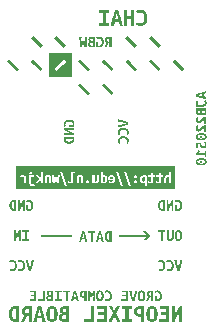
<source format=gbr>
G04 This is an RS-274x file exported by *
G04 gerbv version 2.8.2 *
G04 More information is available about gerbv at *
G04 https://gerbv.github.io/ *
G04 --End of header info--*
%MOIN*%
%FSLAX36Y36*%
%IPPOS*%
G04 --Define apertures--*
%ADD10C,0.0139*%
G04 --Start main section--*
G54D10*
G36*
G01X0844350Y0067099D02*
G01X0844350Y0118599D01*
G01X0853650Y0118599D01*
G01X0853650Y0086799D01*
G01X0854150Y0087799D01*
G01X0854550Y0088899D01*
G01X0855150Y0089999D01*
G01X0855650Y0091199D01*
G01X0856250Y0092399D01*
G01X0856850Y0093799D01*
G01X0857550Y0095099D01*
G01X0858150Y0096399D01*
G01X0858850Y0097799D01*
G01X0859550Y0099199D01*
G01X0860250Y0100599D01*
G01X0860950Y0101999D01*
G01X0861650Y0103299D01*
G01X0862450Y0104799D01*
G01X0863150Y0106199D01*
G01X0863850Y0107599D01*
G01X0864650Y0109099D01*
G01X0865450Y0110599D01*
G01X0866350Y0111999D01*
G01X0867050Y0113399D01*
G01X0867850Y0114699D01*
G01X0868650Y0115999D01*
G01X0869350Y0117299D01*
G01X0870250Y0118499D01*
G01X0878450Y0118499D01*
G01X0878450Y0066899D01*
G01X0869150Y0066899D01*
G01X0869150Y0101299D01*
G01X0867550Y0098399D01*
G01X0865950Y0095599D01*
G01X0864550Y0092699D01*
G01X0863050Y0089899D01*
G01X0861650Y0086999D01*
G01X0860250Y0084199D01*
G01X0858850Y0081299D01*
G01X0857550Y0078499D01*
G01X0856250Y0075599D01*
G01X0854950Y0072799D01*
G01X0853750Y0069899D01*
G01X0852550Y0067099D01*
G01X0844350Y0067099D01*
G01X0844350Y0067099D01*
G37*
G36*
G01X0802250Y0067099D02*
G01X0802250Y0075599D01*
G01X0825050Y0075599D01*
G01X0825050Y0089999D01*
G01X0806850Y0089999D01*
G01X0806850Y0098499D01*
G01X0825050Y0098499D01*
G01X0825050Y0109999D01*
G01X0804150Y0109999D01*
G01X0804150Y0118599D01*
G01X0835350Y0118599D01*
G01X0835350Y0067099D01*
G01X0802250Y0067099D01*
G01X0802250Y0067099D01*
G37*
G36*
G01X0791850Y0072799D02*
G01X0790250Y0070499D01*
G01X0788350Y0068799D01*
G01X0786050Y0067699D01*
G01X0783750Y0066499D01*
G01X0781050Y0065999D01*
G01X0777950Y0065999D01*
G01X0775050Y0065999D01*
G01X0772450Y0066499D01*
G01X0770150Y0067699D01*
G01X0767950Y0068799D01*
G01X0765950Y0070499D01*
G01X0764350Y0072799D01*
G01X0762750Y0075099D01*
G01X0761550Y0077899D01*
G01X0760750Y0081199D01*
G01X0759950Y0084599D01*
G01X0759550Y0088499D01*
G01X0759550Y0092899D01*
G01X0759550Y0097399D01*
G01X0759950Y0101299D01*
G01X0760650Y0104599D01*
G01X0761450Y0107999D01*
G01X0762650Y0110799D01*
G01X0764250Y0113099D01*
G01X0765850Y0115399D01*
G01X0767750Y0117099D01*
G01X0770050Y0118199D01*
G01X0772450Y0119299D01*
G01X0775050Y0119899D01*
G01X0778150Y0119899D01*
G01X0781050Y0119899D01*
G01X0783650Y0119299D01*
G01X0785950Y0118199D01*
G01X0788250Y0117099D01*
G01X0790150Y0115399D01*
G01X0791750Y0113099D01*
G01X0793450Y0110799D01*
G01X0794650Y0107999D01*
G01X0795450Y0104599D01*
G01X0796250Y0101299D01*
G01X0796650Y0097399D01*
G01X0796650Y0092899D01*
G01X0796650Y0088499D01*
G01X0796250Y0084599D01*
G01X0795450Y0081199D01*
G01X0794650Y0077799D01*
G01X0793450Y0074999D01*
G01X0791850Y0072799D01*
G01X0791850Y0072799D01*
G37*
%LPC*%
G36*
G01X0785950Y0099899D02*
G01X0785850Y0100999D01*
G01X0785750Y0101999D01*
G01X0785550Y0102899D01*
G01X0785350Y0103899D01*
G01X0785050Y0104699D01*
G01X0784750Y0105599D01*
G01X0784550Y0106399D01*
G01X0784150Y0107099D01*
G01X0783750Y0107799D01*
G01X0783350Y0108399D01*
G01X0782850Y0108999D01*
G01X0782250Y0109499D01*
G01X0781750Y0109899D01*
G01X0781150Y0110299D01*
G01X0780450Y0110499D01*
G01X0779650Y0110699D01*
G01X0778850Y0110799D01*
G01X0777950Y0110799D01*
G01X0777050Y0110799D01*
G01X0776250Y0110699D01*
G01X0775550Y0110499D01*
G01X0774850Y0110299D01*
G01X0774250Y0109899D01*
G01X0773650Y0109499D01*
G01X0773150Y0108999D01*
G01X0772650Y0108399D01*
G01X0772250Y0107799D01*
G01X0771850Y0107099D01*
G01X0771450Y0106399D01*
G01X0771150Y0105599D01*
G01X0770950Y0104699D01*
G01X0770650Y0103899D01*
G01X0770450Y0102899D01*
G01X0770250Y0101999D01*
G01X0770150Y0100999D01*
G01X0770050Y0099899D01*
G01X0770050Y0098799D01*
G01X0769950Y0097599D01*
G01X0769850Y0096399D01*
G01X0769850Y0095199D01*
G01X0769750Y0093999D01*
G01X0769750Y0092799D01*
G01X0769750Y0091499D01*
G01X0769850Y0090299D01*
G01X0769850Y0089199D01*
G01X0769950Y0087999D01*
G01X0770050Y0086899D01*
G01X0770050Y0085799D01*
G01X0770150Y0084699D01*
G01X0770250Y0083699D01*
G01X0770450Y0082799D01*
G01X0770650Y0081799D01*
G01X0770950Y0080999D01*
G01X0771150Y0080099D01*
G01X0771450Y0079299D01*
G01X0771850Y0078599D01*
G01X0772250Y0077899D01*
G01X0772650Y0077299D01*
G01X0773150Y0076699D01*
G01X0773650Y0076299D01*
G01X0774250Y0075799D01*
G01X0774850Y0075399D01*
G01X0775550Y0075199D01*
G01X0776250Y0074999D01*
G01X0777050Y0074899D01*
G01X0777850Y0074899D01*
G01X0778750Y0074899D01*
G01X0779550Y0074999D01*
G01X0780250Y0075199D01*
G01X0780950Y0075399D01*
G01X0781650Y0075799D01*
G01X0782150Y0076299D01*
G01X0782750Y0076699D01*
G01X0783250Y0077299D01*
G01X0783650Y0077899D01*
G01X0784050Y0078599D01*
G01X0784350Y0079299D01*
G01X0784650Y0080099D01*
G01X0784950Y0080999D01*
G01X0785150Y0081799D01*
G01X0785350Y0082799D01*
G01X0785550Y0083699D01*
G01X0785750Y0084699D01*
G01X0785750Y0085799D01*
G01X0785850Y0086899D01*
G01X0785950Y0088099D01*
G01X0785950Y0089299D01*
G01X0786050Y0090499D01*
G01X0786050Y0091699D01*
G01X0786050Y0092899D01*
G01X0786150Y0094199D01*
G01X0786150Y0095399D01*
G01X0786150Y0096499D01*
G01X0786150Y0097599D01*
G01X0786050Y0098799D01*
G01X0785950Y0099899D01*
G01X0785950Y0099899D01*
G37*
%LPD*%
G36*
G01X0741850Y0119199D02*
G01X0742550Y0119199D01*
G01X0743150Y0119099D01*
G01X0743750Y0119099D01*
G01X0744350Y0118999D01*
G01X0745050Y0118999D01*
G01X0745650Y0118899D01*
G01X0746250Y0118799D01*
G01X0746850Y0118799D01*
G01X0747550Y0118699D01*
G01X0748150Y0118699D01*
G01X0748750Y0118599D01*
G01X0749350Y0118499D01*
G01X0750050Y0118399D01*
G01X0750550Y0118299D01*
G01X0751150Y0118199D01*
G01X0751750Y0118099D01*
G01X0752250Y0117999D01*
G01X0752750Y0117899D01*
G01X0752750Y0066899D01*
G01X0742450Y0066899D01*
G01X0742450Y0084299D01*
G01X0738850Y0084299D01*
G01X0735450Y0084299D01*
G01X0732550Y0084699D01*
G01X0729950Y0085399D01*
G01X0727350Y0085999D01*
G01X0725250Y0087099D01*
G01X0723450Y0088499D01*
G01X0721650Y0089899D01*
G01X0720250Y0091699D01*
G01X0719350Y0093899D01*
G01X0718450Y0096099D01*
G01X0717950Y0098799D01*
G01X0717950Y0101799D01*
G01X0717950Y0104899D01*
G01X0718450Y0107499D01*
G01X0719350Y0109699D01*
G01X0720250Y0111899D01*
G01X0721650Y0113699D01*
G01X0723450Y0114999D01*
G01X0725250Y0116299D01*
G01X0727350Y0117299D01*
G01X0729950Y0117999D01*
G01X0732550Y0118699D01*
G01X0735450Y0118999D01*
G01X0738650Y0118999D01*
G01X0739150Y0119099D01*
G01X0739550Y0119099D01*
G01X0740150Y0119199D01*
G01X0740650Y0119199D01*
G01X0741250Y0119199D01*
G01X0741850Y0119199D01*
G01X0741850Y0119199D01*
G37*
%LPC*%
G36*
G01X0730950Y0108299D02*
G01X0730050Y0107699D01*
G01X0729450Y0106899D01*
G01X0729050Y0105799D01*
G01X0728650Y0104799D01*
G01X0728450Y0103499D01*
G01X0728450Y0101999D01*
G01X0728450Y0100399D01*
G01X0728650Y0098999D01*
G01X0729050Y0097899D01*
G01X0729450Y0096799D01*
G01X0730050Y0095899D01*
G01X0730950Y0095299D01*
G01X0731750Y0094699D01*
G01X0732750Y0094199D01*
G01X0734050Y0093799D01*
G01X0735250Y0093499D01*
G01X0736650Y0093299D01*
G01X0738250Y0093299D01*
G01X0742450Y0093299D01*
G01X0742450Y0109999D01*
G01X0742150Y0110099D01*
G01X0741750Y0110099D01*
G01X0741350Y0110099D01*
G01X0740950Y0110099D01*
G01X0740450Y0110099D01*
G01X0739950Y0110099D01*
G01X0739450Y0110099D01*
G01X0738950Y0110099D01*
G01X0738550Y0110099D01*
G01X0738050Y0110099D01*
G01X0737750Y0110099D01*
G01X0737450Y0110099D01*
G01X0736050Y0110199D01*
G01X0734850Y0110099D01*
G01X0733750Y0109799D01*
G01X0732650Y0109499D01*
G01X0731750Y0108999D01*
G01X0730950Y0108299D01*
G01X0730950Y0108299D01*
G37*
%LPD*%
G36*
G01X0678450Y0067099D02*
G01X0678450Y0075599D01*
G01X0689550Y0075599D01*
G01X0689550Y0110099D01*
G01X0678450Y0110099D01*
G01X0678450Y0118599D01*
G01X0711150Y0118599D01*
G01X0711150Y0110099D01*
G01X0699950Y0110099D01*
G01X0699950Y0075599D01*
G01X0711150Y0075599D01*
G01X0711150Y0067099D01*
G01X0678450Y0067099D01*
G01X0678450Y0067099D01*
G37*
G36*
G01X0633150Y0067099D02*
G01X0633450Y0067899D01*
G01X0633750Y0068699D01*
G01X0634050Y0069599D01*
G01X0634450Y0070499D01*
G01X0634850Y0071499D01*
G01X0635350Y0072499D01*
G01X0635850Y0073499D01*
G01X0636350Y0074699D01*
G01X0636950Y0075799D01*
G01X0637450Y0076999D01*
G01X0638050Y0078199D01*
G01X0638650Y0079399D01*
G01X0639350Y0080699D01*
G01X0639950Y0081899D01*
G01X0640650Y0083199D01*
G01X0641350Y0084499D01*
G01X0642050Y0085799D01*
G01X0642750Y0087099D01*
G01X0643450Y0088399D01*
G01X0644150Y0089699D01*
G01X0644850Y0090899D01*
G01X0645650Y0092199D01*
G01X0646350Y0093399D01*
G01X0647150Y0094599D01*
G01X0633950Y0118599D01*
G01X0644250Y0118599D01*
G01X0652850Y0102099D01*
G01X0661050Y0118599D01*
G01X0672150Y0118599D01*
G01X0658650Y0094299D01*
G01X0659350Y0093099D01*
G01X0660050Y0091899D01*
G01X0660750Y0090699D01*
G01X0661450Y0089399D01*
G01X0662150Y0088099D01*
G01X0662850Y0086799D01*
G01X0663550Y0085499D01*
G01X0664250Y0084199D01*
G01X0664950Y0082999D01*
G01X0665650Y0081699D01*
G01X0666350Y0080499D01*
G01X0667050Y0079299D01*
G01X0667750Y0078099D01*
G01X0668350Y0076899D01*
G01X0668950Y0075799D01*
G01X0669550Y0074699D01*
G01X0670050Y0073499D01*
G01X0670650Y0072499D01*
G01X0671150Y0071499D01*
G01X0671650Y0070499D01*
G01X0672050Y0069599D01*
G01X0672550Y0068699D01*
G01X0672850Y0067899D01*
G01X0673150Y0067099D01*
G01X0662050Y0067099D01*
G01X0661450Y0068499D01*
G01X0660850Y0069999D01*
G01X0660150Y0071599D01*
G01X0659450Y0073199D01*
G01X0658650Y0074899D01*
G01X0657850Y0076699D01*
G01X0657050Y0078499D01*
G01X0656250Y0080199D01*
G01X0655450Y0081899D01*
G01X0654650Y0083599D01*
G01X0653850Y0085299D01*
G01X0652950Y0086899D01*
G01X0652150Y0085199D01*
G01X0651350Y0083499D01*
G01X0650550Y0081799D01*
G01X0649650Y0079999D01*
G01X0648850Y0078299D01*
G01X0648150Y0076699D01*
G01X0647350Y0074899D01*
G01X0646650Y0073299D01*
G01X0646050Y0071699D01*
G01X0645350Y0070199D01*
G01X0644750Y0068699D01*
G01X0644250Y0067199D01*
G01X0633150Y0067199D01*
G01X0633150Y0067099D01*
G37*
G36*
G01X0593950Y0067099D02*
G01X0593950Y0075599D01*
G01X0616750Y0075599D01*
G01X0616750Y0089999D01*
G01X0598550Y0089999D01*
G01X0598550Y0098499D01*
G01X0616750Y0098499D01*
G01X0616750Y0109999D01*
G01X0595750Y0109999D01*
G01X0595750Y0118599D01*
G01X0627050Y0118599D01*
G01X0627050Y0067099D01*
G01X0593950Y0067099D01*
G01X0593950Y0067099D01*
G37*
G36*
G01X0552250Y0075599D02*
G01X0574350Y0075599D01*
G01X0574350Y0118599D01*
G01X0584650Y0118599D01*
G01X0584650Y0067099D01*
G01X0552250Y0067099D01*
G01X0552250Y0075599D01*
G01X0552250Y0075599D01*
G37*
G36*
G01X0470050Y0089399D02*
G01X0470650Y0090599D01*
G01X0471550Y0091499D01*
G01X0472750Y0092399D01*
G01X0473950Y0093199D01*
G01X0475450Y0093999D01*
G01X0477150Y0094599D01*
G01X0476150Y0095099D01*
G01X0475250Y0095799D01*
G01X0474450Y0096599D01*
G01X0473650Y0097299D01*
G01X0472950Y0098099D01*
G01X0472450Y0098999D01*
G01X0471850Y0099899D01*
G01X0471450Y0100899D01*
G01X0471150Y0101999D01*
G01X0470750Y0103099D01*
G01X0470650Y0104299D01*
G01X0470650Y0105599D01*
G01X0470650Y0106399D01*
G01X0470650Y0107199D01*
G01X0470850Y0107999D01*
G01X0470950Y0108799D01*
G01X0471150Y0109599D01*
G01X0471350Y0110399D01*
G01X0471550Y0111299D01*
G01X0471850Y0111999D01*
G01X0472350Y0112699D01*
G01X0472850Y0113399D01*
G01X0473350Y0114099D01*
G01X0474050Y0114699D01*
G01X0474750Y0115399D01*
G01X0475650Y0115899D01*
G01X0476550Y0116499D01*
G01X0477550Y0116999D01*
G01X0478650Y0117499D01*
G01X0479750Y0117899D01*
G01X0481050Y0118299D01*
G01X0482450Y0118699D01*
G01X0483950Y0118899D01*
G01X0485550Y0119099D01*
G01X0487250Y0119199D01*
G01X0489250Y0119199D01*
G01X0490350Y0119199D01*
G01X0491450Y0119099D01*
G01X0492650Y0119099D01*
G01X0493850Y0118999D01*
G01X0494950Y0118899D01*
G01X0496150Y0118799D01*
G01X0497350Y0118599D01*
G01X0498450Y0118499D01*
G01X0499550Y0118299D01*
G01X0500550Y0118199D01*
G01X0501550Y0118099D01*
G01X0502550Y0117899D01*
G01X0502550Y0067799D01*
G01X0501350Y0067499D01*
G01X0500150Y0067299D01*
G01X0498950Y0067099D01*
G01X0497750Y0066899D01*
G01X0496550Y0066799D01*
G01X0495350Y0066699D01*
G01X0494050Y0066499D01*
G01X0492850Y0066399D01*
G01X0491650Y0066399D01*
G01X0490550Y0066299D01*
G01X0489350Y0066299D01*
G01X0488250Y0066299D01*
G01X0486850Y0066299D01*
G01X0485550Y0066299D01*
G01X0484150Y0066499D01*
G01X0482850Y0066599D01*
G01X0481550Y0066799D01*
G01X0480350Y0067099D01*
G01X0479050Y0067399D01*
G01X0477950Y0067699D01*
G01X0476850Y0068099D01*
G01X0475850Y0068599D01*
G01X0474850Y0069099D01*
G01X0473950Y0069699D01*
G01X0473050Y0070399D01*
G01X0472250Y0071099D01*
G01X0471550Y0071899D01*
G01X0470850Y0072699D01*
G01X0470150Y0073699D01*
G01X0469650Y0074699D01*
G01X0469050Y0075799D01*
G01X0468750Y0076899D01*
G01X0468450Y0078299D01*
G01X0468250Y0079599D01*
G01X0468150Y0080999D01*
G01X0468150Y0082499D01*
G01X0468150Y0083799D01*
G01X0468250Y0084899D01*
G01X0468650Y0086099D01*
G01X0468950Y0087199D01*
G01X0469450Y0088299D01*
G01X0470050Y0089399D01*
G01X0470050Y0089399D01*
G37*
%LPC*%
G36*
G01X0492550Y0098099D02*
G01X0492550Y0109899D01*
G01X0492250Y0109899D01*
G01X0491850Y0109999D01*
G01X0491550Y0109999D01*
G01X0491150Y0109999D01*
G01X0490750Y0110099D01*
G01X0490350Y0110099D01*
G01X0489950Y0110099D01*
G01X0489550Y0110199D01*
G01X0489150Y0110199D01*
G01X0488750Y0110199D01*
G01X0488350Y0110299D01*
G01X0487950Y0110299D01*
G01X0487450Y0110299D01*
G01X0487050Y0110299D01*
G01X0486550Y0110299D01*
G01X0486150Y0110199D01*
G01X0485650Y0110199D01*
G01X0485150Y0110099D01*
G01X0484750Y0110099D01*
G01X0484350Y0109999D01*
G01X0483950Y0109799D01*
G01X0483550Y0109699D01*
G01X0483150Y0109499D01*
G01X0482850Y0109299D01*
G01X0482450Y0109099D01*
G01X0482150Y0108899D01*
G01X0481950Y0108599D01*
G01X0481650Y0108299D01*
G01X0481450Y0107899D01*
G01X0481350Y0107499D01*
G01X0481150Y0107199D01*
G01X0480950Y0106699D01*
G01X0480850Y0106299D01*
G01X0480750Y0105799D01*
G01X0480750Y0105199D01*
G01X0480750Y0104599D01*
G01X0480750Y0103599D01*
G01X0480950Y0102699D01*
G01X0481250Y0101899D01*
G01X0481550Y0101099D01*
G01X0482050Y0100399D01*
G01X0482650Y0099899D01*
G01X0483350Y0099299D01*
G01X0484250Y0098899D01*
G01X0485250Y0098599D01*
G01X0486250Y0098299D01*
G01X0487350Y0098199D01*
G01X0488650Y0098199D01*
G01X0492550Y0098199D01*
G01X0492550Y0098099D01*
G37*
G36*
G01X0487050Y0089599D02*
G01X0485650Y0089599D01*
G01X0484550Y0089399D01*
G01X0483450Y0089199D01*
G01X0482350Y0088899D01*
G01X0481450Y0088499D01*
G01X0480650Y0087899D01*
G01X0479750Y0087399D01*
G01X0479150Y0086599D01*
G01X0478850Y0085699D01*
G01X0478450Y0084799D01*
G01X0478250Y0083799D01*
G01X0478250Y0082499D01*
G01X0478250Y0081699D01*
G01X0478350Y0080999D01*
G01X0478450Y0080399D01*
G01X0478650Y0079799D01*
G01X0478850Y0079199D01*
G01X0479050Y0078799D01*
G01X0479350Y0078299D01*
G01X0479650Y0077899D01*
G01X0480050Y0077499D01*
G01X0480350Y0077099D01*
G01X0480750Y0076799D01*
G01X0481150Y0076499D01*
G01X0481550Y0076299D01*
G01X0482050Y0075999D01*
G01X0482550Y0075899D01*
G01X0483050Y0075699D01*
G01X0483550Y0075599D01*
G01X0484050Y0075399D01*
G01X0484650Y0075399D01*
G01X0485150Y0075299D01*
G01X0485750Y0075199D01*
G01X0486350Y0075199D01*
G01X0486950Y0075099D01*
G01X0487550Y0075099D01*
G01X0487950Y0075099D01*
G01X0488350Y0075099D01*
G01X0488850Y0075199D01*
G01X0489250Y0075199D01*
G01X0489650Y0075199D01*
G01X0490050Y0075299D01*
G01X0490450Y0075299D01*
G01X0490850Y0075299D01*
G01X0491250Y0075399D01*
G01X0491650Y0075399D01*
G01X0492050Y0075499D01*
G01X0492450Y0075599D01*
G01X0492450Y0089599D01*
G01X0487050Y0089599D01*
G01X0487050Y0089599D01*
G37*
%LPD*%
G36*
G01X0458550Y0072799D02*
G01X0456950Y0070499D01*
G01X0454950Y0068799D01*
G01X0452650Y0067699D01*
G01X0450350Y0066499D01*
G01X0447650Y0065999D01*
G01X0444650Y0065999D01*
G01X0441750Y0065999D01*
G01X0439150Y0066499D01*
G01X0436850Y0067699D01*
G01X0434550Y0068799D01*
G01X0432650Y0070499D01*
G01X0431050Y0072799D01*
G01X0429450Y0075099D01*
G01X0428250Y0077899D01*
G01X0427450Y0081199D01*
G01X0426550Y0084599D01*
G01X0426150Y0088499D01*
G01X0426150Y0092899D01*
G01X0426150Y0097399D01*
G01X0426550Y0101299D01*
G01X0427350Y0104599D01*
G01X0428150Y0107999D01*
G01X0429250Y0110799D01*
G01X0430850Y0113099D01*
G01X0432450Y0115399D01*
G01X0434450Y0117099D01*
G01X0436750Y0118199D01*
G01X0439050Y0119299D01*
G01X0441750Y0119899D01*
G01X0444750Y0119899D01*
G01X0447650Y0119899D01*
G01X0450350Y0119299D01*
G01X0452550Y0118199D01*
G01X0454850Y0117099D01*
G01X0456750Y0115399D01*
G01X0458350Y0113099D01*
G01X0460050Y0110799D01*
G01X0461250Y0107999D01*
G01X0462050Y0104599D01*
G01X0462850Y0101299D01*
G01X0463250Y0097399D01*
G01X0463250Y0092899D01*
G01X0463250Y0088499D01*
G01X0462850Y0084599D01*
G01X0462050Y0081199D01*
G01X0461350Y0077799D01*
G01X0460150Y0074999D01*
G01X0458550Y0072799D01*
G01X0458550Y0072799D01*
G37*
%LPC*%
G36*
G01X0452550Y0099899D02*
G01X0452450Y0100999D01*
G01X0452350Y0101999D01*
G01X0452150Y0102899D01*
G01X0451950Y0103899D01*
G01X0451750Y0104699D01*
G01X0451450Y0105599D01*
G01X0451150Y0106399D01*
G01X0450850Y0107099D01*
G01X0450450Y0107799D01*
G01X0449950Y0108399D01*
G01X0449550Y0108999D01*
G01X0448950Y0109499D01*
G01X0448350Y0109899D01*
G01X0447750Y0110299D01*
G01X0447050Y0110499D01*
G01X0446350Y0110699D01*
G01X0445550Y0110799D01*
G01X0444650Y0110799D01*
G01X0443750Y0110799D01*
G01X0442950Y0110699D01*
G01X0442250Y0110499D01*
G01X0441550Y0110299D01*
G01X0440850Y0109899D01*
G01X0440350Y0109499D01*
G01X0439750Y0108999D01*
G01X0439250Y0108399D01*
G01X0438850Y0107799D01*
G01X0438450Y0107099D01*
G01X0438150Y0106399D01*
G01X0437850Y0105599D01*
G01X0437550Y0104699D01*
G01X0437350Y0103899D01*
G01X0437150Y0102899D01*
G01X0436950Y0101999D01*
G01X0436750Y0100999D01*
G01X0436750Y0099899D01*
G01X0436650Y0098799D01*
G01X0436550Y0097599D01*
G01X0436550Y0096399D01*
G01X0436450Y0095199D01*
G01X0436450Y0093999D01*
G01X0436450Y0092799D01*
G01X0436450Y0091499D01*
G01X0436450Y0090299D01*
G01X0436550Y0089199D01*
G01X0436550Y0087999D01*
G01X0436650Y0086899D01*
G01X0436750Y0085799D01*
G01X0436750Y0084699D01*
G01X0436950Y0083699D01*
G01X0437150Y0082799D01*
G01X0437350Y0081799D01*
G01X0437550Y0080999D01*
G01X0437850Y0080099D01*
G01X0438150Y0079299D01*
G01X0438450Y0078599D01*
G01X0438850Y0077899D01*
G01X0439250Y0077299D01*
G01X0439750Y0076699D01*
G01X0440350Y0076299D01*
G01X0440850Y0075799D01*
G01X0441550Y0075399D01*
G01X0442250Y0075199D01*
G01X0442950Y0074999D01*
G01X0443650Y0074899D01*
G01X0444550Y0074899D01*
G01X0445450Y0074899D01*
G01X0446250Y0074999D01*
G01X0446950Y0075199D01*
G01X0447650Y0075399D01*
G01X0448250Y0075799D01*
G01X0448850Y0076299D01*
G01X0449350Y0076699D01*
G01X0449850Y0077299D01*
G01X0450250Y0077899D01*
G01X0450650Y0078599D01*
G01X0451050Y0079299D01*
G01X0451350Y0080099D01*
G01X0451550Y0080999D01*
G01X0451850Y0081799D01*
G01X0452050Y0082799D01*
G01X0452250Y0083699D01*
G01X0452350Y0084699D01*
G01X0452450Y0085799D01*
G01X0452450Y0086899D01*
G01X0452550Y0088099D01*
G01X0452650Y0089299D01*
G01X0452650Y0090499D01*
G01X0452650Y0091699D01*
G01X0452650Y0092899D01*
G01X0452750Y0094199D01*
G01X0452850Y0095399D01*
G01X0452750Y0096499D01*
G01X0452750Y0097599D01*
G01X0452650Y0098799D01*
G01X0452550Y0099899D01*
G01X0452550Y0099899D01*
G37*
%LPD*%
G36*
G01X0382950Y0067099D02*
G01X0384050Y0071999D01*
G01X0385250Y0076799D01*
G01X0386450Y0081399D01*
G01X0387550Y0085899D01*
G01X0388850Y0090399D01*
G01X0390050Y0094599D01*
G01X0391250Y0098799D01*
G01X0392450Y0102999D01*
G01X0393650Y0106999D01*
G01X0394950Y0110999D01*
G01X0396150Y0114899D01*
G01X0397450Y0118599D01*
G01X0408550Y0118599D01*
G01X0409750Y0114899D01*
G01X0410850Y0110999D01*
G01X0412050Y0107099D01*
G01X0413250Y0103099D01*
G01X0414550Y0098999D01*
G01X0415750Y0094899D01*
G01X0417050Y0090699D01*
G01X0418250Y0086299D01*
G01X0419450Y0081699D01*
G01X0420750Y0076999D01*
G01X0421950Y0072199D01*
G01X0423150Y0067099D01*
G01X0412450Y0067099D01*
G01X0410050Y0078999D01*
G01X0396350Y0078999D01*
G01X0393950Y0067099D01*
G01X0382950Y0067099D01*
G01X0382950Y0067099D01*
G37*
%LPC*%
G36*
G01X0401550Y0103099D02*
G01X0401350Y0102199D01*
G01X0401150Y0101299D01*
G01X0400850Y0100399D01*
G01X0400650Y0099599D01*
G01X0400450Y0098799D01*
G01X0400150Y0097899D01*
G01X0399950Y0097099D01*
G01X0399750Y0096199D01*
G01X0399550Y0095399D01*
G01X0399350Y0094499D01*
G01X0399250Y0093599D01*
G01X0399050Y0092799D01*
G01X0398950Y0091899D01*
G01X0398750Y0091099D01*
G01X0398550Y0090199D01*
G01X0398450Y0089299D01*
G01X0398250Y0088399D01*
G01X0398150Y0087499D01*
G01X0408250Y0087499D01*
G01X0408150Y0088399D01*
G01X0407950Y0089299D01*
G01X0407750Y0090199D01*
G01X0407550Y0091099D01*
G01X0407350Y0091899D01*
G01X0407150Y0092799D01*
G01X0406950Y0093599D01*
G01X0406750Y0094499D01*
G01X0406550Y0095399D01*
G01X0406450Y0096199D01*
G01X0406250Y0097099D01*
G01X0406050Y0097899D01*
G01X0405850Y0098799D01*
G01X0405650Y0099599D01*
G01X0405350Y0100499D01*
G01X0405150Y0101399D01*
G01X0404950Y0102199D01*
G01X0404650Y0103099D01*
G01X0404350Y0103899D01*
G01X0404150Y0104799D01*
G01X0403850Y0105699D01*
G01X0403650Y0106699D01*
G01X0403350Y0107599D01*
G01X0403150Y0108599D01*
G01X0402850Y0107599D01*
G01X0402550Y0106699D01*
G01X0402350Y0105799D01*
G01X0402150Y0104899D01*
G01X0401850Y0103999D01*
G01X0401550Y0103099D01*
G01X0401550Y0103099D01*
G37*
%LPD*%
G36*
G01X0367250Y0119199D02*
G01X0367850Y0119199D01*
G01X0368350Y0119099D01*
G01X0368950Y0119099D01*
G01X0369550Y0118999D01*
G01X0370150Y0118999D01*
G01X0370750Y0118899D01*
G01X0371350Y0118799D01*
G01X0371950Y0118799D01*
G01X0372650Y0118699D01*
G01X0373250Y0118599D01*
G01X0373850Y0118499D01*
G01X0374350Y0118499D01*
G01X0374950Y0118399D01*
G01X0375550Y0118299D01*
G01X0376050Y0118199D01*
G01X0376650Y0118099D01*
G01X0377150Y0117999D01*
G01X0377650Y0117899D01*
G01X0377650Y0067099D01*
G01X0367450Y0067099D01*
G01X0367450Y0086099D01*
G01X0362150Y0086099D01*
G01X0361150Y0084499D01*
G01X0360250Y0082999D01*
G01X0359350Y0081399D01*
G01X0358450Y0079799D01*
G01X0357550Y0078299D01*
G01X0356750Y0076699D01*
G01X0355850Y0075099D01*
G01X0355050Y0073599D01*
G01X0354350Y0071999D01*
G01X0353550Y0070399D01*
G01X0352950Y0068799D01*
G01X0352250Y0067099D01*
G01X0341550Y0067099D01*
G01X0341950Y0067899D01*
G01X0342250Y0068799D01*
G01X0342650Y0069699D01*
G01X0343050Y0070599D01*
G01X0343450Y0071499D01*
G01X0343950Y0072499D01*
G01X0344450Y0073499D01*
G01X0344850Y0074399D01*
G01X0345350Y0075399D01*
G01X0345850Y0076399D01*
G01X0346350Y0077299D01*
G01X0346850Y0078199D01*
G01X0347350Y0079199D01*
G01X0347850Y0080099D01*
G01X0348350Y0080999D01*
G01X0348950Y0081899D01*
G01X0349450Y0082899D01*
G01X0349950Y0083799D01*
G01X0350450Y0084699D01*
G01X0350950Y0085499D01*
G01X0351450Y0086299D01*
G01X0351950Y0087099D01*
G01X0352450Y0087799D01*
G01X0352950Y0088499D01*
G01X0351550Y0089099D01*
G01X0350350Y0089899D01*
G01X0349350Y0090799D01*
G01X0348350Y0091799D01*
G01X0347450Y0092899D01*
G01X0346850Y0093999D01*
G01X0346250Y0095299D01*
G01X0345750Y0096599D01*
G01X0345450Y0097899D01*
G01X0345150Y0099299D01*
G01X0345050Y0100699D01*
G01X0345050Y0102199D01*
G01X0345050Y0103699D01*
G01X0345150Y0104999D01*
G01X0345350Y0106299D01*
G01X0345650Y0107499D01*
G01X0345950Y0108699D01*
G01X0346450Y0109699D01*
G01X0346950Y0110799D01*
G01X0347450Y0111699D01*
G01X0348150Y0112599D01*
G01X0348850Y0113499D01*
G01X0349550Y0114299D01*
G01X0350450Y0114999D01*
G01X0351350Y0115699D01*
G01X0352250Y0116299D01*
G01X0353250Y0116799D01*
G01X0354250Y0117299D01*
G01X0355450Y0117699D01*
G01X0356550Y0118099D01*
G01X0357750Y0118399D01*
G01X0359050Y0118699D01*
G01X0360350Y0118799D01*
G01X0361650Y0118999D01*
G01X0363150Y0118999D01*
G01X0364650Y0118999D01*
G01X0364950Y0119099D01*
G01X0365250Y0119099D01*
G01X0365750Y0119199D01*
G01X0366150Y0119199D01*
G01X0366750Y0119199D01*
G01X0367250Y0119199D01*
G01X0367250Y0119199D01*
G37*
%LPC*%
G36*
G01X0357650Y0096499D02*
G01X0358450Y0095799D01*
G01X0359450Y0095299D01*
G01X0360750Y0094999D01*
G01X0361950Y0094599D01*
G01X0363550Y0094499D01*
G01X0365350Y0094499D01*
G01X0367550Y0094499D01*
G01X0367550Y0109999D01*
G01X0367250Y0110099D01*
G01X0366950Y0110099D01*
G01X0366750Y0110099D01*
G01X0366450Y0110099D01*
G01X0366150Y0110099D01*
G01X0365850Y0110099D01*
G01X0365650Y0110099D01*
G01X0365350Y0110099D01*
G01X0365150Y0110099D01*
G01X0364950Y0110099D01*
G01X0364750Y0110099D01*
G01X0364450Y0110099D01*
G01X0363150Y0110099D01*
G01X0361850Y0109999D01*
G01X0360850Y0109599D01*
G01X0359750Y0109299D01*
G01X0358850Y0108799D01*
G01X0357950Y0108199D01*
G01X0357150Y0107599D01*
G01X0356550Y0106699D01*
G01X0356050Y0105699D01*
G01X0355650Y0104699D01*
G01X0355450Y0103499D01*
G01X0355450Y0102199D01*
G01X0355450Y0100999D01*
G01X0355550Y0099999D01*
G01X0355950Y0098999D01*
G01X0356250Y0098099D01*
G01X0356850Y0097199D01*
G01X0357650Y0096499D01*
G01X0357650Y0096499D01*
G37*
%LPD*%
G36*
G01X0302850Y0104899D02*
G01X0303350Y0106499D01*
G01X0304050Y0107999D01*
G01X0304850Y0109399D01*
G01X0305550Y0110699D01*
G01X0306450Y0111999D01*
G01X0307450Y0113099D01*
G01X0308350Y0114099D01*
G01X0309450Y0114999D01*
G01X0310650Y0115799D01*
G01X0311850Y0116599D01*
G01X0313150Y0117299D01*
G01X0314450Y0117799D01*
G01X0315850Y0118299D01*
G01X0317350Y0118699D01*
G01X0318850Y0118899D01*
G01X0320450Y0119199D01*
G01X0322050Y0119299D01*
G01X0323850Y0119299D01*
G01X0324750Y0119299D01*
G01X0325650Y0119299D01*
G01X0326550Y0119199D01*
G01X0327550Y0119199D01*
G01X0328550Y0119099D01*
G01X0329450Y0118999D01*
G01X0330550Y0118999D01*
G01X0331650Y0118799D01*
G01X0332750Y0118699D01*
G01X0333850Y0118499D01*
G01X0334950Y0118299D01*
G01X0336050Y0118099D01*
G01X0336050Y0067799D01*
G01X0335050Y0067599D01*
G01X0334050Y0067399D01*
G01X0333150Y0067199D01*
G01X0332250Y0067099D01*
G01X0331350Y0066899D01*
G01X0330450Y0066799D01*
G01X0329550Y0066699D01*
G01X0328650Y0066699D01*
G01X0327750Y0066599D01*
G01X0326850Y0066599D01*
G01X0325950Y0066499D01*
G01X0325050Y0066499D01*
G01X0323350Y0066499D01*
G01X0321650Y0066699D01*
G01X0320050Y0066899D01*
G01X0318450Y0067199D01*
G01X0316950Y0067499D01*
G01X0315450Y0067899D01*
G01X0314050Y0068299D01*
G01X0312650Y0068899D01*
G01X0311450Y0069699D01*
G01X0310150Y0070499D01*
G01X0309050Y0071399D01*
G01X0307950Y0072499D01*
G01X0306950Y0073499D01*
G01X0305950Y0074799D01*
G01X0305150Y0076099D01*
G01X0304350Y0077499D01*
G01X0303550Y0078999D01*
G01X0302950Y0080699D01*
G01X0302350Y0082399D01*
G01X0301850Y0084199D01*
G01X0301550Y0086299D01*
G01X0301350Y0088299D01*
G01X0301150Y0090599D01*
G01X0301150Y0092899D01*
G01X0301150Y0095199D01*
G01X0301350Y0097399D01*
G01X0301550Y0099399D01*
G01X0301850Y0101399D01*
G01X0302250Y0103199D01*
G01X0302850Y0104899D01*
G01X0302850Y0104899D01*
G37*
%LPC*%
G36*
G01X0325850Y0109999D02*
G01X0325650Y0110099D01*
G01X0325450Y0110099D01*
G01X0325150Y0110099D01*
G01X0324950Y0110099D01*
G01X0324650Y0110099D01*
G01X0324350Y0110099D01*
G01X0324050Y0110099D01*
G01X0323850Y0110099D01*
G01X0323550Y0110099D01*
G01X0323250Y0110099D01*
G01X0323050Y0110099D01*
G01X0322850Y0110099D01*
G01X0321750Y0110099D01*
G01X0320650Y0109999D01*
G01X0319750Y0109799D01*
G01X0318850Y0109599D01*
G01X0317950Y0109199D01*
G01X0317250Y0108799D01*
G01X0316550Y0108299D01*
G01X0315950Y0107699D01*
G01X0315350Y0107099D01*
G01X0314750Y0106399D01*
G01X0314250Y0105699D01*
G01X0313850Y0104899D01*
G01X0313350Y0103999D01*
G01X0313050Y0103199D01*
G01X0312750Y0102199D01*
G01X0312450Y0101299D01*
G01X0312250Y0100399D01*
G01X0311950Y0099299D01*
G01X0311850Y0098299D01*
G01X0311750Y0097199D01*
G01X0311650Y0096099D01*
G01X0311550Y0094999D01*
G01X0311450Y0093899D01*
G01X0311450Y0092799D01*
G01X0311450Y0091499D01*
G01X0311450Y0090299D01*
G01X0311550Y0089099D01*
G01X0311650Y0087999D01*
G01X0311750Y0086799D01*
G01X0311950Y0085699D01*
G01X0312250Y0084599D01*
G01X0312450Y0083599D01*
G01X0312850Y0082699D01*
G01X0313150Y0081699D01*
G01X0313550Y0080899D01*
G01X0314050Y0080099D01*
G01X0314550Y0079399D01*
G01X0315150Y0078699D01*
G01X0315750Y0078099D01*
G01X0316450Y0077499D01*
G01X0317150Y0076899D01*
G01X0317950Y0076499D01*
G01X0318750Y0076099D01*
G01X0319650Y0075799D01*
G01X0320550Y0075499D01*
G01X0321550Y0075299D01*
G01X0322650Y0075099D01*
G01X0323850Y0075099D01*
G01X0323950Y0075099D01*
G01X0324050Y0075099D01*
G01X0324250Y0075099D01*
G01X0324350Y0075099D01*
G01X0324550Y0075099D01*
G01X0324750Y0075099D01*
G01X0324950Y0075099D01*
G01X0325150Y0075099D01*
G01X0325350Y0075199D01*
G01X0325450Y0075199D01*
G01X0325650Y0075199D01*
G01X0325750Y0075299D01*
G01X0325750Y0109999D01*
G01X0325850Y0109999D01*
G37*
%LPD*%
G36*
G01X0791750Y0164599D02*
G01X0791150Y0164399D01*
G01X0790550Y0164199D01*
G01X0790050Y0163999D01*
G01X0789550Y0163699D01*
G01X0789150Y0163499D01*
G01X0788650Y0163199D01*
G01X0786850Y0168599D01*
G01X0787050Y0168699D01*
G01X0787150Y0168799D01*
G01X0787350Y0168899D01*
G01X0787550Y0168999D01*
G01X0787750Y0169199D01*
G01X0787950Y0169299D01*
G01X0788250Y0169499D01*
G01X0788550Y0169599D01*
G01X0788850Y0169699D01*
G01X0789150Y0169899D01*
G01X0789550Y0169999D01*
G01X0789950Y0170099D01*
G01X0790350Y0170299D01*
G01X0790750Y0170399D01*
G01X0791250Y0170499D01*
G01X0791650Y0170699D01*
G01X0792150Y0170799D01*
G01X0792750Y0170799D01*
G01X0793250Y0170899D01*
G01X0793850Y0170999D01*
G01X0794450Y0170999D01*
G01X0795050Y0171099D01*
G01X0795650Y0171099D01*
G01X0796350Y0171099D01*
G01X0797350Y0171099D01*
G01X0798350Y0170999D01*
G01X0799350Y0170799D01*
G01X0800350Y0170599D01*
G01X0801250Y0170399D01*
G01X0802150Y0169999D01*
G01X0803050Y0169699D01*
G01X0803850Y0169199D01*
G01X0804650Y0168599D01*
G01X0805450Y0167999D01*
G01X0806150Y0167299D01*
G01X0806850Y0166499D01*
G01X0807550Y0165799D01*
G01X0808150Y0164899D01*
G01X0808650Y0163999D01*
G01X0809250Y0162999D01*
G01X0809650Y0161999D01*
G01X0810050Y0160799D01*
G01X0810450Y0159699D01*
G01X0810750Y0158499D01*
G01X0810950Y0157199D01*
G01X0811150Y0155899D01*
G01X0811150Y0154499D01*
G01X0811150Y0153099D01*
G01X0811150Y0151599D01*
G01X0811150Y0150199D01*
G01X0810950Y0148899D01*
G01X0810850Y0147599D01*
G01X0810550Y0146399D01*
G01X0810250Y0145299D01*
G01X0809850Y0144199D01*
G01X0809450Y0143099D01*
G01X0808950Y0142199D01*
G01X0808550Y0141299D01*
G01X0807950Y0140399D01*
G01X0807450Y0139699D01*
G01X0806850Y0138999D01*
G01X0806150Y0138299D01*
G01X0805450Y0137799D01*
G01X0804650Y0137199D01*
G01X0803850Y0136699D01*
G01X0802950Y0136399D01*
G01X0802050Y0135999D01*
G01X0801150Y0135799D01*
G01X0800250Y0135599D01*
G01X0799250Y0135399D01*
G01X0798250Y0135299D01*
G01X0797150Y0135299D01*
G01X0795950Y0135299D01*
G01X0794750Y0135299D01*
G01X0793750Y0135399D01*
G01X0792650Y0135499D01*
G01X0791750Y0135599D01*
G01X0790950Y0135799D01*
G01X0790050Y0135999D01*
G01X0789350Y0136199D01*
G01X0788750Y0136399D01*
G01X0788050Y0136499D01*
G01X0787550Y0136699D01*
G01X0787150Y0136799D01*
G01X0787150Y0153999D01*
G01X0793950Y0153999D01*
G01X0793950Y0141499D01*
G01X0794150Y0141499D01*
G01X0794350Y0141399D01*
G01X0794650Y0141399D01*
G01X0794850Y0141399D01*
G01X0795050Y0141399D01*
G01X0795350Y0141399D01*
G01X0795550Y0141399D01*
G01X0795850Y0141399D01*
G01X0796050Y0141399D01*
G01X0796250Y0141399D01*
G01X0796550Y0141399D01*
G01X0796750Y0141399D01*
G01X0797950Y0141399D01*
G01X0799150Y0141599D01*
G01X0800050Y0142099D01*
G01X0801050Y0142599D01*
G01X0801850Y0143299D01*
G01X0802450Y0144299D01*
G01X0803050Y0145299D01*
G01X0803550Y0146499D01*
G01X0803850Y0147999D01*
G01X0804250Y0149599D01*
G01X0804350Y0151299D01*
G01X0804350Y0153299D01*
G01X0804350Y0154199D01*
G01X0804350Y0155099D01*
G01X0804250Y0155899D01*
G01X0804250Y0156699D01*
G01X0804150Y0157399D01*
G01X0803950Y0158199D01*
G01X0803850Y0158999D01*
G01X0803650Y0159699D01*
G01X0803350Y0160299D01*
G01X0803050Y0160899D01*
G01X0802750Y0161499D01*
G01X0802450Y0161999D01*
G01X0802050Y0162399D01*
G01X0801650Y0162899D01*
G01X0801250Y0163299D01*
G01X0800750Y0163699D01*
G01X0800250Y0164099D01*
G01X0799650Y0164499D01*
G01X0799150Y0164799D01*
G01X0798450Y0164999D01*
G01X0797750Y0165099D01*
G01X0797050Y0165299D01*
G01X0796350Y0165299D01*
G01X0795450Y0165299D01*
G01X0794850Y0165199D01*
G01X0794250Y0165099D01*
G01X0793650Y0164999D01*
G01X0792950Y0164899D01*
G01X0792350Y0164799D01*
G01X0791750Y0164599D01*
G01X0791750Y0164599D01*
G37*
G36*
G01X0775050Y0170699D02*
G01X0775450Y0170699D01*
G01X0775850Y0170699D01*
G01X0776250Y0170599D01*
G01X0776650Y0170599D01*
G01X0777050Y0170599D01*
G01X0777450Y0170599D01*
G01X0777850Y0170599D01*
G01X0778250Y0170499D01*
G01X0778650Y0170499D01*
G01X0779050Y0170399D01*
G01X0779450Y0170399D01*
G01X0779750Y0170299D01*
G01X0780250Y0170199D01*
G01X0780550Y0170099D01*
G01X0780950Y0170099D01*
G01X0781350Y0169999D01*
G01X0781650Y0169899D01*
G01X0782050Y0169899D01*
G01X0782050Y0135999D01*
G01X0775250Y0135999D01*
G01X0775250Y0148599D01*
G01X0771650Y0148599D01*
G01X0770950Y0147599D01*
G01X0770350Y0146499D01*
G01X0769750Y0145499D01*
G01X0769150Y0144499D01*
G01X0768550Y0143399D01*
G01X0767950Y0142399D01*
G01X0767450Y0141299D01*
G01X0766950Y0140299D01*
G01X0766450Y0139199D01*
G01X0765950Y0138199D01*
G01X0765450Y0137099D01*
G01X0765050Y0135999D01*
G01X0757850Y0135999D01*
G01X0758050Y0136499D01*
G01X0758350Y0137099D01*
G01X0758550Y0137699D01*
G01X0758850Y0138299D01*
G01X0759150Y0138999D01*
G01X0759350Y0139599D01*
G01X0759650Y0140199D01*
G01X0759950Y0140799D01*
G01X0760250Y0141499D01*
G01X0760650Y0142099D01*
G01X0760950Y0142799D01*
G01X0761350Y0143499D01*
G01X0761650Y0144199D01*
G01X0762050Y0144799D01*
G01X0762350Y0145399D01*
G01X0762750Y0145999D01*
G01X0763050Y0146499D01*
G01X0763450Y0147099D01*
G01X0763750Y0147599D01*
G01X0764150Y0148199D01*
G01X0764450Y0148699D01*
G01X0764750Y0149299D01*
G01X0765050Y0149799D01*
G01X0765350Y0150299D01*
G01X0764350Y0150699D01*
G01X0763550Y0151199D01*
G01X0762950Y0151799D01*
G01X0762250Y0152499D01*
G01X0761750Y0153199D01*
G01X0761350Y0153999D01*
G01X0760950Y0154899D01*
G01X0760550Y0155699D01*
G01X0760350Y0156599D01*
G01X0760150Y0157499D01*
G01X0760050Y0158499D01*
G01X0760050Y0159499D01*
G01X0760050Y0160399D01*
G01X0760150Y0161299D01*
G01X0760250Y0162199D01*
G01X0760450Y0162999D01*
G01X0760650Y0163799D01*
G01X0761050Y0164499D01*
G01X0761350Y0165099D01*
G01X0761750Y0165799D01*
G01X0762250Y0166399D01*
G01X0762650Y0166999D01*
G01X0763150Y0167499D01*
G01X0763650Y0167899D01*
G01X0764250Y0168399D01*
G01X0764850Y0168799D01*
G01X0765550Y0169199D01*
G01X0766250Y0169499D01*
G01X0767050Y0169799D01*
G01X0767850Y0169999D01*
G01X0768650Y0170199D01*
G01X0769550Y0170399D01*
G01X0770350Y0170499D01*
G01X0771250Y0170599D01*
G01X0772150Y0170699D01*
G01X0773150Y0170699D01*
G01X0773450Y0170699D01*
G01X0773750Y0170699D01*
G01X0774050Y0170699D01*
G01X0774350Y0170699D01*
G01X0774750Y0170699D01*
G01X0775050Y0170699D01*
G01X0775050Y0170699D01*
G37*
%LPC*%
G36*
G01X0768650Y0155599D02*
G01X0769150Y0155099D01*
G01X0769850Y0154699D01*
G01X0770750Y0154499D01*
G01X0771550Y0154299D01*
G01X0772550Y0154199D01*
G01X0773650Y0154199D01*
G01X0775250Y0154199D01*
G01X0775250Y0164499D01*
G01X0775050Y0164499D01*
G01X0774850Y0164499D01*
G01X0774650Y0164499D01*
G01X0774450Y0164599D01*
G01X0774350Y0164599D01*
G01X0774150Y0164599D01*
G01X0773850Y0164599D01*
G01X0773750Y0164599D01*
G01X0773550Y0164599D01*
G01X0773450Y0164599D01*
G01X0773250Y0164599D01*
G01X0773150Y0164599D01*
G01X0772250Y0164599D01*
G01X0771350Y0164499D01*
G01X0770650Y0164299D01*
G01X0769950Y0164099D01*
G01X0769250Y0163799D01*
G01X0768650Y0163299D01*
G01X0768150Y0162899D01*
G01X0767750Y0162399D01*
G01X0767450Y0161699D01*
G01X0767150Y0160999D01*
G01X0767050Y0160199D01*
G01X0767050Y0159299D01*
G01X0767050Y0158599D01*
G01X0767150Y0157899D01*
G01X0767450Y0157199D01*
G01X0767750Y0156599D01*
G01X0768150Y0156099D01*
G01X0768650Y0155599D01*
G01X0768650Y0155599D01*
G37*
%LPD*%
G36*
G01X0752550Y0139699D02*
G01X0751550Y0138199D01*
G01X0750250Y0137099D01*
G01X0748650Y0136299D01*
G01X0747050Y0135499D01*
G01X0745250Y0135099D01*
G01X0743250Y0135099D01*
G01X0741350Y0135099D01*
G01X0739550Y0135499D01*
G01X0738050Y0136299D01*
G01X0736550Y0137099D01*
G01X0735250Y0138199D01*
G01X0734150Y0139699D01*
G01X0733050Y0141299D01*
G01X0732250Y0143099D01*
G01X0731750Y0145399D01*
G01X0731150Y0147599D01*
G01X0730950Y0150199D01*
G01X0730950Y0153199D01*
G01X0730950Y0156199D01*
G01X0731150Y0158799D01*
G01X0731750Y0160999D01*
G01X0732250Y0163299D01*
G01X0733050Y0165099D01*
G01X0734150Y0166699D01*
G01X0735150Y0168199D01*
G01X0736450Y0169299D01*
G01X0737950Y0170099D01*
G01X0739450Y0170899D01*
G01X0741250Y0171299D01*
G01X0743250Y0171299D01*
G01X0745250Y0171299D01*
G01X0746950Y0170899D01*
G01X0748450Y0170099D01*
G01X0750050Y0169299D01*
G01X0751350Y0168199D01*
G01X0752450Y0166699D01*
G01X0753550Y0165099D01*
G01X0754350Y0163299D01*
G01X0754950Y0160999D01*
G01X0755450Y0158799D01*
G01X0755750Y0156199D01*
G01X0755750Y0153199D01*
G01X0755750Y0150199D01*
G01X0755450Y0147599D01*
G01X0754950Y0145399D01*
G01X0754450Y0143099D01*
G01X0753650Y0141299D01*
G01X0752550Y0139699D01*
G01X0752550Y0139699D01*
G37*
%LPC*%
G36*
G01X0748550Y0157799D02*
G01X0748450Y0158499D01*
G01X0748350Y0159199D01*
G01X0748250Y0159799D01*
G01X0748050Y0160499D01*
G01X0747950Y0161099D01*
G01X0747750Y0161499D01*
G01X0747550Y0162099D01*
G01X0747250Y0162599D01*
G01X0746950Y0162999D01*
G01X0746750Y0163399D01*
G01X0746350Y0163799D01*
G01X0746050Y0164199D01*
G01X0745650Y0164499D01*
G01X0745250Y0164699D01*
G01X0744850Y0164899D01*
G01X0744350Y0164999D01*
G01X0743850Y0165099D01*
G01X0743250Y0165099D01*
G01X0742750Y0165099D01*
G01X0742150Y0165099D01*
G01X0741750Y0164899D01*
G01X0741250Y0164799D01*
G01X0740850Y0164499D01*
G01X0740450Y0164199D01*
G01X0740150Y0163799D01*
G01X0739850Y0163399D01*
G01X0739550Y0162999D01*
G01X0739250Y0162599D01*
G01X0739050Y0162199D01*
G01X0738850Y0161699D01*
G01X0738650Y0161099D01*
G01X0738450Y0160499D01*
G01X0738350Y0159899D01*
G01X0738150Y0159299D01*
G01X0738050Y0158599D01*
G01X0737950Y0157899D01*
G01X0737950Y0157199D01*
G01X0737850Y0156399D01*
G01X0737850Y0155599D01*
G01X0737850Y0154799D01*
G01X0737850Y0153999D01*
G01X0737850Y0153199D01*
G01X0737850Y0152399D01*
G01X0737850Y0151599D01*
G01X0737850Y0150799D01*
G01X0737850Y0149999D01*
G01X0737950Y0149199D01*
G01X0737950Y0148499D01*
G01X0738050Y0147799D01*
G01X0738150Y0147099D01*
G01X0738350Y0146399D01*
G01X0738450Y0145799D01*
G01X0738650Y0145199D01*
G01X0738850Y0144699D01*
G01X0739050Y0144199D01*
G01X0739250Y0143699D01*
G01X0739550Y0143299D01*
G01X0739850Y0142799D01*
G01X0740150Y0142399D01*
G01X0740450Y0142099D01*
G01X0740850Y0141699D01*
G01X0741250Y0141499D01*
G01X0741750Y0141299D01*
G01X0742150Y0141199D01*
G01X0742750Y0141099D01*
G01X0743250Y0141099D01*
G01X0743850Y0141099D01*
G01X0744350Y0141199D01*
G01X0744850Y0141299D01*
G01X0745250Y0141499D01*
G01X0745650Y0141699D01*
G01X0746050Y0142099D01*
G01X0746350Y0142399D01*
G01X0746750Y0142799D01*
G01X0746950Y0143199D01*
G01X0747250Y0143599D01*
G01X0747550Y0144099D01*
G01X0747750Y0144599D01*
G01X0747950Y0145099D01*
G01X0748050Y0145699D01*
G01X0748250Y0146399D01*
G01X0748350Y0146999D01*
G01X0748450Y0147599D01*
G01X0748550Y0148299D01*
G01X0748650Y0149099D01*
G01X0748650Y0149899D01*
G01X0748650Y0150699D01*
G01X0748650Y0151399D01*
G01X0748650Y0152199D01*
G01X0748650Y0153099D01*
G01X0748650Y0153899D01*
G01X0748650Y0154699D01*
G01X0748650Y0155499D01*
G01X0748650Y0156299D01*
G01X0748650Y0157099D01*
G01X0748550Y0157799D01*
G01X0748550Y0157799D01*
G37*
%LPD*%
G36*
G01X0712050Y0135999D02*
G01X0711450Y0137399D01*
G01X0710950Y0138899D01*
G01X0710450Y0140399D01*
G01X0709950Y0141999D01*
G01X0709450Y0143499D01*
G01X0708950Y0144999D01*
G01X0708450Y0146599D01*
G01X0707950Y0148199D01*
G01X0707550Y0149699D01*
G01X0707050Y0151199D01*
G01X0706550Y0152699D01*
G01X0706150Y0154199D01*
G01X0705750Y0155699D01*
G01X0705350Y0157199D01*
G01X0705050Y0158599D01*
G01X0704650Y0159999D01*
G01X0704350Y0161399D01*
G01X0703950Y0162799D01*
G01X0703650Y0164199D01*
G01X0703350Y0165499D01*
G01X0703050Y0166699D01*
G01X0702750Y0167999D01*
G01X0702550Y0169199D01*
G01X0702250Y0170299D01*
G01X0709550Y0170299D01*
G01X0709650Y0169399D01*
G01X0709850Y0168399D01*
G01X0710050Y0167399D01*
G01X0710250Y0166299D01*
G01X0710450Y0165199D01*
G01X0710650Y0163999D01*
G01X0710850Y0162899D01*
G01X0711050Y0161599D01*
G01X0711350Y0160399D01*
G01X0711550Y0159199D01*
G01X0711850Y0157899D01*
G01X0712050Y0156699D01*
G01X0712250Y0155399D01*
G01X0712550Y0154199D01*
G01X0712750Y0152899D01*
G01X0713050Y0151699D01*
G01X0713450Y0150499D01*
G01X0713650Y0149299D01*
G01X0713950Y0148099D01*
G01X0714250Y0146999D01*
G01X0714550Y0145899D01*
G01X0714850Y0144799D01*
G01X0715150Y0143799D01*
G01X0715450Y0142799D01*
G01X0715750Y0143799D01*
G01X0716050Y0144799D01*
G01X0716350Y0145899D01*
G01X0716750Y0146999D01*
G01X0717050Y0148099D01*
G01X0717250Y0149299D01*
G01X0717550Y0150499D01*
G01X0717850Y0151699D01*
G01X0718150Y0152899D01*
G01X0718450Y0154199D01*
G01X0718750Y0155399D01*
G01X0718950Y0156699D01*
G01X0719250Y0157899D01*
G01X0719450Y0159099D01*
G01X0719750Y0160299D01*
G01X0719950Y0161499D01*
G01X0720250Y0162699D01*
G01X0720450Y0163899D01*
G01X0720650Y0165099D01*
G01X0720950Y0166199D01*
G01X0721050Y0167199D01*
G01X0721250Y0168299D01*
G01X0721350Y0169199D01*
G01X0721450Y0170099D01*
G01X0728650Y0170099D01*
G01X0728550Y0169199D01*
G01X0728350Y0168199D01*
G01X0728050Y0166999D01*
G01X0727850Y0165899D01*
G01X0727550Y0164599D01*
G01X0727150Y0163199D01*
G01X0726850Y0161699D01*
G01X0726450Y0160299D01*
G01X0726050Y0158799D01*
G01X0725650Y0157299D01*
G01X0725250Y0155799D01*
G01X0724750Y0154199D01*
G01X0724350Y0152599D01*
G01X0723950Y0150999D01*
G01X0723450Y0149399D01*
G01X0722950Y0147799D01*
G01X0722550Y0146199D01*
G01X0722050Y0144599D01*
G01X0721550Y0142999D01*
G01X0721050Y0141499D01*
G01X0720550Y0139999D01*
G01X0720150Y0138599D01*
G01X0719650Y0137199D01*
G01X0719250Y0135999D01*
G01X0712050Y0135999D01*
G01X0712050Y0135999D01*
G37*
G36*
G01X0676150Y0135999D02*
G01X0676150Y0141699D01*
G01X0691450Y0141699D01*
G01X0691450Y0151399D01*
G01X0679250Y0151399D01*
G01X0679250Y0157099D01*
G01X0691450Y0157099D01*
G01X0691450Y0164899D01*
G01X0677450Y0164899D01*
G01X0677450Y0170599D01*
G01X0698250Y0170599D01*
G01X0698250Y0136099D01*
G01X0676150Y0136099D01*
G01X0676150Y0135999D01*
G37*
G36*
G01X0623950Y0135999D02*
G01X0623150Y0136299D01*
G01X0622350Y0136499D01*
G01X0621750Y0136799D01*
G01X0621150Y0137099D01*
G01X0620550Y0137399D01*
G01X0620050Y0137599D01*
G01X0621750Y0143099D01*
G01X0622050Y0142899D01*
G01X0622450Y0142599D01*
G01X0622950Y0142399D01*
G01X0623450Y0142199D01*
G01X0623950Y0141999D01*
G01X0624550Y0141799D01*
G01X0625050Y0141599D01*
G01X0625750Y0141499D01*
G01X0626450Y0141399D01*
G01X0627250Y0141299D01*
G01X0628050Y0141299D01*
G01X0628950Y0141299D01*
G01X0630450Y0141299D01*
G01X0631850Y0141499D01*
G01X0632950Y0142099D01*
G01X0634050Y0142599D01*
G01X0634950Y0143399D01*
G01X0635650Y0144499D01*
G01X0636350Y0145499D01*
G01X0636850Y0146799D01*
G01X0637150Y0148299D01*
G01X0637550Y0149799D01*
G01X0637750Y0151499D01*
G01X0637750Y0153499D01*
G01X0637750Y0154599D01*
G01X0637650Y0155599D01*
G01X0637550Y0156599D01*
G01X0637350Y0157499D01*
G01X0637250Y0158399D01*
G01X0637050Y0159199D01*
G01X0636850Y0159899D01*
G01X0636550Y0160599D01*
G01X0636150Y0161199D01*
G01X0635850Y0161799D01*
G01X0635450Y0162399D01*
G01X0635050Y0162799D01*
G01X0634650Y0163199D01*
G01X0634250Y0163599D01*
G01X0633750Y0163899D01*
G01X0633350Y0164199D01*
G01X0632850Y0164499D01*
G01X0632250Y0164699D01*
G01X0631850Y0164899D01*
G01X0631250Y0165099D01*
G01X0630750Y0165199D01*
G01X0630250Y0165299D01*
G01X0629650Y0165299D01*
G01X0629050Y0165299D01*
G01X0628350Y0165299D01*
G01X0627650Y0165299D01*
G01X0626950Y0165199D01*
G01X0626250Y0165099D01*
G01X0625550Y0164899D01*
G01X0624950Y0164699D01*
G01X0624350Y0164499D01*
G01X0623750Y0164299D01*
G01X0623250Y0164099D01*
G01X0622750Y0163899D01*
G01X0622250Y0163599D01*
G01X0621850Y0163299D01*
G01X0620050Y0168799D01*
G01X0620250Y0168799D01*
G01X0620350Y0168899D01*
G01X0620550Y0169099D01*
G01X0620750Y0169199D01*
G01X0620950Y0169299D01*
G01X0621150Y0169499D01*
G01X0621450Y0169599D01*
G01X0621750Y0169699D01*
G01X0622050Y0169899D01*
G01X0622350Y0169999D01*
G01X0622650Y0170099D01*
G01X0622950Y0170299D01*
G01X0623350Y0170399D01*
G01X0623750Y0170599D01*
G01X0624150Y0170699D01*
G01X0624650Y0170799D01*
G01X0625150Y0170899D01*
G01X0625650Y0170999D01*
G01X0626150Y0171099D01*
G01X0626650Y0171099D01*
G01X0627150Y0171199D01*
G01X0627750Y0171199D01*
G01X0628350Y0171299D01*
G01X0628950Y0171299D01*
G01X0630050Y0171299D01*
G01X0631150Y0171199D01*
G01X0632150Y0170899D01*
G01X0633250Y0170699D01*
G01X0634250Y0170399D01*
G01X0635250Y0169999D01*
G01X0636150Y0169599D01*
G01X0637050Y0169099D01*
G01X0637950Y0168499D01*
G01X0638750Y0167999D01*
G01X0639550Y0167299D01*
G01X0640250Y0166499D01*
G01X0640950Y0165799D01*
G01X0641550Y0164899D01*
G01X0642050Y0163999D01*
G01X0642650Y0162999D01*
G01X0643050Y0161999D01*
G01X0643450Y0160799D01*
G01X0643850Y0159699D01*
G01X0644050Y0158599D01*
G01X0644250Y0157299D01*
G01X0644450Y0155999D01*
G01X0644550Y0154699D01*
G01X0644550Y0153199D01*
G01X0644550Y0150399D01*
G01X0644250Y0147799D01*
G01X0643550Y0145599D01*
G01X0642950Y0143399D01*
G01X0641950Y0141499D01*
G01X0640650Y0139899D01*
G01X0639350Y0138299D01*
G01X0637850Y0137199D01*
G01X0635950Y0136399D01*
G01X0634050Y0135599D01*
G01X0631950Y0135099D01*
G01X0629550Y0135099D01*
G01X0628550Y0135099D01*
G01X0627550Y0135199D01*
G01X0626650Y0135399D01*
G01X0625650Y0135499D01*
G01X0624750Y0135699D01*
G01X0623950Y0135999D01*
G01X0623950Y0135999D01*
G37*
G36*
G01X0613650Y0139699D02*
G01X0612650Y0138199D01*
G01X0611350Y0137099D01*
G01X0609750Y0136299D01*
G01X0608150Y0135499D01*
G01X0606350Y0135099D01*
G01X0604350Y0135099D01*
G01X0602450Y0135099D01*
G01X0600650Y0135499D01*
G01X0599150Y0136299D01*
G01X0597650Y0137099D01*
G01X0596350Y0138199D01*
G01X0595250Y0139699D01*
G01X0594150Y0141299D01*
G01X0593350Y0143099D01*
G01X0592850Y0145399D01*
G01X0592250Y0147599D01*
G01X0592050Y0150199D01*
G01X0592050Y0153199D01*
G01X0592050Y0156199D01*
G01X0592250Y0158799D01*
G01X0592850Y0160999D01*
G01X0593350Y0163299D01*
G01X0594150Y0165099D01*
G01X0595250Y0166699D01*
G01X0596250Y0168199D01*
G01X0597550Y0169299D01*
G01X0599050Y0170099D01*
G01X0600550Y0170899D01*
G01X0602350Y0171299D01*
G01X0604350Y0171299D01*
G01X0606350Y0171299D01*
G01X0608050Y0170899D01*
G01X0609550Y0170099D01*
G01X0611150Y0169299D01*
G01X0612450Y0168199D01*
G01X0613550Y0166699D01*
G01X0614650Y0165099D01*
G01X0615450Y0163299D01*
G01X0616050Y0160999D01*
G01X0616550Y0158799D01*
G01X0616850Y0156199D01*
G01X0616850Y0153199D01*
G01X0616850Y0150199D01*
G01X0616550Y0147599D01*
G01X0616050Y0145399D01*
G01X0615550Y0143099D01*
G01X0614750Y0141299D01*
G01X0613650Y0139699D01*
G01X0613650Y0139699D01*
G37*
%LPC*%
G36*
G01X0609650Y0157799D02*
G01X0609550Y0158499D01*
G01X0609450Y0159199D01*
G01X0609350Y0159799D01*
G01X0609150Y0160499D01*
G01X0609050Y0161099D01*
G01X0608850Y0161499D01*
G01X0608650Y0162099D01*
G01X0608350Y0162599D01*
G01X0608050Y0162999D01*
G01X0607850Y0163399D01*
G01X0607450Y0163799D01*
G01X0607150Y0164199D01*
G01X0606850Y0164499D01*
G01X0606350Y0164699D01*
G01X0605950Y0164899D01*
G01X0605450Y0164999D01*
G01X0604950Y0165099D01*
G01X0604350Y0165099D01*
G01X0603850Y0165099D01*
G01X0603250Y0165099D01*
G01X0602850Y0164899D01*
G01X0602350Y0164799D01*
G01X0601950Y0164499D01*
G01X0601550Y0164199D01*
G01X0601250Y0163799D01*
G01X0600950Y0163399D01*
G01X0600650Y0162999D01*
G01X0600350Y0162599D01*
G01X0600150Y0162199D01*
G01X0599950Y0161699D01*
G01X0599750Y0161099D01*
G01X0599550Y0160499D01*
G01X0599450Y0159899D01*
G01X0599250Y0159299D01*
G01X0599150Y0158599D01*
G01X0599050Y0157899D01*
G01X0599050Y0157199D01*
G01X0598950Y0156399D01*
G01X0598950Y0155599D01*
G01X0598950Y0154799D01*
G01X0598950Y0153999D01*
G01X0598950Y0153199D01*
G01X0598950Y0152399D01*
G01X0598950Y0151599D01*
G01X0598950Y0150799D01*
G01X0598950Y0149999D01*
G01X0599050Y0149199D01*
G01X0599050Y0148499D01*
G01X0599150Y0147799D01*
G01X0599250Y0147099D01*
G01X0599450Y0146399D01*
G01X0599550Y0145799D01*
G01X0599750Y0145199D01*
G01X0599950Y0144699D01*
G01X0600150Y0144199D01*
G01X0600350Y0143699D01*
G01X0600650Y0143299D01*
G01X0600950Y0142799D01*
G01X0601250Y0142399D01*
G01X0601550Y0142099D01*
G01X0601950Y0141699D01*
G01X0602350Y0141499D01*
G01X0602850Y0141299D01*
G01X0603250Y0141199D01*
G01X0603850Y0141099D01*
G01X0604350Y0141099D01*
G01X0604950Y0141099D01*
G01X0605450Y0141199D01*
G01X0605950Y0141299D01*
G01X0606350Y0141499D01*
G01X0606850Y0141699D01*
G01X0607150Y0142099D01*
G01X0607450Y0142399D01*
G01X0607850Y0142799D01*
G01X0608050Y0143199D01*
G01X0608350Y0143599D01*
G01X0608650Y0144099D01*
G01X0608850Y0144599D01*
G01X0609050Y0145099D01*
G01X0609150Y0145699D01*
G01X0609350Y0146399D01*
G01X0609450Y0146999D01*
G01X0609550Y0147599D01*
G01X0609650Y0148299D01*
G01X0609750Y0149099D01*
G01X0609750Y0149899D01*
G01X0609750Y0150699D01*
G01X0609750Y0151399D01*
G01X0609750Y0152199D01*
G01X0609750Y0153099D01*
G01X0609750Y0153899D01*
G01X0609750Y0154699D01*
G01X0609750Y0155499D01*
G01X0609750Y0156299D01*
G01X0609750Y0157099D01*
G01X0609650Y0157799D01*
G01X0609650Y0157799D01*
G37*
%LPD*%
G36*
G01X0587250Y0170299D02*
G01X0587450Y0169099D01*
G01X0587550Y0167899D01*
G01X0587650Y0166599D01*
G01X0587850Y0165299D01*
G01X0587950Y0163899D01*
G01X0587950Y0162499D01*
G01X0588050Y0161099D01*
G01X0588150Y0159699D01*
G01X0588250Y0158199D01*
G01X0588350Y0156799D01*
G01X0588450Y0155299D01*
G01X0588550Y0153799D01*
G01X0588650Y0152199D01*
G01X0588650Y0150699D01*
G01X0588750Y0149199D01*
G01X0588850Y0147799D01*
G01X0588850Y0146299D01*
G01X0588950Y0144699D01*
G01X0589050Y0143199D01*
G01X0589050Y0141699D01*
G01X0589150Y0140299D01*
G01X0589250Y0138799D01*
G01X0589350Y0137399D01*
G01X0589350Y0135999D01*
G01X0582950Y0135999D01*
G01X0583250Y0162599D01*
G01X0579250Y0148099D01*
G01X0574250Y0148099D01*
G01X0570050Y0162599D01*
G01X0570350Y0135999D01*
G01X0564050Y0135999D01*
G01X0564150Y0137399D01*
G01X0564150Y0138899D01*
G01X0564250Y0140399D01*
G01X0564250Y0141799D01*
G01X0564350Y0143299D01*
G01X0564350Y0144699D01*
G01X0564450Y0146199D01*
G01X0564550Y0147599D01*
G01X0564550Y0148999D01*
G01X0564650Y0150399D01*
G01X0564750Y0151799D01*
G01X0564750Y0153199D01*
G01X0564850Y0154599D01*
G01X0564950Y0155999D01*
G01X0565050Y0157399D01*
G01X0565150Y0158799D01*
G01X0565250Y0160199D01*
G01X0565350Y0161699D01*
G01X0565450Y0163099D01*
G01X0565650Y0164599D01*
G01X0565750Y0166099D01*
G01X0565850Y0167499D01*
G01X0565950Y0168999D01*
G01X0566050Y0170399D01*
G01X0571850Y0170399D01*
G01X0572050Y0169999D01*
G01X0572150Y0169599D01*
G01X0572350Y0169099D01*
G01X0572450Y0168599D01*
G01X0572650Y0168099D01*
G01X0572850Y0167499D01*
G01X0573050Y0166999D01*
G01X0573250Y0166299D01*
G01X0573450Y0165699D01*
G01X0573650Y0164999D01*
G01X0573850Y0164399D01*
G01X0574050Y0163799D01*
G01X0574350Y0163099D01*
G01X0574550Y0162399D01*
G01X0574750Y0161699D01*
G01X0575050Y0160999D01*
G01X0575250Y0160299D01*
G01X0575450Y0159599D01*
G01X0575650Y0158799D01*
G01X0575950Y0158099D01*
G01X0576150Y0157399D01*
G01X0576450Y0156699D01*
G01X0576650Y0155999D01*
G01X0576850Y0155299D01*
G01X0577050Y0155899D01*
G01X0577250Y0156499D01*
G01X0577450Y0157199D01*
G01X0577750Y0157899D01*
G01X0577950Y0158599D01*
G01X0578150Y0159299D01*
G01X0578350Y0159999D01*
G01X0578550Y0160699D01*
G01X0578750Y0161499D01*
G01X0578950Y0162199D01*
G01X0579250Y0162899D01*
G01X0579550Y0163599D01*
G01X0579750Y0164299D01*
G01X0579950Y0164999D01*
G01X0580150Y0165699D01*
G01X0580350Y0166299D01*
G01X0580550Y0166999D01*
G01X0580750Y0167499D01*
G01X0580950Y0168099D01*
G01X0581150Y0168599D01*
G01X0581250Y0169099D01*
G01X0581450Y0169699D01*
G01X0581550Y0170099D01*
G01X0581750Y0170599D01*
G01X0587250Y0170599D01*
G01X0587250Y0170299D01*
G37*
G36*
G01X0552550Y0170699D02*
G01X0552950Y0170699D01*
G01X0553350Y0170699D01*
G01X0553850Y0170599D01*
G01X0554250Y0170599D01*
G01X0554650Y0170599D01*
G01X0555050Y0170599D01*
G01X0555450Y0170599D01*
G01X0555850Y0170499D01*
G01X0556350Y0170499D01*
G01X0556750Y0170399D01*
G01X0557150Y0170399D01*
G01X0557550Y0170299D01*
G01X0557950Y0170199D01*
G01X0558350Y0170099D01*
G01X0558750Y0170099D01*
G01X0559050Y0169999D01*
G01X0559450Y0169899D01*
G01X0559750Y0169899D01*
G01X0559750Y0135999D01*
G01X0552950Y0135999D01*
G01X0552950Y0147599D01*
G01X0550450Y0147599D01*
G01X0548250Y0147599D01*
G01X0546250Y0147899D01*
G01X0544550Y0148399D01*
G01X0542850Y0148799D01*
G01X0541350Y0149499D01*
G01X0540250Y0150399D01*
G01X0539050Y0151299D01*
G01X0538150Y0152499D01*
G01X0537550Y0153999D01*
G01X0536950Y0155499D01*
G01X0536550Y0157299D01*
G01X0536550Y0159299D01*
G01X0536550Y0161299D01*
G01X0536950Y0163099D01*
G01X0537550Y0164499D01*
G01X0538150Y0165999D01*
G01X0539050Y0167199D01*
G01X0540250Y0168099D01*
G01X0541350Y0168999D01*
G01X0542850Y0169599D01*
G01X0544550Y0170099D01*
G01X0546250Y0170499D01*
G01X0548150Y0170699D01*
G01X0550350Y0170699D01*
G01X0550650Y0170699D01*
G01X0551050Y0170699D01*
G01X0551450Y0170699D01*
G01X0551750Y0170699D01*
G01X0552150Y0170699D01*
G01X0552550Y0170699D01*
G01X0552550Y0170699D01*
G37*
%LPC*%
G36*
G01X0545250Y0163499D02*
G01X0544650Y0163099D01*
G01X0544250Y0162499D01*
G01X0543950Y0161799D01*
G01X0543650Y0161099D01*
G01X0543550Y0160199D01*
G01X0543550Y0159199D01*
G01X0543550Y0158099D01*
G01X0543650Y0157199D01*
G01X0543950Y0156499D01*
G01X0544250Y0155699D01*
G01X0544650Y0155099D01*
G01X0545250Y0154699D01*
G01X0545750Y0154299D01*
G01X0546450Y0153999D01*
G01X0547250Y0153799D01*
G01X0548150Y0153599D01*
G01X0549050Y0153499D01*
G01X0550250Y0153499D01*
G01X0552950Y0153499D01*
G01X0552950Y0164599D01*
G01X0552750Y0164599D01*
G01X0552550Y0164599D01*
G01X0552250Y0164699D01*
G01X0551950Y0164699D01*
G01X0551650Y0164699D01*
G01X0551350Y0164699D01*
G01X0550950Y0164699D01*
G01X0550650Y0164699D01*
G01X0550350Y0164699D01*
G01X0550050Y0164699D01*
G01X0549850Y0164699D01*
G01X0549650Y0164699D01*
G01X0548650Y0164699D01*
G01X0547850Y0164599D01*
G01X0547150Y0164399D01*
G01X0546350Y0164199D01*
G01X0545750Y0163899D01*
G01X0545250Y0163499D01*
G01X0545250Y0163499D01*
G37*
%LPD*%
G36*
G01X0507750Y0135999D02*
G01X0508450Y0139199D01*
G01X0509250Y0142399D01*
G01X0510050Y0145499D01*
G01X0510750Y0148599D01*
G01X0511550Y0151499D01*
G01X0512450Y0154299D01*
G01X0513250Y0157199D01*
G01X0514050Y0159899D01*
G01X0514850Y0162599D01*
G01X0515650Y0165199D01*
G01X0516450Y0167799D01*
G01X0517250Y0170299D01*
G01X0524750Y0170299D01*
G01X0525550Y0167799D01*
G01X0526350Y0165199D01*
G01X0527150Y0162599D01*
G01X0527950Y0159899D01*
G01X0528850Y0157199D01*
G01X0529650Y0154499D01*
G01X0530450Y0151699D01*
G01X0531350Y0148699D01*
G01X0532150Y0145599D01*
G01X0532950Y0142499D01*
G01X0533850Y0139299D01*
G01X0534650Y0135999D01*
G01X0527450Y0135999D01*
G01X0525850Y0143899D01*
G01X0516750Y0143899D01*
G01X0515050Y0135999D01*
G01X0507750Y0135999D01*
G01X0507750Y0135999D01*
G37*
%LPC*%
G36*
G01X0520250Y0159999D02*
G01X0520050Y0159499D01*
G01X0519950Y0158899D01*
G01X0519750Y0158299D01*
G01X0519650Y0157699D01*
G01X0519550Y0157099D01*
G01X0519350Y0156499D01*
G01X0519250Y0155999D01*
G01X0519050Y0155399D01*
G01X0518950Y0154899D01*
G01X0518850Y0154299D01*
G01X0518750Y0153699D01*
G01X0518650Y0153099D01*
G01X0518550Y0152499D01*
G01X0518450Y0151899D01*
G01X0518350Y0151299D01*
G01X0518250Y0150699D01*
G01X0518150Y0150099D01*
G01X0517950Y0149499D01*
G01X0524650Y0149499D01*
G01X0524550Y0150099D01*
G01X0524450Y0150699D01*
G01X0524250Y0151299D01*
G01X0524150Y0151799D01*
G01X0524050Y0152399D01*
G01X0523950Y0153099D01*
G01X0523850Y0153599D01*
G01X0523650Y0154199D01*
G01X0523550Y0154699D01*
G01X0523350Y0155299D01*
G01X0523250Y0155899D01*
G01X0523150Y0156499D01*
G01X0522950Y0157099D01*
G01X0522850Y0157599D01*
G01X0522750Y0158199D01*
G01X0522550Y0158799D01*
G01X0522450Y0159399D01*
G01X0522250Y0159999D01*
G01X0522150Y0160599D01*
G01X0521950Y0161199D01*
G01X0521750Y0161799D01*
G01X0521650Y0162399D01*
G01X0521450Y0163099D01*
G01X0521350Y0163799D01*
G01X0521150Y0163099D01*
G01X0520850Y0162399D01*
G01X0520750Y0161799D01*
G01X0520550Y0161199D01*
G01X0520350Y0160599D01*
G01X0520250Y0159999D01*
G01X0520250Y0159999D01*
G37*
%LPD*%
G36*
G01X0505850Y0170299D02*
G01X0505850Y0164599D01*
G01X0496850Y0164599D01*
G01X0496850Y0135799D01*
G01X0489950Y0135799D01*
G01X0489950Y0164599D01*
G01X0480850Y0164599D01*
G01X0480850Y0170299D01*
G01X0505850Y0170299D01*
G01X0505850Y0170299D01*
G37*
G36*
G01X0454650Y0135999D02*
G01X0454650Y0141699D01*
G01X0462150Y0141699D01*
G01X0462150Y0164699D01*
G01X0454650Y0164699D01*
G01X0454650Y0170399D01*
G01X0476450Y0170399D01*
G01X0476450Y0164699D01*
G01X0468950Y0164699D01*
G01X0468950Y0141699D01*
G01X0476450Y0141699D01*
G01X0476450Y0135999D01*
G01X0454650Y0135999D01*
G01X0454650Y0135999D01*
G37*
G36*
G01X0426850Y0150799D02*
G01X0427250Y0151499D01*
G01X0427850Y0152199D01*
G01X0428650Y0152799D01*
G01X0429450Y0153399D01*
G01X0430450Y0153899D01*
G01X0431550Y0154299D01*
G01X0430850Y0154699D01*
G01X0430350Y0155099D01*
G01X0429750Y0155599D01*
G01X0429250Y0156099D01*
G01X0428850Y0156699D01*
G01X0428350Y0157399D01*
G01X0427950Y0158099D01*
G01X0427650Y0158699D01*
G01X0427450Y0159399D01*
G01X0427250Y0160099D01*
G01X0427150Y0160799D01*
G01X0427150Y0161699D01*
G01X0427150Y0162199D01*
G01X0427150Y0162799D01*
G01X0427250Y0163299D01*
G01X0427350Y0163799D01*
G01X0427450Y0164299D01*
G01X0427650Y0164899D01*
G01X0427850Y0165399D01*
G01X0428050Y0165899D01*
G01X0428450Y0166399D01*
G01X0428750Y0166899D01*
G01X0429150Y0167399D01*
G01X0429650Y0167799D01*
G01X0430150Y0168199D01*
G01X0430650Y0168599D01*
G01X0431350Y0168899D01*
G01X0431950Y0169299D01*
G01X0432650Y0169599D01*
G01X0433550Y0169899D01*
G01X0434350Y0170099D01*
G01X0435350Y0170399D01*
G01X0436350Y0170499D01*
G01X0437450Y0170599D01*
G01X0438550Y0170699D01*
G01X0439950Y0170699D01*
G01X0440650Y0170699D01*
G01X0441450Y0170699D01*
G01X0442250Y0170599D01*
G01X0442950Y0170599D01*
G01X0443750Y0170499D01*
G01X0444550Y0170399D01*
G01X0445250Y0170399D01*
G01X0445950Y0170299D01*
G01X0446750Y0170099D01*
G01X0447450Y0169999D01*
G01X0448150Y0169899D01*
G01X0448850Y0169899D01*
G01X0448850Y0136499D01*
G01X0447950Y0136399D01*
G01X0447150Y0136299D01*
G01X0446350Y0136099D01*
G01X0445550Y0135999D01*
G01X0444750Y0135899D01*
G01X0443950Y0135799D01*
G01X0443150Y0135799D01*
G01X0442350Y0135699D01*
G01X0441550Y0135699D01*
G01X0440750Y0135599D01*
G01X0439950Y0135599D01*
G01X0439250Y0135599D01*
G01X0438250Y0135599D01*
G01X0437350Y0135599D01*
G01X0436450Y0135699D01*
G01X0435650Y0135799D01*
G01X0434750Y0135899D01*
G01X0433950Y0136099D01*
G01X0433150Y0136299D01*
G01X0432350Y0136599D01*
G01X0431650Y0136899D01*
G01X0430950Y0137199D01*
G01X0430250Y0137499D01*
G01X0429650Y0137899D01*
G01X0429050Y0138299D01*
G01X0428450Y0138799D01*
G01X0427950Y0139399D01*
G01X0427450Y0139899D01*
G01X0427050Y0140599D01*
G01X0426750Y0141299D01*
G01X0426350Y0141999D01*
G01X0426050Y0142699D01*
G01X0425950Y0143599D01*
G01X0425750Y0144399D01*
G01X0425650Y0145399D01*
G01X0425650Y0146399D01*
G01X0425650Y0147199D01*
G01X0425750Y0147899D01*
G01X0425950Y0148699D01*
G01X0426150Y0149399D01*
G01X0426450Y0150099D01*
G01X0426850Y0150799D01*
G01X0426850Y0150799D01*
G37*
%LPC*%
G36*
G01X0441850Y0156699D02*
G01X0441850Y0164599D01*
G01X0441650Y0164599D01*
G01X0441450Y0164599D01*
G01X0441150Y0164699D01*
G01X0440850Y0164699D01*
G01X0440650Y0164699D01*
G01X0440350Y0164699D01*
G01X0440050Y0164699D01*
G01X0439750Y0164699D01*
G01X0439550Y0164699D01*
G01X0439250Y0164699D01*
G01X0438950Y0164699D01*
G01X0438650Y0164699D01*
G01X0438350Y0164699D01*
G01X0438050Y0164699D01*
G01X0437750Y0164699D01*
G01X0437450Y0164699D01*
G01X0437150Y0164699D01*
G01X0436850Y0164599D01*
G01X0436550Y0164499D01*
G01X0436350Y0164499D01*
G01X0436050Y0164399D01*
G01X0435750Y0164299D01*
G01X0435550Y0164199D01*
G01X0435350Y0163999D01*
G01X0435150Y0163899D01*
G01X0434950Y0163699D01*
G01X0434750Y0163499D01*
G01X0434550Y0163299D01*
G01X0434350Y0163099D01*
G01X0434250Y0162899D01*
G01X0434050Y0162699D01*
G01X0433950Y0162399D01*
G01X0433950Y0162099D01*
G01X0433850Y0161799D01*
G01X0433850Y0161399D01*
G01X0433850Y0160999D01*
G01X0433850Y0160299D01*
G01X0433950Y0159699D01*
G01X0434150Y0159199D01*
G01X0434350Y0158699D01*
G01X0434750Y0158199D01*
G01X0435150Y0157799D01*
G01X0435650Y0157399D01*
G01X0436150Y0157199D01*
G01X0436850Y0156999D01*
G01X0437450Y0156799D01*
G01X0438250Y0156699D01*
G01X0439050Y0156699D01*
G01X0441850Y0156699D01*
G01X0441850Y0156699D01*
G37*
G36*
G01X0438250Y0150999D02*
G01X0437350Y0150999D01*
G01X0436550Y0150899D01*
G01X0435850Y0150699D01*
G01X0435150Y0150499D01*
G01X0434550Y0150199D01*
G01X0433950Y0149899D01*
G01X0433350Y0149499D01*
G01X0433050Y0148999D01*
G01X0432750Y0148399D01*
G01X0432550Y0147799D01*
G01X0432450Y0147099D01*
G01X0432450Y0146299D01*
G01X0432450Y0145799D01*
G01X0432450Y0145299D01*
G01X0432550Y0144899D01*
G01X0432650Y0144499D01*
G01X0432750Y0144099D01*
G01X0432950Y0143799D01*
G01X0433150Y0143399D01*
G01X0433350Y0143099D01*
G01X0433650Y0142899D01*
G01X0433850Y0142599D01*
G01X0434050Y0142399D01*
G01X0434350Y0142199D01*
G01X0434650Y0141999D01*
G01X0434950Y0141899D01*
G01X0435250Y0141799D01*
G01X0435650Y0141699D01*
G01X0435950Y0141599D01*
G01X0436350Y0141499D01*
G01X0436650Y0141499D01*
G01X0437050Y0141399D01*
G01X0437450Y0141399D01*
G01X0437850Y0141399D01*
G01X0438150Y0141399D01*
G01X0438550Y0141399D01*
G01X0438850Y0141399D01*
G01X0439050Y0141399D01*
G01X0439350Y0141399D01*
G01X0439650Y0141399D01*
G01X0439950Y0141399D01*
G01X0440150Y0141399D01*
G01X0440450Y0141399D01*
G01X0440750Y0141399D01*
G01X0441050Y0141499D01*
G01X0441250Y0141499D01*
G01X0441550Y0141499D01*
G01X0441750Y0141499D01*
G01X0441750Y0150799D01*
G01X0438250Y0150799D01*
G01X0438250Y0150999D01*
G37*
%LPD*%
G36*
G01X0398350Y0141499D02*
G01X0413150Y0141499D01*
G01X0413150Y0170299D01*
G01X0420050Y0170299D01*
G01X0420050Y0135799D01*
G01X0398350Y0135799D01*
G01X0398350Y0141499D01*
G01X0398350Y0141499D01*
G37*
G36*
G01X0370650Y0135999D02*
G01X0370650Y0141699D01*
G01X0385850Y0141699D01*
G01X0385850Y0151399D01*
G01X0373650Y0151399D01*
G01X0373650Y0157099D01*
G01X0385850Y0157099D01*
G01X0385850Y0164899D01*
G01X0371850Y0164899D01*
G01X0371850Y0170599D01*
G01X0392650Y0170599D01*
G01X0392650Y0136099D01*
G01X0370650Y0136099D01*
G01X0370650Y0135999D01*
G37*
G36*
G01X0716050Y0921999D02*
G01X0716050Y0921999D01*
G01X0728450Y0909599D01*
G01X0720950Y0902099D01*
G01X0708550Y0914499D01*
G01X0708550Y0914499D01*
G01X0701350Y0921699D01*
G01X0701350Y0921699D01*
G01X0688950Y0934099D01*
G01X0696450Y0941599D01*
G01X0708850Y0929199D01*
G01X0708850Y0929199D01*
G01X0716050Y0921999D01*
G01X0716050Y0921999D01*
G37*
G36*
G01X0637250Y0921999D02*
G01X0637250Y0921999D01*
G01X0649650Y0909599D01*
G01X0642150Y0902099D01*
G01X0629750Y0914499D01*
G01X0629750Y0914499D01*
G01X0622550Y0921699D01*
G01X0622550Y0921699D01*
G01X0610250Y0934099D01*
G01X0617750Y0941599D01*
G01X0630050Y0929199D01*
G01X0630050Y0929199D01*
G01X0637250Y0921999D01*
G01X0637250Y0921999D01*
G37*
G36*
G01X0558550Y0921999D02*
G01X0558550Y0921999D01*
G01X0570850Y0909599D01*
G01X0563350Y0902099D01*
G01X0551050Y0914499D01*
G01X0551050Y0914499D01*
G01X0543850Y0921699D01*
G01X0543850Y0921699D01*
G01X0531450Y0934099D01*
G01X0538950Y0941599D01*
G01X0551350Y0929199D01*
G01X0551350Y0929199D01*
G01X0558550Y0921999D01*
G01X0558550Y0921999D01*
G37*
G36*
G01X0637250Y0843199D02*
G01X0637250Y0843199D01*
G01X0649650Y0830899D01*
G01X0642150Y0823399D01*
G01X0629750Y0835699D01*
G01X0629750Y0835699D01*
G01X0622550Y0842999D01*
G01X0622550Y0842999D01*
G01X0610250Y0855299D01*
G01X0617750Y0862799D01*
G01X0630050Y0850499D01*
G01X0630050Y0850499D01*
G01X0637250Y0843199D01*
G01X0637250Y0843199D01*
G37*
G36*
G01X0558550Y0843199D02*
G01X0558550Y0843199D01*
G01X0570850Y0830899D01*
G01X0563350Y0823399D01*
G01X0551050Y0835699D01*
G01X0551050Y0835699D01*
G01X0543850Y0842999D01*
G01X0543850Y0842999D01*
G01X0531450Y0855299D01*
G01X0538950Y0862799D01*
G01X0551350Y0850499D01*
G01X0551350Y0850499D01*
G01X0558550Y0843199D01*
G01X0558550Y0843199D01*
G37*
G36*
G01X0401050Y0921999D02*
G01X0401050Y0921999D01*
G01X0413350Y0909599D01*
G01X0405850Y0902099D01*
G01X0393550Y0914499D01*
G01X0393550Y0914499D01*
G01X0386350Y0921699D01*
G01X0386350Y0921699D01*
G01X0373950Y0934099D01*
G01X0381450Y0941599D01*
G01X0393850Y0929199D01*
G01X0393850Y0929199D01*
G01X0401050Y0921999D01*
G01X0401050Y0921999D01*
G37*
G36*
G01X0322250Y0921999D02*
G01X0322250Y0921999D01*
G01X0334650Y0909599D01*
G01X0327150Y0902099D01*
G01X0314750Y0914499D01*
G01X0314750Y0914499D01*
G01X0307550Y0921699D01*
G01X0307550Y0921699D01*
G01X0295350Y0933899D01*
G01X0302850Y0941399D01*
G01X0315150Y0929099D01*
G01X0315150Y0929099D01*
G01X0322250Y0921999D01*
G01X0322250Y0921999D01*
G37*
G36*
G01X0794750Y0921999D02*
G01X0794750Y0921999D01*
G01X0807150Y0909599D01*
G01X0799650Y0902099D01*
G01X0787250Y0914499D01*
G01X0787250Y0914499D01*
G01X0780050Y0921699D01*
G01X0780050Y0921699D01*
G01X0767750Y0933899D01*
G01X0775250Y0941399D01*
G01X0787550Y0929099D01*
G01X0787550Y0929099D01*
G01X0794750Y0921999D01*
G01X0794750Y0921999D01*
G37*
G36*
G01X0873550Y0921999D02*
G01X0873550Y0921999D01*
G01X0885950Y0909599D01*
G01X0878450Y0902099D01*
G01X0866050Y0914499D01*
G01X0866050Y0914499D01*
G01X0858850Y0921699D01*
G01X0858850Y0921699D01*
G01X0846450Y0934099D01*
G01X0853950Y0941599D01*
G01X0866350Y0929199D01*
G01X0866350Y0929199D01*
G01X0873550Y0921999D01*
G01X0873550Y0921999D01*
G37*
G36*
G01X0716050Y1000699D02*
G01X0716050Y1000699D01*
G01X0728450Y0988399D01*
G01X0720950Y0980899D01*
G01X0708550Y0993199D01*
G01X0708550Y0993199D01*
G01X0701350Y1000499D01*
G01X0701350Y1000499D01*
G01X0688950Y1012799D01*
G01X0696450Y1020299D01*
G01X0708850Y1007999D01*
G01X0708850Y1007999D01*
G01X0716050Y1000699D01*
G01X0716050Y1000699D01*
G37*
G36*
G01X0794750Y1000699D02*
G01X0794750Y1000699D01*
G01X0807150Y0988399D01*
G01X0799650Y0980899D01*
G01X0787250Y0993199D01*
G01X0787250Y0993199D01*
G01X0780050Y1000499D01*
G01X0780050Y1000499D01*
G01X0767750Y1012799D01*
G01X0775250Y1020299D01*
G01X0787550Y1007999D01*
G01X0787550Y1007999D01*
G01X0794750Y1000699D01*
G01X0794750Y1000699D01*
G37*
G36*
G01X0401050Y1000699D02*
G01X0401050Y1000699D01*
G01X0413350Y0988399D01*
G01X0405850Y0980899D01*
G01X0393550Y0993199D01*
G01X0393550Y0993199D01*
G01X0386350Y1000499D01*
G01X0386350Y1000499D01*
G01X0373950Y1012799D01*
G01X0381450Y1020299D01*
G01X0393850Y1007999D01*
G01X0393850Y1007999D01*
G01X0401050Y1000699D01*
G01X0401050Y1000699D01*
G37*
G36*
G01X0479750Y1000699D02*
G01X0479750Y1000699D01*
G01X0492150Y0988399D01*
G01X0484650Y0980899D01*
G01X0472250Y0993199D01*
G01X0472250Y0993199D01*
G01X0465050Y1000499D01*
G01X0465050Y1000499D01*
G01X0452650Y1012799D01*
G01X0460150Y1020299D01*
G01X0472550Y1007999D01*
G01X0472550Y1007999D01*
G01X0479750Y1000699D01*
G01X0479750Y1000699D01*
G37*
G36*
G01X0875250Y0340999D02*
G01X0874150Y0339499D01*
G01X0872850Y0338299D01*
G01X0871250Y0337599D01*
G01X0869750Y0336799D01*
G01X0867950Y0336399D01*
G01X0865950Y0336399D01*
G01X0863950Y0336399D01*
G01X0862250Y0336799D01*
G01X0860750Y0337599D01*
G01X0859150Y0338299D01*
G01X0857850Y0339499D01*
G01X0856750Y0340999D01*
G01X0855650Y0342499D01*
G01X0854850Y0344399D01*
G01X0854350Y0346599D01*
G01X0853750Y0348899D01*
G01X0853550Y0351499D01*
G01X0853550Y0354499D01*
G01X0853550Y0357399D01*
G01X0853850Y0360099D01*
G01X0854350Y0362299D01*
G01X0854950Y0364499D01*
G01X0855750Y0366399D01*
G01X0856750Y0367899D01*
G01X0857750Y0369499D01*
G01X0859050Y0370599D01*
G01X0860650Y0371399D01*
G01X0862150Y0372099D01*
G01X0863850Y0372499D01*
G01X0865950Y0372499D01*
G01X0867850Y0372499D01*
G01X0869550Y0372099D01*
G01X0871150Y0371399D01*
G01X0872650Y0370599D01*
G01X0873950Y0369499D01*
G01X0875050Y0367899D01*
G01X0876150Y0366399D01*
G01X0877050Y0364499D01*
G01X0877550Y0362299D01*
G01X0878150Y0360099D01*
G01X0878450Y0357399D01*
G01X0878450Y0354499D01*
G01X0878450Y0351499D01*
G01X0878150Y0348899D01*
G01X0877650Y0346599D01*
G01X0877150Y0344399D01*
G01X0876350Y0342499D01*
G01X0875250Y0340999D01*
G01X0875250Y0340999D01*
G37*
%LPC*%
G36*
G01X0871350Y0358999D02*
G01X0871250Y0359699D01*
G01X0871150Y0360399D01*
G01X0871050Y0361099D01*
G01X0870850Y0361699D01*
G01X0870750Y0362299D01*
G01X0870450Y0362799D01*
G01X0870250Y0363299D01*
G01X0870050Y0363799D01*
G01X0869750Y0364199D01*
G01X0869450Y0364699D01*
G01X0869150Y0365099D01*
G01X0868850Y0365399D01*
G01X0868450Y0365799D01*
G01X0868050Y0365999D01*
G01X0867550Y0366199D01*
G01X0867150Y0366299D01*
G01X0866650Y0366399D01*
G01X0866050Y0366399D01*
G01X0865450Y0366399D01*
G01X0864950Y0366299D01*
G01X0864550Y0366199D01*
G01X0864050Y0365999D01*
G01X0863650Y0365799D01*
G01X0863250Y0365399D01*
G01X0862950Y0365199D01*
G01X0862650Y0364799D01*
G01X0862350Y0364299D01*
G01X0862050Y0363899D01*
G01X0861850Y0363399D01*
G01X0861650Y0362899D01*
G01X0861350Y0362399D01*
G01X0861250Y0361799D01*
G01X0861050Y0361199D01*
G01X0860950Y0360499D01*
G01X0860850Y0359899D01*
G01X0860750Y0359199D01*
G01X0860750Y0358499D01*
G01X0860650Y0357699D01*
G01X0860650Y0356899D01*
G01X0860650Y0356099D01*
G01X0860650Y0355299D01*
G01X0860650Y0354499D01*
G01X0860650Y0353599D01*
G01X0860650Y0352799D01*
G01X0860650Y0352099D01*
G01X0860650Y0351299D01*
G01X0860750Y0350499D01*
G01X0860750Y0349699D01*
G01X0860850Y0348999D01*
G01X0860950Y0348399D01*
G01X0861050Y0347699D01*
G01X0861250Y0347099D01*
G01X0861350Y0346499D01*
G01X0861650Y0345999D01*
G01X0861850Y0345399D01*
G01X0862050Y0344899D01*
G01X0862350Y0344499D01*
G01X0862650Y0344099D01*
G01X0862950Y0343699D01*
G01X0863250Y0343399D01*
G01X0863650Y0343099D01*
G01X0864050Y0342799D01*
G01X0864550Y0342699D01*
G01X0864950Y0342499D01*
G01X0865450Y0342399D01*
G01X0866050Y0342399D01*
G01X0866650Y0342399D01*
G01X0867150Y0342399D01*
G01X0867650Y0342599D01*
G01X0868150Y0342799D01*
G01X0868450Y0342999D01*
G01X0868850Y0343399D01*
G01X0869150Y0343699D01*
G01X0869450Y0344099D01*
G01X0869750Y0344499D01*
G01X0870050Y0344899D01*
G01X0870250Y0345399D01*
G01X0870450Y0345899D01*
G01X0870750Y0346299D01*
G01X0870850Y0346899D01*
G01X0871050Y0347599D01*
G01X0871150Y0348199D01*
G01X0871250Y0348899D01*
G01X0871350Y0349599D01*
G01X0871350Y0350399D01*
G01X0871450Y0351099D01*
G01X0871450Y0351899D01*
G01X0871450Y0352699D01*
G01X0871450Y0353499D01*
G01X0871450Y0354299D01*
G01X0871450Y0355199D01*
G01X0871450Y0356099D01*
G01X0871450Y0356799D01*
G01X0871450Y0357599D01*
G01X0871350Y0358399D01*
G01X0871350Y0358999D01*
G01X0871350Y0358999D01*
G37*
%LPD*%
G36*
G01X0832750Y0337399D02*
G01X0831950Y0337699D01*
G01X0831250Y0337999D01*
G01X0830650Y0338499D01*
G01X0830050Y0338899D01*
G01X0829550Y0339499D01*
G01X0829150Y0339999D01*
G01X0828650Y0340599D01*
G01X0828250Y0341199D01*
G01X0827950Y0341899D01*
G01X0827650Y0342599D01*
G01X0827350Y0343399D01*
G01X0827150Y0344199D01*
G01X0826950Y0344999D01*
G01X0826850Y0345899D01*
G01X0826750Y0346799D01*
G01X0826650Y0347699D01*
G01X0826650Y0348599D01*
G01X0826650Y0349599D01*
G01X0826650Y0371499D01*
G01X0833450Y0371499D01*
G01X0833450Y0350199D01*
G01X0833450Y0349499D01*
G01X0833450Y0348799D01*
G01X0833450Y0348199D01*
G01X0833450Y0347599D01*
G01X0833550Y0346999D01*
G01X0833650Y0346499D01*
G01X0833750Y0346099D01*
G01X0833850Y0345599D01*
G01X0834050Y0345199D01*
G01X0834150Y0344799D01*
G01X0834350Y0344499D01*
G01X0834550Y0344199D01*
G01X0834750Y0343899D01*
G01X0834950Y0343599D01*
G01X0835150Y0343399D01*
G01X0835450Y0343199D01*
G01X0835750Y0342999D01*
G01X0836050Y0342899D01*
G01X0836350Y0342799D01*
G01X0836750Y0342699D01*
G01X0837150Y0342599D01*
G01X0837550Y0342599D01*
G01X0837950Y0342499D01*
G01X0838450Y0342499D01*
G01X0838850Y0342499D01*
G01X0839350Y0342599D01*
G01X0839750Y0342599D01*
G01X0840150Y0342699D01*
G01X0840450Y0342799D01*
G01X0840750Y0342899D01*
G01X0841150Y0343099D01*
G01X0841350Y0343199D01*
G01X0841650Y0343499D01*
G01X0841850Y0343699D01*
G01X0842050Y0343899D01*
G01X0842350Y0344199D01*
G01X0842550Y0344499D01*
G01X0842650Y0344799D01*
G01X0842750Y0345199D01*
G01X0842850Y0345599D01*
G01X0842950Y0346099D01*
G01X0842950Y0346499D01*
G01X0843050Y0346999D01*
G01X0843150Y0347599D01*
G01X0843150Y0348199D01*
G01X0843250Y0348799D01*
G01X0843250Y0349499D01*
G01X0843250Y0350199D01*
G01X0843250Y0371699D01*
G01X0850250Y0371699D01*
G01X0850250Y0349699D01*
G01X0850250Y0348799D01*
G01X0850150Y0347799D01*
G01X0850050Y0346899D01*
G01X0850050Y0345999D01*
G01X0849850Y0345199D01*
G01X0849650Y0344299D01*
G01X0849450Y0343499D01*
G01X0849250Y0342699D01*
G01X0848850Y0341999D01*
G01X0848550Y0341299D01*
G01X0848250Y0340699D01*
G01X0847750Y0340199D01*
G01X0847350Y0339599D01*
G01X0846750Y0339099D01*
G01X0846150Y0338599D01*
G01X0845550Y0338199D01*
G01X0844850Y0337799D01*
G01X0844150Y0337499D01*
G01X0843350Y0337199D01*
G01X0842550Y0336999D01*
G01X0841550Y0336799D01*
G01X0840650Y0336699D01*
G01X0839650Y0336499D01*
G01X0838550Y0336499D01*
G01X0837350Y0336499D01*
G01X0836250Y0336599D01*
G01X0835350Y0336799D01*
G01X0834350Y0336899D01*
G01X0833450Y0337099D01*
G01X0832750Y0337399D01*
G01X0832750Y0337399D01*
G37*
G36*
G01X0822950Y0371499D02*
G01X0822950Y0365899D01*
G01X0813950Y0365899D01*
G01X0813950Y0337099D01*
G01X0807050Y0337099D01*
G01X0807050Y0365899D01*
G01X0797950Y0365899D01*
G01X0797950Y0371499D01*
G01X0822950Y0371499D01*
G01X0822950Y0371499D01*
G37*
G36*
G01X0862550Y0237099D02*
G01X0862050Y0238599D01*
G01X0861550Y0239999D01*
G01X0860950Y0241599D01*
G01X0860450Y0243099D01*
G01X0860050Y0244599D01*
G01X0859550Y0246099D01*
G01X0859050Y0247699D01*
G01X0858550Y0249299D01*
G01X0858050Y0250799D01*
G01X0857650Y0252299D01*
G01X0857150Y0253799D01*
G01X0856750Y0255299D01*
G01X0856350Y0256799D01*
G01X0855950Y0258299D01*
G01X0855550Y0259699D01*
G01X0855250Y0261099D01*
G01X0854850Y0262499D01*
G01X0854550Y0263899D01*
G01X0854150Y0265299D01*
G01X0853850Y0266599D01*
G01X0853550Y0267899D01*
G01X0853350Y0269099D01*
G01X0853050Y0270299D01*
G01X0852850Y0271399D01*
G01X0860050Y0271399D01*
G01X0860250Y0270499D01*
G01X0860350Y0269499D01*
G01X0860550Y0268499D01*
G01X0860750Y0267399D01*
G01X0860950Y0266299D01*
G01X0861150Y0265199D01*
G01X0861350Y0263999D01*
G01X0861650Y0262799D01*
G01X0861850Y0261499D01*
G01X0862150Y0260299D01*
G01X0862350Y0258999D01*
G01X0862550Y0257799D01*
G01X0862850Y0256499D01*
G01X0863150Y0255299D01*
G01X0863450Y0254099D01*
G01X0863650Y0252799D01*
G01X0863950Y0251599D01*
G01X0864250Y0250399D01*
G01X0864550Y0249199D01*
G01X0864850Y0248099D01*
G01X0865150Y0246999D01*
G01X0865450Y0245899D01*
G01X0865750Y0244899D01*
G01X0866050Y0243899D01*
G01X0866350Y0244899D01*
G01X0866650Y0245899D01*
G01X0866950Y0246999D01*
G01X0867250Y0247999D01*
G01X0867550Y0249199D01*
G01X0867850Y0250399D01*
G01X0868150Y0251699D01*
G01X0868450Y0252899D01*
G01X0868750Y0254099D01*
G01X0869050Y0255299D01*
G01X0869350Y0256499D01*
G01X0869550Y0257799D01*
G01X0869850Y0258999D01*
G01X0870050Y0260299D01*
G01X0870250Y0261499D01*
G01X0870550Y0262699D01*
G01X0870750Y0263799D01*
G01X0871050Y0264999D01*
G01X0871250Y0266199D01*
G01X0871450Y0267299D01*
G01X0871650Y0268299D01*
G01X0871850Y0269399D01*
G01X0871950Y0270399D01*
G01X0872050Y0271299D01*
G01X0879250Y0271299D01*
G01X0879150Y0270399D01*
G01X0878850Y0269299D01*
G01X0878650Y0268199D01*
G01X0878350Y0266999D01*
G01X0878050Y0265699D01*
G01X0877750Y0264299D01*
G01X0877350Y0262899D01*
G01X0876950Y0261499D01*
G01X0876550Y0259999D01*
G01X0876150Y0258499D01*
G01X0875750Y0256899D01*
G01X0875350Y0255299D01*
G01X0874950Y0253699D01*
G01X0874450Y0252099D01*
G01X0874050Y0250499D01*
G01X0873550Y0248899D01*
G01X0873050Y0247299D01*
G01X0872550Y0245699D01*
G01X0872050Y0244099D01*
G01X0871650Y0242599D01*
G01X0871150Y0241099D01*
G01X0870650Y0239699D01*
G01X0870250Y0238299D01*
G01X0869850Y0237099D01*
G01X0862550Y0237099D01*
G01X0862550Y0237099D01*
G37*
G36*
G01X0830050Y0237099D02*
G01X0829250Y0237399D01*
G01X0828550Y0237699D01*
G01X0827850Y0237899D01*
G01X0827250Y0238199D01*
G01X0826650Y0238499D01*
G01X0826150Y0238799D01*
G01X0827850Y0244199D01*
G01X0828250Y0243999D01*
G01X0828650Y0243799D01*
G01X0829050Y0243599D01*
G01X0829550Y0243299D01*
G01X0830050Y0243099D01*
G01X0830650Y0242899D01*
G01X0831150Y0242699D01*
G01X0831850Y0242599D01*
G01X0832550Y0242499D01*
G01X0833350Y0242399D01*
G01X0834150Y0242399D01*
G01X0835050Y0242399D01*
G01X0836650Y0242399D01*
G01X0837950Y0242699D01*
G01X0839050Y0243199D01*
G01X0840150Y0243699D01*
G01X0841050Y0244499D01*
G01X0841750Y0245599D01*
G01X0842450Y0246599D01*
G01X0842950Y0247899D01*
G01X0843350Y0249399D01*
G01X0843650Y0250899D01*
G01X0843850Y0252699D01*
G01X0843850Y0254599D01*
G01X0843850Y0255699D01*
G01X0843750Y0256799D01*
G01X0843650Y0257699D01*
G01X0843550Y0258699D01*
G01X0843350Y0259499D01*
G01X0843150Y0260299D01*
G01X0842850Y0261099D01*
G01X0842550Y0261799D01*
G01X0842250Y0262399D01*
G01X0841950Y0262999D01*
G01X0841650Y0263499D01*
G01X0841150Y0263899D01*
G01X0840750Y0264299D01*
G01X0840350Y0264699D01*
G01X0839950Y0264999D01*
G01X0839450Y0265399D01*
G01X0838950Y0265599D01*
G01X0838450Y0265799D01*
G01X0837950Y0266099D01*
G01X0837450Y0266199D01*
G01X0836850Y0266299D01*
G01X0836350Y0266399D01*
G01X0835750Y0266399D01*
G01X0835250Y0266399D01*
G01X0834450Y0266399D01*
G01X0833750Y0266399D01*
G01X0833050Y0266299D01*
G01X0832350Y0266199D01*
G01X0831650Y0266099D01*
G01X0831050Y0265799D01*
G01X0830450Y0265599D01*
G01X0829850Y0265399D01*
G01X0829350Y0265199D01*
G01X0828850Y0264999D01*
G01X0828450Y0264699D01*
G01X0827950Y0264499D01*
G01X0826150Y0269899D01*
G01X0826350Y0269899D01*
G01X0826550Y0269999D01*
G01X0826650Y0270199D01*
G01X0826850Y0270299D01*
G01X0827050Y0270399D01*
G01X0827250Y0270599D01*
G01X0827550Y0270699D01*
G01X0827850Y0270799D01*
G01X0828150Y0270999D01*
G01X0828450Y0271099D01*
G01X0828750Y0271299D01*
G01X0829150Y0271399D01*
G01X0829450Y0271499D01*
G01X0829850Y0271699D01*
G01X0830350Y0271799D01*
G01X0830750Y0271899D01*
G01X0831250Y0271999D01*
G01X0831750Y0272099D01*
G01X0832250Y0272199D01*
G01X0832750Y0272199D01*
G01X0833350Y0272299D01*
G01X0833850Y0272299D01*
G01X0834450Y0272399D01*
G01X0835050Y0272399D01*
G01X0836150Y0272399D01*
G01X0837250Y0272299D01*
G01X0838350Y0272099D01*
G01X0839350Y0271899D01*
G01X0840350Y0271499D01*
G01X0841350Y0271099D01*
G01X0842350Y0270699D01*
G01X0843250Y0270199D01*
G01X0844050Y0269699D01*
G01X0844850Y0269099D01*
G01X0845650Y0268399D01*
G01X0846350Y0267699D01*
G01X0847050Y0266899D01*
G01X0847650Y0265999D01*
G01X0848150Y0265099D01*
G01X0848750Y0264099D01*
G01X0849150Y0263099D01*
G01X0849550Y0261999D01*
G01X0849950Y0260799D01*
G01X0850250Y0259699D01*
G01X0850350Y0258399D01*
G01X0850550Y0257099D01*
G01X0850650Y0255799D01*
G01X0850650Y0254299D01*
G01X0850650Y0251499D01*
G01X0850350Y0248899D01*
G01X0849650Y0246699D01*
G01X0849050Y0244499D01*
G01X0848050Y0242599D01*
G01X0846750Y0240999D01*
G01X0845450Y0239499D01*
G01X0843950Y0238299D01*
G01X0842050Y0237499D01*
G01X0840250Y0236699D01*
G01X0838050Y0236299D01*
G01X0835650Y0236299D01*
G01X0834550Y0236299D01*
G01X0833650Y0236299D01*
G01X0832650Y0236499D01*
G01X0831750Y0236599D01*
G01X0830950Y0236799D01*
G01X0830050Y0237099D01*
G01X0830050Y0237099D01*
G37*
G36*
G01X0802250Y0237099D02*
G01X0801450Y0237399D01*
G01X0800750Y0237699D01*
G01X0800050Y0237899D01*
G01X0799450Y0238199D01*
G01X0798850Y0238499D01*
G01X0798450Y0238799D01*
G01X0800050Y0244199D01*
G01X0800450Y0243999D01*
G01X0800850Y0243799D01*
G01X0801350Y0243599D01*
G01X0801750Y0243299D01*
G01X0802250Y0243099D01*
G01X0802850Y0242899D01*
G01X0803450Y0242699D01*
G01X0804050Y0242599D01*
G01X0804850Y0242499D01*
G01X0805550Y0242399D01*
G01X0806350Y0242399D01*
G01X0807250Y0242399D01*
G01X0808850Y0242399D01*
G01X0810150Y0242699D01*
G01X0811250Y0243199D01*
G01X0812350Y0243699D01*
G01X0813250Y0244499D01*
G01X0813950Y0245599D01*
G01X0814650Y0246599D01*
G01X0815150Y0247899D01*
G01X0815550Y0249399D01*
G01X0815850Y0250899D01*
G01X0816050Y0252699D01*
G01X0816050Y0254599D01*
G01X0816050Y0255699D01*
G01X0815950Y0256799D01*
G01X0815850Y0257699D01*
G01X0815750Y0258699D01*
G01X0815550Y0259499D01*
G01X0815350Y0260299D01*
G01X0815150Y0261099D01*
G01X0814850Y0261799D01*
G01X0814550Y0262399D01*
G01X0814250Y0262999D01*
G01X0813850Y0263499D01*
G01X0813450Y0263899D01*
G01X0812950Y0264399D01*
G01X0812550Y0264799D01*
G01X0812150Y0265099D01*
G01X0811650Y0265399D01*
G01X0811150Y0265599D01*
G01X0810650Y0265799D01*
G01X0810050Y0266099D01*
G01X0809550Y0266199D01*
G01X0809050Y0266299D01*
G01X0808550Y0266399D01*
G01X0807950Y0266399D01*
G01X0807450Y0266399D01*
G01X0806650Y0266399D01*
G01X0805950Y0266399D01*
G01X0805250Y0266299D01*
G01X0804550Y0266199D01*
G01X0803850Y0266099D01*
G01X0803250Y0265799D01*
G01X0802650Y0265599D01*
G01X0802050Y0265399D01*
G01X0801550Y0265199D01*
G01X0801050Y0264999D01*
G01X0800650Y0264699D01*
G01X0800250Y0264499D01*
G01X0798450Y0269899D01*
G01X0798550Y0269899D01*
G01X0798750Y0269999D01*
G01X0798950Y0270199D01*
G01X0799150Y0270299D01*
G01X0799350Y0270399D01*
G01X0799550Y0270599D01*
G01X0799750Y0270699D01*
G01X0800050Y0270799D01*
G01X0800350Y0270999D01*
G01X0800650Y0271099D01*
G01X0800950Y0271299D01*
G01X0801350Y0271399D01*
G01X0801650Y0271499D01*
G01X0802050Y0271699D01*
G01X0802550Y0271799D01*
G01X0802950Y0271899D01*
G01X0803450Y0271999D01*
G01X0803950Y0272099D01*
G01X0804450Y0272199D01*
G01X0804950Y0272199D01*
G01X0805550Y0272299D01*
G01X0806050Y0272299D01*
G01X0806650Y0272399D01*
G01X0807250Y0272399D01*
G01X0808450Y0272399D01*
G01X0809450Y0272299D01*
G01X0810550Y0272099D01*
G01X0811550Y0271899D01*
G01X0812550Y0271499D01*
G01X0813550Y0271099D01*
G01X0814550Y0270699D01*
G01X0815450Y0270199D01*
G01X0816250Y0269699D01*
G01X0817050Y0269099D01*
G01X0817850Y0268399D01*
G01X0818550Y0267699D01*
G01X0819250Y0266899D01*
G01X0819850Y0265999D01*
G01X0820450Y0265099D01*
G01X0820950Y0264099D01*
G01X0821350Y0263099D01*
G01X0821750Y0261999D01*
G01X0822150Y0260799D01*
G01X0822450Y0259699D01*
G01X0822650Y0258399D01*
G01X0822750Y0257099D01*
G01X0822850Y0255799D01*
G01X0822850Y0254299D01*
G01X0822850Y0251499D01*
G01X0822550Y0248899D01*
G01X0821950Y0246699D01*
G01X0821250Y0244499D01*
G01X0820250Y0242599D01*
G01X0818950Y0240999D01*
G01X0817750Y0239499D01*
G01X0816150Y0238299D01*
G01X0814250Y0237499D01*
G01X0812450Y0236699D01*
G01X0810250Y0236299D01*
G01X0807850Y0236299D01*
G01X0806850Y0236299D01*
G01X0805850Y0236299D01*
G01X0804950Y0236499D01*
G01X0804050Y0236599D01*
G01X0803150Y0236799D01*
G01X0802250Y0237099D01*
G01X0802250Y0237099D01*
G37*
G36*
G01X0858950Y0465999D02*
G01X0858450Y0465799D01*
G01X0857850Y0465599D01*
G01X0857350Y0465399D01*
G01X0856850Y0465099D01*
G01X0856350Y0464899D01*
G01X0855950Y0464599D01*
G01X0854150Y0469999D01*
G01X0854250Y0470099D01*
G01X0854450Y0470199D01*
G01X0854650Y0470299D01*
G01X0854850Y0470399D01*
G01X0855050Y0470599D01*
G01X0855250Y0470699D01*
G01X0855450Y0470899D01*
G01X0855750Y0470999D01*
G01X0856050Y0471099D01*
G01X0856350Y0471299D01*
G01X0856750Y0471399D01*
G01X0857150Y0471599D01*
G01X0857550Y0471699D01*
G01X0857950Y0471799D01*
G01X0858450Y0471999D01*
G01X0858850Y0472099D01*
G01X0859350Y0472199D01*
G01X0859950Y0472199D01*
G01X0860450Y0472299D01*
G01X0861050Y0472399D01*
G01X0861650Y0472399D01*
G01X0862250Y0472499D01*
G01X0862850Y0472499D01*
G01X0863550Y0472499D01*
G01X0864550Y0472499D01*
G01X0865650Y0472399D01*
G01X0866550Y0472199D01*
G01X0867550Y0471999D01*
G01X0868450Y0471799D01*
G01X0869350Y0471399D01*
G01X0870250Y0471099D01*
G01X0871150Y0470599D01*
G01X0871950Y0469999D01*
G01X0872650Y0469399D01*
G01X0873450Y0468699D01*
G01X0874150Y0467899D01*
G01X0874850Y0467199D01*
G01X0875350Y0466299D01*
G01X0875950Y0465399D01*
G01X0876450Y0464399D01*
G01X0876850Y0463399D01*
G01X0877350Y0462199D01*
G01X0877750Y0461099D01*
G01X0877950Y0459899D01*
G01X0878150Y0458599D01*
G01X0878350Y0457299D01*
G01X0878450Y0455899D01*
G01X0878450Y0454499D01*
G01X0878450Y0452999D01*
G01X0878350Y0451599D01*
G01X0878150Y0450299D01*
G01X0878050Y0448999D01*
G01X0877750Y0447799D01*
G01X0877450Y0446699D01*
G01X0877050Y0445599D01*
G01X0876650Y0444499D01*
G01X0876250Y0443599D01*
G01X0875750Y0442699D01*
G01X0875250Y0441799D01*
G01X0874650Y0441099D01*
G01X0874050Y0440399D01*
G01X0873350Y0439699D01*
G01X0872650Y0439199D01*
G01X0871950Y0438599D01*
G01X0871150Y0438099D01*
G01X0870250Y0437799D01*
G01X0869350Y0437499D01*
G01X0868450Y0437199D01*
G01X0867450Y0436999D01*
G01X0866550Y0436799D01*
G01X0865450Y0436699D01*
G01X0864350Y0436699D01*
G01X0863150Y0436699D01*
G01X0861950Y0436699D01*
G01X0860950Y0436799D01*
G01X0859950Y0436899D01*
G01X0858950Y0436999D01*
G01X0858150Y0437199D01*
G01X0857350Y0437499D01*
G01X0856550Y0437599D01*
G01X0855850Y0437799D01*
G01X0855250Y0437899D01*
G01X0854750Y0438099D01*
G01X0854350Y0438199D01*
G01X0854350Y0455399D01*
G01X0861150Y0455399D01*
G01X0861150Y0442899D01*
G01X0861350Y0442899D01*
G01X0861650Y0442799D01*
G01X0861850Y0442799D01*
G01X0862050Y0442799D01*
G01X0862350Y0442799D01*
G01X0862550Y0442799D01*
G01X0862850Y0442799D01*
G01X0863150Y0442799D01*
G01X0863350Y0442799D01*
G01X0863550Y0442799D01*
G01X0863750Y0442799D01*
G01X0863950Y0442799D01*
G01X0865250Y0442799D01*
G01X0866350Y0442999D01*
G01X0867250Y0443499D01*
G01X0868250Y0443999D01*
G01X0869050Y0444699D01*
G01X0869650Y0445699D01*
G01X0870250Y0446699D01*
G01X0870750Y0447899D01*
G01X0871150Y0449499D01*
G01X0871450Y0450999D01*
G01X0871650Y0452699D01*
G01X0871650Y0454699D01*
G01X0871650Y0455599D01*
G01X0871550Y0456499D01*
G01X0871550Y0457299D01*
G01X0871450Y0458099D01*
G01X0871350Y0458799D01*
G01X0871150Y0459599D01*
G01X0871050Y0460399D01*
G01X0870850Y0461099D01*
G01X0870550Y0461699D01*
G01X0870350Y0462299D01*
G01X0870050Y0462899D01*
G01X0869650Y0463399D01*
G01X0869350Y0463799D01*
G01X0868850Y0464299D01*
G01X0868450Y0464699D01*
G01X0867950Y0465099D01*
G01X0867450Y0465499D01*
G01X0866850Y0465899D01*
G01X0866350Y0466099D01*
G01X0865750Y0466299D01*
G01X0865050Y0466499D01*
G01X0864350Y0466599D01*
G01X0863550Y0466699D01*
G01X0862750Y0466699D01*
G01X0862050Y0466599D01*
G01X0861350Y0466599D01*
G01X0860750Y0466399D01*
G01X0860150Y0466299D01*
G01X0859550Y0466199D01*
G01X0858950Y0465999D01*
G01X0858950Y0465999D01*
G37*
G36*
G01X0826850Y0437399D02*
G01X0826850Y0471799D01*
G01X0832950Y0471799D01*
G01X0832950Y0450699D01*
G01X0833250Y0451399D01*
G01X0833550Y0452099D01*
G01X0833950Y0452899D01*
G01X0834250Y0453699D01*
G01X0834650Y0454499D01*
G01X0835050Y0455399D01*
G01X0835450Y0456299D01*
G01X0835950Y0457199D01*
G01X0836350Y0458199D01*
G01X0836850Y0459099D01*
G01X0837350Y0459999D01*
G01X0837850Y0460999D01*
G01X0838350Y0461999D01*
G01X0838850Y0462899D01*
G01X0839350Y0463799D01*
G01X0839850Y0464799D01*
G01X0840350Y0465699D01*
G01X0840950Y0466699D01*
G01X0841350Y0467699D01*
G01X0841950Y0468599D01*
G01X0842450Y0469399D01*
G01X0842950Y0470299D01*
G01X0843450Y0471099D01*
G01X0843950Y0471999D01*
G01X0849650Y0471999D01*
G01X0849650Y0437499D01*
G01X0843550Y0437499D01*
G01X0843550Y0460299D01*
G01X0842550Y0458399D01*
G01X0841550Y0456399D01*
G01X0840550Y0454599D01*
G01X0839550Y0452699D01*
G01X0838550Y0450799D01*
G01X0837550Y0448899D01*
G01X0836650Y0446999D01*
G01X0835750Y0445099D01*
G01X0834950Y0443199D01*
G01X0834050Y0441299D01*
G01X0833250Y0439399D01*
G01X0832450Y0437499D01*
G01X0826850Y0437499D01*
G01X0826850Y0437399D01*
G37*
G36*
G01X0799250Y0462499D02*
G01X0799550Y0463599D01*
G01X0800050Y0464599D01*
G01X0800550Y0465499D01*
G01X0801050Y0466399D01*
G01X0801650Y0467199D01*
G01X0802250Y0467899D01*
G01X0802950Y0468599D01*
G01X0803650Y0469299D01*
G01X0804450Y0469799D01*
G01X0805250Y0470299D01*
G01X0806150Y0470799D01*
G01X0807050Y0471099D01*
G01X0807950Y0471499D01*
G01X0808850Y0471699D01*
G01X0809950Y0471899D01*
G01X0810950Y0471999D01*
G01X0812050Y0472099D01*
G01X0813250Y0472099D01*
G01X0813850Y0472099D01*
G01X0814550Y0472099D01*
G01X0815150Y0472099D01*
G01X0815850Y0472099D01*
G01X0816450Y0471999D01*
G01X0817150Y0471999D01*
G01X0817850Y0471899D01*
G01X0818550Y0471799D01*
G01X0819250Y0471699D01*
G01X0820050Y0471599D01*
G01X0820750Y0471499D01*
G01X0821650Y0471299D01*
G01X0821650Y0437699D01*
G01X0820950Y0437499D01*
G01X0820250Y0437399D01*
G01X0819650Y0437299D01*
G01X0819050Y0437099D01*
G01X0818450Y0436999D01*
G01X0817850Y0436999D01*
G01X0817250Y0436899D01*
G01X0816750Y0436899D01*
G01X0816150Y0436799D01*
G01X0815450Y0436799D01*
G01X0814850Y0436799D01*
G01X0814250Y0436799D01*
G01X0813050Y0436799D01*
G01X0811950Y0436899D01*
G01X0810850Y0437099D01*
G01X0809850Y0437199D01*
G01X0808850Y0437499D01*
G01X0807850Y0437799D01*
G01X0806850Y0438099D01*
G01X0805950Y0438599D01*
G01X0805150Y0439099D01*
G01X0804350Y0439599D01*
G01X0803550Y0440199D01*
G01X0802850Y0440899D01*
G01X0802150Y0441599D01*
G01X0801550Y0442299D01*
G01X0800950Y0443299D01*
G01X0800450Y0444199D01*
G01X0799950Y0445199D01*
G01X0799550Y0446299D01*
G01X0799150Y0447399D01*
G01X0798750Y0448599D01*
G01X0798550Y0449999D01*
G01X0798350Y0451399D01*
G01X0798250Y0452899D01*
G01X0798250Y0454499D01*
G01X0798250Y0456099D01*
G01X0798250Y0457499D01*
G01X0798350Y0458899D01*
G01X0798550Y0460199D01*
G01X0798850Y0461399D01*
G01X0799250Y0462499D01*
G01X0799250Y0462499D01*
G37*
%LPC*%
G36*
G01X0814550Y0465999D02*
G01X0814350Y0465999D01*
G01X0814250Y0465999D01*
G01X0814050Y0466099D01*
G01X0813850Y0466099D01*
G01X0813650Y0466099D01*
G01X0813550Y0466099D01*
G01X0813350Y0466099D01*
G01X0813150Y0466099D01*
G01X0813050Y0466099D01*
G01X0812850Y0466099D01*
G01X0812750Y0466099D01*
G01X0812550Y0466099D01*
G01X0811850Y0466099D01*
G01X0811150Y0466099D01*
G01X0810450Y0465899D01*
G01X0809850Y0465799D01*
G01X0809350Y0465499D01*
G01X0808850Y0465199D01*
G01X0808350Y0464799D01*
G01X0807950Y0464399D01*
G01X0807550Y0463999D01*
G01X0807150Y0463599D01*
G01X0806850Y0463099D01*
G01X0806650Y0462499D01*
G01X0806350Y0461999D01*
G01X0806050Y0461399D01*
G01X0805850Y0460799D01*
G01X0805650Y0460199D01*
G01X0805450Y0459599D01*
G01X0805350Y0458899D01*
G01X0805250Y0458199D01*
G01X0805150Y0457499D01*
G01X0805150Y0456799D01*
G01X0805050Y0455999D01*
G01X0805050Y0455299D01*
G01X0805050Y0454599D01*
G01X0805050Y0453799D01*
G01X0805150Y0452899D01*
G01X0805150Y0452099D01*
G01X0805250Y0451299D01*
G01X0805350Y0450599D01*
G01X0805450Y0449899D01*
G01X0805650Y0449199D01*
G01X0805850Y0448499D01*
G01X0806050Y0447899D01*
G01X0806250Y0447299D01*
G01X0806550Y0446699D01*
G01X0806850Y0446099D01*
G01X0807250Y0445599D01*
G01X0807650Y0445199D01*
G01X0808050Y0444799D01*
G01X0808450Y0444399D01*
G01X0808850Y0443999D01*
G01X0809350Y0443599D01*
G01X0809950Y0443399D01*
G01X0810550Y0443099D01*
G01X0811150Y0442999D01*
G01X0811850Y0442899D01*
G01X0812550Y0442799D01*
G01X0813250Y0442799D01*
G01X0813350Y0442799D01*
G01X0813450Y0442799D01*
G01X0813550Y0442799D01*
G01X0813650Y0442799D01*
G01X0813750Y0442799D01*
G01X0813850Y0442799D01*
G01X0813950Y0442799D01*
G01X0814050Y0442799D01*
G01X0814150Y0442799D01*
G01X0814250Y0442799D01*
G01X0814350Y0442799D01*
G01X0814350Y0442799D01*
G01X0814350Y0465999D01*
G01X0814550Y0465999D01*
G37*
%LPD*%
G36*
G01X0345750Y0337199D02*
G01X0345750Y0342899D01*
G01X0353250Y0342899D01*
G01X0353250Y0365999D01*
G01X0345750Y0365999D01*
G01X0345750Y0371699D01*
G01X0367550Y0371699D01*
G01X0367550Y0365999D01*
G01X0360050Y0365999D01*
G01X0360050Y0342899D01*
G01X0367550Y0342899D01*
G01X0367550Y0337199D01*
G01X0345750Y0337199D01*
G01X0345750Y0337199D01*
G37*
G36*
G01X0317650Y0337199D02*
G01X0317650Y0371699D01*
G01X0323850Y0371699D01*
G01X0323850Y0350599D01*
G01X0324050Y0351299D01*
G01X0324350Y0351999D01*
G01X0324750Y0352799D01*
G01X0325050Y0353599D01*
G01X0325450Y0354399D01*
G01X0325850Y0355299D01*
G01X0326350Y0356199D01*
G01X0326750Y0357099D01*
G01X0327150Y0357999D01*
G01X0327650Y0358899D01*
G01X0328150Y0359899D01*
G01X0328650Y0360899D01*
G01X0329150Y0361799D01*
G01X0329650Y0362799D01*
G01X0330150Y0363699D01*
G01X0330650Y0364599D01*
G01X0331150Y0365599D01*
G01X0331750Y0366499D01*
G01X0332250Y0367499D01*
G01X0332750Y0368399D01*
G01X0333250Y0369299D01*
G01X0333750Y0370199D01*
G01X0334250Y0370999D01*
G01X0334750Y0371799D01*
G01X0340350Y0371799D01*
G01X0340350Y0337399D01*
G01X0334050Y0337399D01*
G01X0334050Y0360199D01*
G01X0333050Y0358299D01*
G01X0332050Y0356399D01*
G01X0331050Y0354499D01*
G01X0330050Y0352599D01*
G01X0329050Y0350599D01*
G01X0328150Y0348799D01*
G01X0327150Y0346899D01*
G01X0326250Y0344999D01*
G01X0325450Y0343099D01*
G01X0324650Y0341199D01*
G01X0323850Y0339299D01*
G01X0322950Y0337399D01*
G01X0317650Y0337399D01*
G01X0317650Y0337199D01*
G37*
G36*
G01X0367150Y0237099D02*
G01X0366550Y0238599D01*
G01X0366050Y0239999D01*
G01X0365550Y0241599D01*
G01X0365050Y0243099D01*
G01X0364550Y0244599D01*
G01X0364050Y0246099D01*
G01X0363550Y0247699D01*
G01X0363150Y0249299D01*
G01X0362650Y0250799D01*
G01X0362150Y0252299D01*
G01X0361750Y0253799D01*
G01X0361350Y0255299D01*
G01X0360850Y0256799D01*
G01X0360550Y0258299D01*
G01X0360150Y0259699D01*
G01X0359750Y0261099D01*
G01X0359450Y0262499D01*
G01X0359050Y0263899D01*
G01X0358750Y0265299D01*
G01X0358450Y0266599D01*
G01X0358150Y0267899D01*
G01X0357850Y0269099D01*
G01X0357650Y0270299D01*
G01X0357450Y0271399D01*
G01X0364650Y0271399D01*
G01X0364750Y0270499D01*
G01X0364950Y0269499D01*
G01X0365150Y0268499D01*
G01X0365350Y0267399D01*
G01X0365550Y0266299D01*
G01X0365750Y0265199D01*
G01X0365950Y0263999D01*
G01X0366150Y0262799D01*
G01X0366450Y0261499D01*
G01X0366650Y0260299D01*
G01X0366950Y0258999D01*
G01X0367150Y0257799D01*
G01X0367450Y0256499D01*
G01X0367650Y0255299D01*
G01X0367950Y0254099D01*
G01X0368250Y0252799D01*
G01X0368550Y0251599D01*
G01X0368850Y0250399D01*
G01X0369050Y0249199D01*
G01X0369350Y0248099D01*
G01X0369750Y0246999D01*
G01X0370050Y0245899D01*
G01X0370350Y0244899D01*
G01X0370650Y0243899D01*
G01X0370850Y0244899D01*
G01X0371250Y0245899D01*
G01X0371550Y0246999D01*
G01X0371850Y0247999D01*
G01X0372150Y0249199D01*
G01X0372450Y0250399D01*
G01X0372650Y0251699D01*
G01X0373050Y0252899D01*
G01X0373350Y0254099D01*
G01X0373550Y0255299D01*
G01X0373850Y0256499D01*
G01X0374050Y0257799D01*
G01X0374350Y0258999D01*
G01X0374650Y0260299D01*
G01X0374850Y0261499D01*
G01X0375050Y0262699D01*
G01X0375350Y0263799D01*
G01X0375650Y0264999D01*
G01X0375850Y0266199D01*
G01X0376050Y0267299D01*
G01X0376250Y0268299D01*
G01X0376350Y0269399D01*
G01X0376550Y0270399D01*
G01X0376550Y0271299D01*
G01X0383850Y0271299D01*
G01X0383650Y0270399D01*
G01X0383450Y0269299D01*
G01X0383150Y0268199D01*
G01X0382950Y0266999D01*
G01X0382650Y0265699D01*
G01X0382250Y0264299D01*
G01X0381950Y0262899D01*
G01X0381550Y0261499D01*
G01X0381150Y0259999D01*
G01X0380750Y0258499D01*
G01X0380350Y0256899D01*
G01X0379950Y0255299D01*
G01X0379450Y0253699D01*
G01X0379050Y0252099D01*
G01X0378550Y0250499D01*
G01X0378150Y0248899D01*
G01X0377650Y0247299D01*
G01X0377150Y0245699D01*
G01X0376650Y0244099D01*
G01X0376150Y0242599D01*
G01X0375650Y0241099D01*
G01X0375250Y0239699D01*
G01X0374750Y0238299D01*
G01X0374350Y0237099D01*
G01X0367150Y0237099D01*
G01X0367150Y0237099D01*
G37*
G36*
G01X0334650Y0237099D02*
G01X0333850Y0237399D01*
G01X0333050Y0237699D01*
G01X0332450Y0237899D01*
G01X0331750Y0238199D01*
G01X0331250Y0238499D01*
G01X0330750Y0238799D01*
G01X0332450Y0244199D01*
G01X0332750Y0243999D01*
G01X0333150Y0243799D01*
G01X0333650Y0243599D01*
G01X0334150Y0243299D01*
G01X0334650Y0243099D01*
G01X0335150Y0242899D01*
G01X0335750Y0242699D01*
G01X0336450Y0242599D01*
G01X0337150Y0242499D01*
G01X0337850Y0242399D01*
G01X0338750Y0242399D01*
G01X0339650Y0242399D01*
G01X0341150Y0242399D01*
G01X0342450Y0242699D01*
G01X0343550Y0243199D01*
G01X0344750Y0243699D01*
G01X0345650Y0244499D01*
G01X0346350Y0245599D01*
G01X0346950Y0246599D01*
G01X0347550Y0247899D01*
G01X0347850Y0249399D01*
G01X0348250Y0250899D01*
G01X0348350Y0252699D01*
G01X0348350Y0254599D01*
G01X0348350Y0255699D01*
G01X0348350Y0256799D01*
G01X0348150Y0257699D01*
G01X0348050Y0258699D01*
G01X0347950Y0259499D01*
G01X0347650Y0260299D01*
G01X0347450Y0261099D01*
G01X0347150Y0261799D01*
G01X0346850Y0262399D01*
G01X0346550Y0262999D01*
G01X0346150Y0263499D01*
G01X0345750Y0263899D01*
G01X0345350Y0264299D01*
G01X0344950Y0264699D01*
G01X0344450Y0264999D01*
G01X0344050Y0265399D01*
G01X0343550Y0265599D01*
G01X0342950Y0265799D01*
G01X0342450Y0266099D01*
G01X0341950Y0266199D01*
G01X0341450Y0266299D01*
G01X0340850Y0266399D01*
G01X0340350Y0266399D01*
G01X0339750Y0266399D01*
G01X0339050Y0266399D01*
G01X0338250Y0266399D01*
G01X0337550Y0266299D01*
G01X0336850Y0266199D01*
G01X0336250Y0266099D01*
G01X0335650Y0265799D01*
G01X0334950Y0265599D01*
G01X0334450Y0265399D01*
G01X0333950Y0265199D01*
G01X0333450Y0264999D01*
G01X0332950Y0264699D01*
G01X0332550Y0264499D01*
G01X0330750Y0269899D01*
G01X0330850Y0269899D01*
G01X0331050Y0269999D01*
G01X0331250Y0270199D01*
G01X0331450Y0270299D01*
G01X0331650Y0270399D01*
G01X0331850Y0270599D01*
G01X0332150Y0270699D01*
G01X0332450Y0270799D01*
G01X0332750Y0270999D01*
G01X0333050Y0271099D01*
G01X0333350Y0271299D01*
G01X0333650Y0271399D01*
G01X0334050Y0271499D01*
G01X0334450Y0271699D01*
G01X0334850Y0271799D01*
G01X0335350Y0271899D01*
G01X0335850Y0271999D01*
G01X0336350Y0272099D01*
G01X0336750Y0272199D01*
G01X0337350Y0272199D01*
G01X0337850Y0272299D01*
G01X0338450Y0272299D01*
G01X0339050Y0272399D01*
G01X0339650Y0272399D01*
G01X0340750Y0272399D01*
G01X0341850Y0272299D01*
G01X0342850Y0272099D01*
G01X0343950Y0271899D01*
G01X0344950Y0271499D01*
G01X0345850Y0271099D01*
G01X0346850Y0270699D01*
G01X0347750Y0270199D01*
G01X0348550Y0269699D01*
G01X0349450Y0269099D01*
G01X0350150Y0268399D01*
G01X0350850Y0267699D01*
G01X0351550Y0266899D01*
G01X0352250Y0265999D01*
G01X0352750Y0265099D01*
G01X0353250Y0264099D01*
G01X0353750Y0263099D01*
G01X0354050Y0261999D01*
G01X0354450Y0260799D01*
G01X0354750Y0259699D01*
G01X0354950Y0258399D01*
G01X0355150Y0257099D01*
G01X0355150Y0255799D01*
G01X0355150Y0254299D01*
G01X0355150Y0251499D01*
G01X0354850Y0248899D01*
G01X0354250Y0246699D01*
G01X0353550Y0244499D01*
G01X0352650Y0242599D01*
G01X0351350Y0240999D01*
G01X0350050Y0239499D01*
G01X0348450Y0238299D01*
G01X0346650Y0237499D01*
G01X0344750Y0236699D01*
G01X0342650Y0236299D01*
G01X0340150Y0236299D01*
G01X0339150Y0236299D01*
G01X0338150Y0236299D01*
G01X0337250Y0236499D01*
G01X0336350Y0236599D01*
G01X0335450Y0236799D01*
G01X0334650Y0237099D01*
G01X0334650Y0237099D01*
G37*
G36*
G01X0306850Y0237099D02*
G01X0306050Y0237399D01*
G01X0305250Y0237699D01*
G01X0304650Y0237899D01*
G01X0304050Y0238199D01*
G01X0303450Y0238499D01*
G01X0302950Y0238799D01*
G01X0304650Y0244199D01*
G01X0304950Y0243999D01*
G01X0305350Y0243799D01*
G01X0305850Y0243599D01*
G01X0306350Y0243299D01*
G01X0306850Y0243099D01*
G01X0307450Y0242899D01*
G01X0307950Y0242699D01*
G01X0308650Y0242599D01*
G01X0309350Y0242499D01*
G01X0310150Y0242399D01*
G01X0310950Y0242399D01*
G01X0311850Y0242399D01*
G01X0313350Y0242399D01*
G01X0314750Y0242699D01*
G01X0315850Y0243199D01*
G01X0316950Y0243699D01*
G01X0317850Y0244499D01*
G01X0318550Y0245599D01*
G01X0319250Y0246599D01*
G01X0319750Y0247899D01*
G01X0320050Y0249399D01*
G01X0320450Y0250899D01*
G01X0320650Y0252699D01*
G01X0320650Y0254599D01*
G01X0320650Y0255699D01*
G01X0320550Y0256799D01*
G01X0320450Y0257699D01*
G01X0320250Y0258699D01*
G01X0320150Y0259499D01*
G01X0319950Y0260299D01*
G01X0319750Y0261099D01*
G01X0319450Y0261799D01*
G01X0319050Y0262399D01*
G01X0318750Y0262999D01*
G01X0318350Y0263499D01*
G01X0317950Y0263899D01*
G01X0317550Y0264399D01*
G01X0317150Y0264799D01*
G01X0316650Y0265099D01*
G01X0316250Y0265399D01*
G01X0315750Y0265599D01*
G01X0315150Y0265799D01*
G01X0314650Y0266099D01*
G01X0314150Y0266199D01*
G01X0313550Y0266299D01*
G01X0313050Y0266399D01*
G01X0312550Y0266399D01*
G01X0311950Y0266399D01*
G01X0311250Y0266399D01*
G01X0310550Y0266399D01*
G01X0309850Y0266299D01*
G01X0309150Y0266199D01*
G01X0308450Y0266099D01*
G01X0307850Y0265799D01*
G01X0307250Y0265599D01*
G01X0306650Y0265399D01*
G01X0306150Y0265199D01*
G01X0305650Y0264999D01*
G01X0305150Y0264699D01*
G01X0304750Y0264499D01*
G01X0302950Y0269899D01*
G01X0303150Y0269899D01*
G01X0303250Y0269999D01*
G01X0303450Y0270199D01*
G01X0303650Y0270299D01*
G01X0303850Y0270399D01*
G01X0304050Y0270599D01*
G01X0304250Y0270699D01*
G01X0304550Y0270799D01*
G01X0304850Y0270999D01*
G01X0305150Y0271099D01*
G01X0305550Y0271299D01*
G01X0305850Y0271399D01*
G01X0306250Y0271499D01*
G01X0306650Y0271699D01*
G01X0307050Y0271799D01*
G01X0307550Y0271899D01*
G01X0308050Y0271999D01*
G01X0308550Y0272099D01*
G01X0309050Y0272199D01*
G01X0309550Y0272199D01*
G01X0310050Y0272299D01*
G01X0310650Y0272299D01*
G01X0311250Y0272399D01*
G01X0311850Y0272399D01*
G01X0312950Y0272399D01*
G01X0314050Y0272299D01*
G01X0315050Y0272099D01*
G01X0316150Y0271899D01*
G01X0317150Y0271499D01*
G01X0318150Y0271099D01*
G01X0319050Y0270699D01*
G01X0319950Y0270199D01*
G01X0320850Y0269699D01*
G01X0321650Y0269099D01*
G01X0322450Y0268399D01*
G01X0323150Y0267699D01*
G01X0323850Y0266899D01*
G01X0324450Y0265999D01*
G01X0324950Y0265099D01*
G01X0325550Y0264099D01*
G01X0325950Y0263099D01*
G01X0326350Y0261999D01*
G01X0326750Y0260799D01*
G01X0326950Y0259699D01*
G01X0327150Y0258399D01*
G01X0327350Y0257099D01*
G01X0327450Y0255799D01*
G01X0327450Y0254299D01*
G01X0327450Y0251499D01*
G01X0327150Y0248899D01*
G01X0326450Y0246699D01*
G01X0325850Y0244499D01*
G01X0324850Y0242599D01*
G01X0323550Y0240999D01*
G01X0322250Y0239499D01*
G01X0320750Y0238299D01*
G01X0318850Y0237499D01*
G01X0316950Y0236699D01*
G01X0314850Y0236299D01*
G01X0312450Y0236299D01*
G01X0311350Y0236299D01*
G01X0310350Y0236299D01*
G01X0309450Y0236499D01*
G01X0308550Y0236599D01*
G01X0307650Y0236799D01*
G01X0306850Y0237099D01*
G01X0306850Y0237099D01*
G37*
G36*
G01X0363550Y0465999D02*
G01X0362950Y0465799D01*
G01X0362450Y0465599D01*
G01X0361850Y0465399D01*
G01X0361350Y0465099D01*
G01X0360850Y0464899D01*
G01X0360450Y0464599D01*
G01X0358650Y0469999D01*
G01X0358850Y0470099D01*
G01X0358950Y0470199D01*
G01X0359150Y0470299D01*
G01X0359350Y0470399D01*
G01X0359550Y0470599D01*
G01X0359750Y0470699D01*
G01X0360050Y0470899D01*
G01X0360350Y0470999D01*
G01X0360650Y0471099D01*
G01X0360950Y0471299D01*
G01X0361350Y0471399D01*
G01X0361750Y0471599D01*
G01X0362150Y0471699D01*
G01X0362550Y0471799D01*
G01X0363050Y0471999D01*
G01X0363450Y0472099D01*
G01X0363950Y0472199D01*
G01X0364450Y0472199D01*
G01X0365050Y0472299D01*
G01X0365650Y0472399D01*
G01X0366150Y0472399D01*
G01X0366750Y0472499D01*
G01X0367450Y0472499D01*
G01X0368150Y0472499D01*
G01X0369150Y0472499D01*
G01X0370150Y0472399D01*
G01X0371150Y0472199D01*
G01X0372150Y0471999D01*
G01X0373050Y0471799D01*
G01X0373950Y0471399D01*
G01X0374850Y0471099D01*
G01X0375650Y0470599D01*
G01X0376450Y0469999D01*
G01X0377250Y0469399D01*
G01X0377950Y0468699D01*
G01X0378650Y0467899D01*
G01X0379350Y0467199D01*
G01X0379950Y0466299D01*
G01X0380450Y0465399D01*
G01X0380950Y0464399D01*
G01X0381450Y0463399D01*
G01X0381850Y0462199D01*
G01X0382250Y0461099D01*
G01X0382550Y0459899D01*
G01X0382750Y0458599D01*
G01X0382950Y0457299D01*
G01X0382950Y0455899D01*
G01X0382950Y0454499D01*
G01X0382950Y0452999D01*
G01X0382950Y0451599D01*
G01X0382750Y0450299D01*
G01X0382550Y0448999D01*
G01X0382350Y0447799D01*
G01X0381950Y0446699D01*
G01X0381650Y0445599D01*
G01X0381250Y0444499D01*
G01X0380750Y0443599D01*
G01X0380250Y0442699D01*
G01X0379750Y0441799D01*
G01X0379250Y0441099D01*
G01X0378550Y0440399D01*
G01X0377950Y0439699D01*
G01X0377250Y0439199D01*
G01X0376450Y0438599D01*
G01X0375650Y0438099D01*
G01X0374750Y0437799D01*
G01X0373850Y0437499D01*
G01X0372950Y0437199D01*
G01X0372050Y0436999D01*
G01X0371050Y0436799D01*
G01X0370050Y0436699D01*
G01X0368950Y0436699D01*
G01X0367650Y0436699D01*
G01X0366550Y0436699D01*
G01X0365550Y0436799D01*
G01X0364450Y0436899D01*
G01X0363550Y0436999D01*
G01X0362650Y0437199D01*
G01X0361850Y0437499D01*
G01X0361050Y0437599D01*
G01X0360450Y0437799D01*
G01X0359850Y0437899D01*
G01X0359250Y0438099D01*
G01X0358950Y0438199D01*
G01X0358950Y0455399D01*
G01X0365750Y0455399D01*
G01X0365750Y0442899D01*
G01X0365950Y0442899D01*
G01X0366150Y0442799D01*
G01X0366350Y0442799D01*
G01X0366650Y0442799D01*
G01X0366850Y0442799D01*
G01X0367150Y0442799D01*
G01X0367450Y0442799D01*
G01X0367650Y0442799D01*
G01X0367850Y0442799D01*
G01X0368150Y0442799D01*
G01X0368350Y0442799D01*
G01X0368550Y0442799D01*
G01X0369750Y0442799D01*
G01X0370850Y0442999D01*
G01X0371850Y0443499D01*
G01X0372750Y0443999D01*
G01X0373550Y0444699D01*
G01X0374250Y0445699D01*
G01X0374850Y0446699D01*
G01X0375350Y0447899D01*
G01X0375650Y0449499D01*
G01X0375950Y0450999D01*
G01X0376150Y0452699D01*
G01X0376150Y0454699D01*
G01X0376150Y0455599D01*
G01X0376150Y0456499D01*
G01X0376050Y0457299D01*
G01X0375950Y0458099D01*
G01X0375850Y0458799D01*
G01X0375750Y0459599D01*
G01X0375650Y0460399D01*
G01X0375450Y0461099D01*
G01X0375150Y0461699D01*
G01X0374850Y0462299D01*
G01X0374550Y0462899D01*
G01X0374250Y0463399D01*
G01X0373850Y0463799D01*
G01X0373450Y0464299D01*
G01X0372950Y0464699D01*
G01X0372550Y0465099D01*
G01X0371950Y0465499D01*
G01X0371450Y0465899D01*
G01X0370850Y0466099D01*
G01X0370250Y0466299D01*
G01X0369550Y0466499D01*
G01X0368850Y0466599D01*
G01X0368150Y0466699D01*
G01X0367250Y0466699D01*
G01X0366550Y0466599D01*
G01X0365950Y0466599D01*
G01X0365350Y0466399D01*
G01X0364750Y0466299D01*
G01X0364150Y0466199D01*
G01X0363550Y0465999D01*
G01X0363550Y0465999D01*
G37*
G36*
G01X0331550Y0437399D02*
G01X0331550Y0471799D01*
G01X0337650Y0471799D01*
G01X0337650Y0450699D01*
G01X0337950Y0451399D01*
G01X0338250Y0452099D01*
G01X0338650Y0452899D01*
G01X0338950Y0453699D01*
G01X0339350Y0454499D01*
G01X0339750Y0455399D01*
G01X0340150Y0456299D01*
G01X0340650Y0457199D01*
G01X0341050Y0458199D01*
G01X0341550Y0459099D01*
G01X0341950Y0459999D01*
G01X0342550Y0460999D01*
G01X0343050Y0461999D01*
G01X0343550Y0462899D01*
G01X0344050Y0463799D01*
G01X0344550Y0464799D01*
G01X0345050Y0465699D01*
G01X0345650Y0466699D01*
G01X0346050Y0467699D01*
G01X0346650Y0468599D01*
G01X0347150Y0469399D01*
G01X0347650Y0470299D01*
G01X0348150Y0471099D01*
G01X0348650Y0471999D01*
G01X0354250Y0471999D01*
G01X0354250Y0437499D01*
G01X0348150Y0437499D01*
G01X0348150Y0460299D01*
G01X0347050Y0458399D01*
G01X0346050Y0456399D01*
G01X0345050Y0454599D01*
G01X0344050Y0452699D01*
G01X0343150Y0450799D01*
G01X0342150Y0448899D01*
G01X0341150Y0446999D01*
G01X0340250Y0445099D01*
G01X0339450Y0443199D01*
G01X0338650Y0441299D01*
G01X0337850Y0439399D01*
G01X0336950Y0437499D01*
G01X0331550Y0437499D01*
G01X0331550Y0437399D01*
G37*
G36*
G01X0303850Y0462499D02*
G01X0304150Y0463599D01*
G01X0304550Y0464599D01*
G01X0305050Y0465499D01*
G01X0305550Y0466399D01*
G01X0306150Y0467199D01*
G01X0306850Y0467899D01*
G01X0307450Y0468599D01*
G01X0308250Y0469299D01*
G01X0309050Y0469799D01*
G01X0309850Y0470299D01*
G01X0310650Y0470799D01*
G01X0311550Y0471099D01*
G01X0312450Y0471499D01*
G01X0313450Y0471699D01*
G01X0314450Y0471899D01*
G01X0315550Y0471999D01*
G01X0316650Y0472099D01*
G01X0317850Y0472099D01*
G01X0318450Y0472099D01*
G01X0319050Y0472099D01*
G01X0319750Y0472099D01*
G01X0320350Y0472099D01*
G01X0321050Y0471999D01*
G01X0321750Y0471999D01*
G01X0322450Y0471899D01*
G01X0323150Y0471799D01*
G01X0323850Y0471699D01*
G01X0324550Y0471599D01*
G01X0325350Y0471499D01*
G01X0326150Y0471299D01*
G01X0326150Y0437699D01*
G01X0325450Y0437499D01*
G01X0324850Y0437399D01*
G01X0324150Y0437299D01*
G01X0323550Y0437099D01*
G01X0322950Y0436999D01*
G01X0322450Y0436999D01*
G01X0321850Y0436899D01*
G01X0321250Y0436899D01*
G01X0320650Y0436799D01*
G01X0320050Y0436799D01*
G01X0319450Y0436799D01*
G01X0318850Y0436799D01*
G01X0317650Y0436799D01*
G01X0316550Y0436899D01*
G01X0315450Y0437099D01*
G01X0314350Y0437199D01*
G01X0313350Y0437499D01*
G01X0312450Y0437799D01*
G01X0311450Y0438099D01*
G01X0310550Y0438599D01*
G01X0309750Y0439099D01*
G01X0308850Y0439599D01*
G01X0308150Y0440199D01*
G01X0307450Y0440899D01*
G01X0306750Y0441599D01*
G01X0306050Y0442299D01*
G01X0305550Y0443299D01*
G01X0304950Y0444199D01*
G01X0304450Y0445199D01*
G01X0304050Y0446299D01*
G01X0303650Y0447399D01*
G01X0303350Y0448599D01*
G01X0303150Y0449999D01*
G01X0302950Y0451399D01*
G01X0302850Y0452899D01*
G01X0302850Y0454499D01*
G01X0302750Y0456099D01*
G01X0302850Y0457499D01*
G01X0303050Y0458899D01*
G01X0303150Y0460199D01*
G01X0303450Y0461399D01*
G01X0303850Y0462499D01*
G01X0303850Y0462499D01*
G37*
%LPC*%
G36*
G01X0319250Y0465999D02*
G01X0319050Y0465999D01*
G01X0318950Y0465999D01*
G01X0318750Y0466099D01*
G01X0318550Y0466099D01*
G01X0318350Y0466099D01*
G01X0318250Y0466099D01*
G01X0318050Y0466099D01*
G01X0317850Y0466099D01*
G01X0317750Y0466099D01*
G01X0317550Y0466099D01*
G01X0317450Y0466099D01*
G01X0317250Y0466099D01*
G01X0316550Y0466099D01*
G01X0315850Y0466099D01*
G01X0315150Y0465899D01*
G01X0314550Y0465799D01*
G01X0314050Y0465499D01*
G01X0313550Y0465199D01*
G01X0313050Y0464799D01*
G01X0312650Y0464399D01*
G01X0312250Y0463999D01*
G01X0311850Y0463599D01*
G01X0311550Y0463099D01*
G01X0311350Y0462499D01*
G01X0311050Y0461999D01*
G01X0310750Y0461399D01*
G01X0310550Y0460799D01*
G01X0310250Y0460199D01*
G01X0310150Y0459599D01*
G01X0310050Y0458899D01*
G01X0309950Y0458199D01*
G01X0309850Y0457499D01*
G01X0309850Y0456799D01*
G01X0309750Y0455999D01*
G01X0309750Y0455299D01*
G01X0309750Y0454599D01*
G01X0309750Y0453799D01*
G01X0309850Y0452899D01*
G01X0309850Y0452099D01*
G01X0309950Y0451299D01*
G01X0310050Y0450599D01*
G01X0310150Y0449899D01*
G01X0310350Y0449199D01*
G01X0310550Y0448499D01*
G01X0310750Y0447899D01*
G01X0310950Y0447299D01*
G01X0311250Y0446699D01*
G01X0311550Y0446099D01*
G01X0311950Y0445599D01*
G01X0312350Y0445199D01*
G01X0312750Y0444799D01*
G01X0313150Y0444399D01*
G01X0313550Y0443999D01*
G01X0314050Y0443599D01*
G01X0314650Y0443399D01*
G01X0315250Y0443099D01*
G01X0315850Y0442999D01*
G01X0316550Y0442899D01*
G01X0317250Y0442799D01*
G01X0317950Y0442799D01*
G01X0318050Y0442799D01*
G01X0318150Y0442799D01*
G01X0318250Y0442799D01*
G01X0318350Y0442799D01*
G01X0318450Y0442799D01*
G01X0318550Y0442799D01*
G01X0318650Y0442799D01*
G01X0318750Y0442799D01*
G01X0318850Y0442799D01*
G01X0318950Y0442799D01*
G01X0319050Y0442799D01*
G01X0319050Y0442799D01*
G01X0319050Y0465999D01*
G01X0319250Y0465999D01*
G37*
%LPD*%
G36*
G01X0620950Y0359199D02*
G01X0621250Y0360299D01*
G01X0621650Y0361299D01*
G01X0622150Y0362199D01*
G01X0622650Y0363099D01*
G01X0623250Y0363899D01*
G01X0623950Y0364599D01*
G01X0624550Y0365299D01*
G01X0625350Y0365899D01*
G01X0626150Y0366499D01*
G01X0626950Y0366999D01*
G01X0627750Y0367499D01*
G01X0628650Y0367799D01*
G01X0629550Y0368099D01*
G01X0630550Y0368399D01*
G01X0631550Y0368499D01*
G01X0632650Y0368699D01*
G01X0633750Y0368799D01*
G01X0634950Y0368799D01*
G01X0635550Y0368799D01*
G01X0636150Y0368799D01*
G01X0636850Y0368799D01*
G01X0637450Y0368699D01*
G01X0638150Y0368699D01*
G01X0638850Y0368599D01*
G01X0639550Y0368599D01*
G01X0640250Y0368499D01*
G01X0640950Y0368399D01*
G01X0641650Y0368299D01*
G01X0642450Y0368099D01*
G01X0643250Y0367899D01*
G01X0643250Y0334299D01*
G01X0642550Y0334199D01*
G01X0641950Y0333999D01*
G01X0641250Y0333899D01*
G01X0640650Y0333799D01*
G01X0640050Y0333699D01*
G01X0639550Y0333599D01*
G01X0638950Y0333599D01*
G01X0638350Y0333499D01*
G01X0637750Y0333499D01*
G01X0637150Y0333499D01*
G01X0636550Y0333499D01*
G01X0635950Y0333499D01*
G01X0634750Y0333499D01*
G01X0633650Y0333599D01*
G01X0632550Y0333699D01*
G01X0631450Y0333899D01*
G01X0630450Y0334099D01*
G01X0629550Y0334499D01*
G01X0628550Y0334799D01*
G01X0627650Y0335199D01*
G01X0626850Y0335699D01*
G01X0625950Y0336199D01*
G01X0625250Y0336799D01*
G01X0624550Y0337499D01*
G01X0623850Y0338199D01*
G01X0623150Y0338999D01*
G01X0622650Y0339899D01*
G01X0622050Y0340799D01*
G01X0621550Y0341799D01*
G01X0621150Y0342899D01*
G01X0620750Y0343999D01*
G01X0620450Y0345299D01*
G01X0620250Y0346699D01*
G01X0620050Y0347999D01*
G01X0619950Y0349499D01*
G01X0619950Y0351099D01*
G01X0619850Y0352699D01*
G01X0619950Y0354199D01*
G01X0620150Y0355499D01*
G01X0620250Y0356899D01*
G01X0620550Y0358099D01*
G01X0620950Y0359199D01*
G01X0620950Y0359199D01*
G37*
%LPC*%
G36*
G01X0636350Y0362699D02*
G01X0636150Y0362699D01*
G01X0636050Y0362799D01*
G01X0635850Y0362799D01*
G01X0635650Y0362799D01*
G01X0635450Y0362799D01*
G01X0635350Y0362799D01*
G01X0635150Y0362799D01*
G01X0634950Y0362799D01*
G01X0634850Y0362799D01*
G01X0634650Y0362799D01*
G01X0634550Y0362799D01*
G01X0634350Y0362799D01*
G01X0633650Y0362799D01*
G01X0632950Y0362699D01*
G01X0632250Y0362599D01*
G01X0631650Y0362399D01*
G01X0631150Y0362199D01*
G01X0630650Y0361799D01*
G01X0630150Y0361499D01*
G01X0629750Y0361099D01*
G01X0629350Y0360699D01*
G01X0628950Y0360199D01*
G01X0628650Y0359699D01*
G01X0628450Y0359199D01*
G01X0628150Y0358599D01*
G01X0627850Y0357999D01*
G01X0627650Y0357399D01*
G01X0627450Y0356799D01*
G01X0627350Y0356099D01*
G01X0627250Y0355399D01*
G01X0627250Y0354699D01*
G01X0627150Y0353999D01*
G01X0627050Y0353299D01*
G01X0627050Y0352599D01*
G01X0627050Y0351799D01*
G01X0627050Y0351099D01*
G01X0627050Y0350299D01*
G01X0627050Y0349499D01*
G01X0627150Y0348699D01*
G01X0627150Y0347899D01*
G01X0627250Y0347099D01*
G01X0627450Y0346399D01*
G01X0627550Y0345699D01*
G01X0627750Y0345099D01*
G01X0627950Y0344399D01*
G01X0628150Y0343799D01*
G01X0628450Y0343199D01*
G01X0628850Y0342699D01*
G01X0629150Y0342099D01*
G01X0629550Y0341699D01*
G01X0629950Y0341299D01*
G01X0630350Y0340899D01*
G01X0630850Y0340499D01*
G01X0631350Y0340199D01*
G01X0631850Y0339899D01*
G01X0632450Y0339699D01*
G01X0633150Y0339499D01*
G01X0633750Y0339399D01*
G01X0634450Y0339299D01*
G01X0635250Y0339299D01*
G01X0635250Y0339299D01*
G01X0635350Y0339299D01*
G01X0635450Y0339299D01*
G01X0635550Y0339299D01*
G01X0635650Y0339299D01*
G01X0635750Y0339299D01*
G01X0635950Y0339299D01*
G01X0636050Y0339299D01*
G01X0636050Y0339299D01*
G01X0636150Y0339299D01*
G01X0636250Y0339299D01*
G01X0636350Y0339299D01*
G01X0636350Y0362699D01*
G01X0636350Y0362699D01*
G37*
%LPD*%
G36*
G01X0591050Y0333899D02*
G01X0591850Y0337199D01*
G01X0592550Y0340399D01*
G01X0593350Y0343399D01*
G01X0594150Y0346499D01*
G01X0594950Y0349499D01*
G01X0595750Y0352199D01*
G01X0596550Y0355099D01*
G01X0597350Y0357799D01*
G01X0598150Y0360499D01*
G01X0598950Y0363099D01*
G01X0599750Y0365699D01*
G01X0600650Y0368199D01*
G01X0608150Y0368199D01*
G01X0608850Y0365699D01*
G01X0609650Y0363099D01*
G01X0610550Y0360499D01*
G01X0611350Y0357899D01*
G01X0612150Y0355199D01*
G01X0612950Y0352399D01*
G01X0613850Y0349599D01*
G01X0614650Y0346699D01*
G01X0615450Y0343599D01*
G01X0616350Y0340499D01*
G01X0617150Y0337199D01*
G01X0617950Y0333899D01*
G01X0610750Y0333899D01*
G01X0609250Y0341799D01*
G01X0600050Y0341799D01*
G01X0598350Y0333899D01*
G01X0591050Y0333899D01*
G01X0591050Y0333899D01*
G37*
%LPC*%
G36*
G01X0603550Y0357899D02*
G01X0603350Y0357399D01*
G01X0603250Y0356799D01*
G01X0603150Y0356199D01*
G01X0602950Y0355599D01*
G01X0602850Y0354999D01*
G01X0602750Y0354499D01*
G01X0602550Y0353899D01*
G01X0602450Y0353399D01*
G01X0602350Y0352799D01*
G01X0602150Y0352199D01*
G01X0602050Y0351599D01*
G01X0602050Y0350999D01*
G01X0601850Y0350399D01*
G01X0601750Y0349799D01*
G01X0601650Y0349199D01*
G01X0601550Y0348599D01*
G01X0601450Y0347999D01*
G01X0601350Y0347399D01*
G01X0607950Y0347399D01*
G01X0607850Y0347999D01*
G01X0607750Y0348599D01*
G01X0607650Y0349199D01*
G01X0607550Y0349799D01*
G01X0607450Y0350399D01*
G01X0607250Y0350999D01*
G01X0607150Y0351499D01*
G01X0607050Y0352099D01*
G01X0606850Y0352699D01*
G01X0606750Y0353299D01*
G01X0606550Y0353899D01*
G01X0606450Y0354499D01*
G01X0606350Y0354999D01*
G01X0606150Y0355599D01*
G01X0606050Y0356099D01*
G01X0605850Y0356699D01*
G01X0605750Y0357299D01*
G01X0605650Y0357899D01*
G01X0605450Y0358599D01*
G01X0605350Y0359199D01*
G01X0605150Y0359799D01*
G01X0604950Y0360399D01*
G01X0604750Y0360999D01*
G01X0604650Y0361699D01*
G01X0604350Y0361099D01*
G01X0604150Y0360399D01*
G01X0603950Y0359799D01*
G01X0603850Y0359199D01*
G01X0603650Y0358599D01*
G01X0603550Y0357899D01*
G01X0603550Y0357899D01*
G37*
%LPD*%
G36*
G01X0589250Y0368399D02*
G01X0589250Y0362699D01*
G01X0580250Y0362699D01*
G01X0580250Y0333899D01*
G01X0573250Y0333899D01*
G01X0573250Y0362699D01*
G01X0564250Y0362699D01*
G01X0564250Y0368399D01*
G01X0589250Y0368399D01*
G01X0589250Y0368399D01*
G37*
G36*
G01X0535450Y0333899D02*
G01X0536250Y0337199D01*
G01X0537050Y0340399D01*
G01X0537750Y0343399D01*
G01X0538550Y0346499D01*
G01X0539350Y0349499D01*
G01X0540250Y0352199D01*
G01X0541050Y0355099D01*
G01X0541850Y0357799D01*
G01X0542650Y0360499D01*
G01X0543450Y0363099D01*
G01X0544250Y0365699D01*
G01X0545050Y0368199D01*
G01X0552550Y0368199D01*
G01X0553350Y0365699D01*
G01X0554150Y0363099D01*
G01X0554950Y0360499D01*
G01X0555750Y0357899D01*
G01X0556550Y0355199D01*
G01X0557450Y0352399D01*
G01X0558250Y0349599D01*
G01X0559050Y0346699D01*
G01X0559950Y0343599D01*
G01X0560750Y0340499D01*
G01X0561550Y0337199D01*
G01X0562450Y0333899D01*
G01X0555250Y0333899D01*
G01X0553650Y0341799D01*
G01X0544550Y0341799D01*
G01X0542850Y0333899D01*
G01X0535450Y0333899D01*
G01X0535450Y0333899D01*
G37*
%LPC*%
G36*
G01X0547950Y0357899D02*
G01X0547850Y0357399D01*
G01X0547750Y0356799D01*
G01X0547550Y0356199D01*
G01X0547450Y0355599D01*
G01X0547250Y0354999D01*
G01X0547150Y0354499D01*
G01X0547050Y0353899D01*
G01X0546850Y0353399D01*
G01X0546750Y0352799D01*
G01X0546650Y0352199D01*
G01X0546550Y0351599D01*
G01X0546450Y0350999D01*
G01X0546350Y0350399D01*
G01X0546250Y0349799D01*
G01X0546150Y0349199D01*
G01X0546050Y0348599D01*
G01X0545850Y0347999D01*
G01X0545750Y0347399D01*
G01X0552450Y0347399D01*
G01X0552250Y0347999D01*
G01X0552150Y0348599D01*
G01X0552050Y0349199D01*
G01X0551950Y0349799D01*
G01X0551850Y0350399D01*
G01X0551750Y0350999D01*
G01X0551550Y0351499D01*
G01X0551450Y0352099D01*
G01X0551350Y0352699D01*
G01X0551150Y0353299D01*
G01X0551050Y0353899D01*
G01X0550850Y0354499D01*
G01X0550750Y0354999D01*
G01X0550650Y0355599D01*
G01X0550450Y0356099D01*
G01X0550350Y0356699D01*
G01X0550250Y0357299D01*
G01X0550050Y0357899D01*
G01X0549950Y0358599D01*
G01X0549750Y0359199D01*
G01X0549550Y0359799D01*
G01X0549450Y0360399D01*
G01X0549250Y0360999D01*
G01X0549050Y0361699D01*
G01X0548850Y0361099D01*
G01X0548650Y0360399D01*
G01X0548450Y0359799D01*
G01X0548250Y0359199D01*
G01X0548150Y0358599D01*
G01X0547950Y0357899D01*
G01X0547950Y0357899D01*
G37*
%LPD*%
G36*
G01X0407550Y0357099D02*
G01X0407550Y0350199D01*
G01X0511750Y0350199D01*
G01X0511750Y0357099D01*
G01X0407550Y0357099D01*
G37*
G36*
G01X0747450Y0367699D02*
G01X0758150Y0357099D01*
G01X0669350Y0357099D01*
G01X0669350Y0350199D01*
G01X0758150Y0350199D01*
G01X0747450Y0339499D01*
G01X0759350Y0339499D01*
G01X0773550Y0353599D01*
G01X0759350Y0367699D01*
G01X0747450Y0367699D01*
G37*
G36*
G01X0636150Y1016399D02*
G01X0636550Y1016399D01*
G01X0636950Y1016399D01*
G01X0637350Y1016399D01*
G01X0637750Y1016299D01*
G01X0638150Y1016299D01*
G01X0638550Y1016299D01*
G01X0638950Y1016299D01*
G01X0639350Y1016299D01*
G01X0639750Y1016199D01*
G01X0640150Y1016199D01*
G01X0640550Y1016099D01*
G01X0640950Y1015999D01*
G01X0641350Y1015999D01*
G01X0641750Y1015899D01*
G01X0642050Y1015799D01*
G01X0642450Y1015699D01*
G01X0642750Y1015699D01*
G01X0643150Y1015599D01*
G01X0643150Y0981699D01*
G01X0636350Y0981699D01*
G01X0636350Y0994399D01*
G01X0632750Y0994399D01*
G01X0632050Y0993299D01*
G01X0631450Y0992299D01*
G01X0630850Y0991199D01*
G01X0630250Y0990199D01*
G01X0629650Y0989099D01*
G01X0629050Y0988099D01*
G01X0628550Y0987099D01*
G01X0628050Y0985999D01*
G01X0627550Y0984999D01*
G01X0627050Y0983899D01*
G01X0626550Y0982799D01*
G01X0626150Y0981699D01*
G01X0618950Y0981699D01*
G01X0619150Y0982299D01*
G01X0619450Y0982899D01*
G01X0619650Y0983499D01*
G01X0619950Y0984099D01*
G01X0620250Y0984699D01*
G01X0620450Y0985299D01*
G01X0620750Y0985999D01*
G01X0621050Y0986599D01*
G01X0621450Y0987199D01*
G01X0621750Y0987899D01*
G01X0622050Y0988499D01*
G01X0622450Y0989199D01*
G01X0622750Y0989899D01*
G01X0623150Y0990499D01*
G01X0623450Y0991099D01*
G01X0623850Y0991699D01*
G01X0624150Y0992299D01*
G01X0624550Y0992799D01*
G01X0624850Y0993399D01*
G01X0625250Y0993899D01*
G01X0625550Y0994499D01*
G01X0625850Y0994999D01*
G01X0626150Y0995499D01*
G01X0626450Y0995999D01*
G01X0625450Y0996399D01*
G01X0624650Y0996999D01*
G01X0624050Y0997599D01*
G01X0623350Y0998199D01*
G01X0622850Y0998899D01*
G01X0622450Y0999799D01*
G01X0622050Y1000599D01*
G01X0621650Y1001499D01*
G01X0621450Y1002399D01*
G01X0621250Y1003299D01*
G01X0621150Y1004199D01*
G01X0621150Y1005199D01*
G01X0621150Y1006199D01*
G01X0621250Y1007099D01*
G01X0621450Y1007899D01*
G01X0621550Y1008699D01*
G01X0621850Y1009499D01*
G01X0622150Y1010199D01*
G01X0622450Y1010899D01*
G01X0622850Y1011499D01*
G01X0623350Y1012099D01*
G01X0623750Y1012699D01*
G01X0624250Y1013199D01*
G01X0624750Y1013699D01*
G01X0625350Y1014199D01*
G01X0625950Y1014599D01*
G01X0626650Y1014899D01*
G01X0627350Y1015299D01*
G01X0628150Y1015499D01*
G01X0628950Y1015699D01*
G01X0629750Y1015999D01*
G01X0630650Y1016099D01*
G01X0631450Y1016299D01*
G01X0632350Y1016399D01*
G01X0633250Y1016399D01*
G01X0634250Y1016399D01*
G01X0634550Y1016499D01*
G01X0634850Y1016499D01*
G01X0635150Y1016499D01*
G01X0635450Y1016499D01*
G01X0635850Y1016499D01*
G01X0636150Y1016399D01*
G01X0636150Y1016399D01*
G37*
%LPC*%
G36*
G01X0629750Y1001399D02*
G01X0630250Y1000999D01*
G01X0630950Y1000599D01*
G01X0631850Y1000399D01*
G01X0632650Y1000199D01*
G01X0633650Y1000099D01*
G01X0634750Y1000099D01*
G01X0636350Y1000099D01*
G01X0636350Y1010299D01*
G01X0636150Y1010299D01*
G01X0635950Y1010399D01*
G01X0635750Y1010399D01*
G01X0635550Y1010399D01*
G01X0635450Y1010499D01*
G01X0635250Y1010499D01*
G01X0634950Y1010499D01*
G01X0634850Y1010499D01*
G01X0634650Y1010499D01*
G01X0634550Y1010499D01*
G01X0634350Y1010499D01*
G01X0634250Y1010499D01*
G01X0633350Y1010499D01*
G01X0632450Y1010399D01*
G01X0631750Y1010199D01*
G01X0631050Y1009899D01*
G01X0630350Y1009599D01*
G01X0629750Y1009199D01*
G01X0629250Y1008799D01*
G01X0628850Y1008199D01*
G01X0628550Y1007599D01*
G01X0628250Y1006899D01*
G01X0628150Y1006099D01*
G01X0628150Y1005199D01*
G01X0628150Y1004399D01*
G01X0628250Y1003699D01*
G01X0628550Y1003099D01*
G01X0628850Y1002499D01*
G01X0629250Y1001899D01*
G01X0629750Y1001399D01*
G01X0629750Y1001399D01*
G37*
%LPD*%
G36*
G01X0597250Y1010299D02*
G01X0596650Y1010099D01*
G01X0596150Y1009899D01*
G01X0595650Y1009699D01*
G01X0595150Y1009499D01*
G01X0594650Y1009199D01*
G01X0594250Y1008899D01*
G01X0592550Y1014499D01*
G01X0592750Y1014599D01*
G01X0592850Y1014699D01*
G01X0593050Y1014799D01*
G01X0593250Y1014899D01*
G01X0593450Y1015099D01*
G01X0593650Y1015199D01*
G01X0593950Y1015299D01*
G01X0594250Y1015499D01*
G01X0594550Y1015599D01*
G01X0594850Y1015699D01*
G01X0595250Y1015899D01*
G01X0595650Y1015999D01*
G01X0596050Y1016199D01*
G01X0596450Y1016299D01*
G01X0596950Y1016399D01*
G01X0597350Y1016499D01*
G01X0597850Y1016699D01*
G01X0598350Y1016699D01*
G01X0598950Y1016799D01*
G01X0599550Y1016899D01*
G01X0600150Y1016899D01*
G01X0600650Y1016999D01*
G01X0601350Y1016999D01*
G01X0602050Y1016999D01*
G01X0603050Y1016999D01*
G01X0604050Y1016899D01*
G01X0605050Y1016699D01*
G01X0606050Y1016499D01*
G01X0606950Y1016199D01*
G01X0607850Y1015899D01*
G01X0608750Y1015499D01*
G01X0609550Y1015099D01*
G01X0610350Y1014499D01*
G01X0611150Y1013899D01*
G01X0611850Y1013199D01*
G01X0612550Y1012399D01*
G01X0613250Y1011699D01*
G01X0613850Y1010799D01*
G01X0614350Y1009799D01*
G01X0614850Y1008899D01*
G01X0615350Y1007799D01*
G01X0615750Y1006699D01*
G01X0616150Y1005599D01*
G01X0616450Y1004399D01*
G01X0616650Y1003099D01*
G01X0616850Y1001799D01*
G01X0616850Y1000399D01*
G01X0616850Y0998899D01*
G01X0616850Y0997499D01*
G01X0616850Y0996099D01*
G01X0616650Y0994799D01*
G01X0616450Y0993499D01*
G01X0616250Y0992299D01*
G01X0615950Y0991199D01*
G01X0615550Y0990099D01*
G01X0615150Y0988999D01*
G01X0614650Y0988099D01*
G01X0614150Y0987099D01*
G01X0613650Y0986299D01*
G01X0613150Y0985599D01*
G01X0612450Y0984799D01*
G01X0611850Y0984199D01*
G01X0611150Y0983599D01*
G01X0610350Y0983099D01*
G01X0609550Y0982599D01*
G01X0608650Y0982299D01*
G01X0607750Y0981899D01*
G01X0606850Y0981599D01*
G01X0605950Y0981499D01*
G01X0604950Y0981299D01*
G01X0603950Y0981199D01*
G01X0602850Y0981199D01*
G01X0601550Y0981199D01*
G01X0600450Y0981199D01*
G01X0599450Y0981299D01*
G01X0598350Y0981399D01*
G01X0597450Y0981499D01*
G01X0596550Y0981699D01*
G01X0595750Y0981899D01*
G01X0595050Y0982099D01*
G01X0594450Y0982299D01*
G01X0593750Y0982399D01*
G01X0593250Y0982599D01*
G01X0592850Y0982699D01*
G01X0592850Y0999899D01*
G01X0599650Y0999899D01*
G01X0599650Y0987399D01*
G01X0599850Y0987299D01*
G01X0600050Y0987299D01*
G01X0600250Y0987299D01*
G01X0600550Y0987299D01*
G01X0600750Y0987299D01*
G01X0601050Y0987299D01*
G01X0601250Y0987299D01*
G01X0601450Y0987299D01*
G01X0601750Y0987299D01*
G01X0601950Y0987299D01*
G01X0602250Y0987299D01*
G01X0602450Y0987299D01*
G01X0603650Y0987299D01*
G01X0604750Y0987499D01*
G01X0605750Y0987999D01*
G01X0606650Y0988499D01*
G01X0607450Y0989199D01*
G01X0608150Y0990199D01*
G01X0608750Y0991199D01*
G01X0609250Y0992399D01*
G01X0609550Y0993899D01*
G01X0609850Y0995399D01*
G01X0610050Y0997199D01*
G01X0610050Y0999199D01*
G01X0610050Y1000099D01*
G01X0610050Y1000999D01*
G01X0609950Y1001799D01*
G01X0609850Y1002599D01*
G01X0609750Y1003299D01*
G01X0609650Y1004099D01*
G01X0609550Y1004799D01*
G01X0609350Y1005499D01*
G01X0609050Y1006199D01*
G01X0608750Y1006799D01*
G01X0608450Y1007299D01*
G01X0608150Y1007799D01*
G01X0607750Y1008299D01*
G01X0607350Y1008799D01*
G01X0606850Y1009199D01*
G01X0606450Y1009599D01*
G01X0605850Y1009999D01*
G01X0605350Y1010299D01*
G01X0604750Y1010699D01*
G01X0604150Y1010899D01*
G01X0603450Y1010999D01*
G01X0602750Y1011099D01*
G01X0602050Y1011199D01*
G01X0601150Y1011199D01*
G01X0600450Y1011099D01*
G01X0599850Y1010999D01*
G01X0599150Y1010899D01*
G01X0598550Y1010699D01*
G01X0597950Y1010499D01*
G01X0597250Y1010299D01*
G01X0597250Y1010299D01*
G37*
G36*
G01X0565750Y0996699D02*
G01X0566150Y0997399D01*
G01X0566750Y0998099D01*
G01X0567550Y0998699D01*
G01X0568350Y0999299D01*
G01X0569350Y0999799D01*
G01X0570450Y1000199D01*
G01X0569750Y1000499D01*
G01X0569150Y1000999D01*
G01X0568650Y1001499D01*
G01X0568150Y1001999D01*
G01X0567750Y1002599D01*
G01X0567250Y1003199D01*
G01X0566850Y1003899D01*
G01X0566550Y1004599D01*
G01X0566350Y1005299D01*
G01X0566150Y1005999D01*
G01X0566050Y1006699D01*
G01X0566050Y1007599D01*
G01X0566050Y1008099D01*
G01X0566050Y1008599D01*
G01X0566150Y1009099D01*
G01X0566250Y1009699D01*
G01X0566350Y1010199D01*
G01X0566550Y1010699D01*
G01X0566750Y1011299D01*
G01X0566950Y1011799D01*
G01X0567350Y1012299D01*
G01X0567650Y1012799D01*
G01X0568050Y1013199D01*
G01X0568550Y1013699D01*
G01X0569050Y1014099D01*
G01X0569550Y1014499D01*
G01X0570250Y1014799D01*
G01X0570850Y1015199D01*
G01X0571550Y1015499D01*
G01X0572450Y1015699D01*
G01X0573250Y1015999D01*
G01X0574150Y1016199D01*
G01X0575250Y1016399D01*
G01X0576350Y1016499D01*
G01X0577450Y1016599D01*
G01X0578850Y1016599D01*
G01X0579550Y1016599D01*
G01X0580350Y1016499D01*
G01X0581150Y1016499D01*
G01X0581850Y1016399D01*
G01X0582650Y1016399D01*
G01X0583350Y1016299D01*
G01X0584150Y1016199D01*
G01X0584850Y1016099D01*
G01X0585650Y1015999D01*
G01X0586350Y1015899D01*
G01X0587050Y1015799D01*
G01X0587750Y1015699D01*
G01X0587750Y0982399D01*
G01X0586850Y0982299D01*
G01X0586050Y0982099D01*
G01X0585250Y0981999D01*
G01X0584450Y0981899D01*
G01X0583650Y0981799D01*
G01X0582850Y0981699D01*
G01X0582050Y0981599D01*
G01X0581250Y0981599D01*
G01X0580450Y0981499D01*
G01X0579650Y0981499D01*
G01X0578850Y0981399D01*
G01X0578150Y0981399D01*
G01X0577150Y0981399D01*
G01X0576250Y0981499D01*
G01X0575350Y0981599D01*
G01X0574550Y0981599D01*
G01X0573650Y0981799D01*
G01X0572850Y0981999D01*
G01X0572050Y0982199D01*
G01X0571250Y0982399D01*
G01X0570550Y0982699D01*
G01X0569850Y0982999D01*
G01X0569150Y0983399D01*
G01X0568550Y0983799D01*
G01X0567950Y0984199D01*
G01X0567350Y0984699D01*
G01X0566850Y0985299D01*
G01X0566350Y0985799D01*
G01X0565950Y0986399D01*
G01X0565650Y0987099D01*
G01X0565250Y0987799D01*
G01X0564950Y0988599D01*
G01X0564850Y0989399D01*
G01X0564650Y0990299D01*
G01X0564550Y0991199D01*
G01X0564550Y0992299D01*
G01X0564550Y0992999D01*
G01X0564650Y0993799D01*
G01X0564850Y0994499D01*
G01X0565050Y0995299D01*
G01X0565350Y0995999D01*
G01X0565750Y0996699D01*
G01X0565750Y0996699D01*
G37*
%LPC*%
G36*
G01X0580750Y1002599D02*
G01X0580750Y1010299D01*
G01X0580550Y1010299D01*
G01X0580350Y1010399D01*
G01X0580050Y1010399D01*
G01X0579750Y1010399D01*
G01X0579550Y1010499D01*
G01X0579250Y1010499D01*
G01X0578950Y1010499D01*
G01X0578650Y1010499D01*
G01X0578350Y1010499D01*
G01X0578150Y1010499D01*
G01X0577850Y1010499D01*
G01X0577550Y1010499D01*
G01X0577250Y1010499D01*
G01X0576950Y1010499D01*
G01X0576650Y1010499D01*
G01X0576350Y1010399D01*
G01X0576050Y1010399D01*
G01X0575750Y1010299D01*
G01X0575450Y1010299D01*
G01X0575250Y1010199D01*
G01X0574950Y1010099D01*
G01X0574650Y1009999D01*
G01X0574450Y1009899D01*
G01X0574250Y1009799D01*
G01X0574050Y1009599D01*
G01X0573850Y1009499D01*
G01X0573650Y1009299D01*
G01X0573450Y1009099D01*
G01X0573250Y1008899D01*
G01X0573150Y1008699D01*
G01X0572950Y1008499D01*
G01X0572850Y1008199D01*
G01X0572850Y1007799D01*
G01X0572750Y1007499D01*
G01X0572750Y1007099D01*
G01X0572750Y1006699D01*
G01X0572750Y1005999D01*
G01X0572850Y1005399D01*
G01X0573050Y1004899D01*
G01X0573250Y1004399D01*
G01X0573650Y1003899D01*
G01X0574050Y1003499D01*
G01X0574550Y1003199D01*
G01X0575050Y1002899D01*
G01X0575750Y1002699D01*
G01X0576350Y1002499D01*
G01X0577150Y1002399D01*
G01X0577950Y1002399D01*
G01X0580750Y1002399D01*
G01X0580750Y1002599D01*
G37*
G36*
G01X0577050Y0996899D02*
G01X0576150Y0996899D01*
G01X0575350Y0996799D01*
G01X0574550Y0996599D01*
G01X0573850Y0996399D01*
G01X0573250Y0996099D01*
G01X0572750Y0995699D01*
G01X0572150Y0995399D01*
G01X0571750Y0994899D01*
G01X0571550Y0994299D01*
G01X0571250Y0993699D01*
G01X0571150Y0992999D01*
G01X0571150Y0992099D01*
G01X0571150Y0991599D01*
G01X0571250Y0991199D01*
G01X0571250Y0990799D01*
G01X0571350Y0990399D01*
G01X0571550Y0989999D01*
G01X0571750Y0989599D01*
G01X0571950Y0989299D01*
G01X0572150Y0988999D01*
G01X0572350Y0988799D01*
G01X0572550Y0988499D01*
G01X0572850Y0988299D01*
G01X0573150Y0988099D01*
G01X0573350Y0987899D01*
G01X0573750Y0987799D01*
G01X0574050Y0987699D01*
G01X0574350Y0987599D01*
G01X0574750Y0987499D01*
G01X0575050Y0987399D01*
G01X0575450Y0987299D01*
G01X0575750Y0987299D01*
G01X0576150Y0987299D01*
G01X0576550Y0987299D01*
G01X0576950Y0987299D01*
G01X0577250Y0987299D01*
G01X0577550Y0987299D01*
G01X0577850Y0987299D01*
G01X0578150Y0987299D01*
G01X0578350Y0987299D01*
G01X0578650Y0987299D01*
G01X0578950Y0987299D01*
G01X0579250Y0987299D01*
G01X0579550Y0987299D01*
G01X0579750Y0987299D01*
G01X0580050Y0987399D01*
G01X0580250Y0987399D01*
G01X0580450Y0987399D01*
G01X0580450Y0996699D01*
G01X0577050Y0996699D01*
G01X0577050Y0996899D01*
G37*
%LPD*%
G36*
G01X0551350Y1003899D02*
G01X0551350Y1003599D01*
G01X0551450Y1003199D01*
G01X0551650Y1002799D01*
G01X0551750Y1002299D01*
G01X0551950Y1001799D01*
G01X0552150Y1001199D01*
G01X0552250Y1000599D01*
G01X0552450Y0999999D01*
G01X0552650Y0999399D01*
G01X0552850Y0998799D01*
G01X0553050Y0998099D01*
G01X0553250Y0997399D01*
G01X0553450Y0996699D01*
G01X0553650Y0995999D01*
G01X0553850Y0995299D01*
G01X0554050Y0994599D01*
G01X0554250Y0993899D01*
G01X0554550Y0993199D01*
G01X0554750Y0992599D01*
G01X0554950Y0991899D01*
G01X0555150Y0991199D01*
G01X0555350Y0990599D01*
G01X0555450Y0989999D01*
G01X0555650Y0989399D01*
G01X0555650Y0990299D01*
G01X0555650Y0991299D01*
G01X0555650Y0992399D01*
G01X0555650Y0993399D01*
G01X0555650Y0994499D01*
G01X0555650Y0995599D01*
G01X0555650Y0996699D01*
G01X0555650Y0997799D01*
G01X0555650Y0998999D01*
G01X0555550Y1000099D01*
G01X0555550Y1001199D01*
G01X0555450Y1002399D01*
G01X0555450Y1003599D01*
G01X0555450Y1004699D01*
G01X0555450Y1005899D01*
G01X0555450Y1006999D01*
G01X0555450Y1008199D01*
G01X0555350Y1009399D01*
G01X0555250Y1010499D01*
G01X0555250Y1011699D01*
G01X0555250Y1012799D01*
G01X0555250Y1013899D01*
G01X0555250Y1015099D01*
G01X0555250Y1016199D01*
G01X0561550Y1016199D01*
G01X0561550Y1014799D01*
G01X0561450Y1013399D01*
G01X0561450Y1011899D01*
G01X0561450Y1010499D01*
G01X0561350Y1008999D01*
G01X0561350Y1007599D01*
G01X0561250Y1006099D01*
G01X0561150Y1004599D01*
G01X0561150Y1003099D01*
G01X0561050Y1001599D01*
G01X0560950Y1000099D01*
G01X0560850Y0998699D01*
G01X0560850Y0997199D01*
G01X0560750Y0995699D01*
G01X0560650Y0994299D01*
G01X0560550Y0992799D01*
G01X0560450Y0991399D01*
G01X0560350Y0989899D01*
G01X0560250Y0988499D01*
G01X0560050Y0987099D01*
G01X0559950Y0985699D01*
G01X0559750Y0984399D01*
G01X0559650Y0982999D01*
G01X0559550Y0981699D01*
G01X0553850Y0981699D01*
G01X0553450Y0982899D01*
G01X0553050Y0984099D01*
G01X0552650Y0985399D01*
G01X0552250Y0986599D01*
G01X0551750Y0987999D01*
G01X0551350Y0989399D01*
G01X0550850Y0990699D01*
G01X0550450Y0992099D01*
G01X0550050Y0993299D01*
G01X0549650Y0994599D01*
G01X0549250Y0995799D01*
G01X0548850Y0996999D01*
G01X0548350Y0995699D01*
G01X0547950Y0994499D01*
G01X0547550Y0993199D01*
G01X0547150Y0991999D01*
G01X0546750Y0990699D01*
G01X0546350Y0989399D01*
G01X0545850Y0987999D01*
G01X0545450Y0986799D01*
G01X0545050Y0985499D01*
G01X0544650Y0984299D01*
G01X0544250Y0982999D01*
G01X0543850Y0981899D01*
G01X0538150Y0981899D01*
G01X0537950Y0983099D01*
G01X0537850Y0984399D01*
G01X0537750Y0985799D01*
G01X0537550Y0987099D01*
G01X0537450Y0988499D01*
G01X0537450Y0989899D01*
G01X0537350Y0991299D01*
G01X0537250Y0992699D01*
G01X0537150Y0994199D01*
G01X0537050Y0995599D01*
G01X0536950Y0997099D01*
G01X0536850Y0998699D01*
G01X0536750Y1000199D01*
G01X0536750Y1001699D01*
G01X0536650Y1003199D01*
G01X0536550Y1004599D01*
G01X0536550Y1006099D01*
G01X0536450Y1007599D01*
G01X0536350Y1008999D01*
G01X0536350Y1010499D01*
G01X0536250Y1011899D01*
G01X0536250Y1013399D01*
G01X0536150Y1014799D01*
G01X0536150Y1016199D01*
G01X0543150Y1016199D01*
G01X0543150Y1015099D01*
G01X0543150Y1013899D01*
G01X0543150Y1012799D01*
G01X0543050Y1011699D01*
G01X0543050Y1010499D01*
G01X0542950Y1009399D01*
G01X0542950Y1008199D01*
G01X0542850Y1006999D01*
G01X0542850Y1005799D01*
G01X0542850Y1004699D01*
G01X0542750Y1003499D01*
G01X0542750Y1002399D01*
G01X0542650Y1001199D01*
G01X0542550Y1000099D01*
G01X0542550Y0998999D01*
G01X0542550Y0997799D01*
G01X0542450Y0996699D01*
G01X0542450Y0995599D01*
G01X0542350Y0994499D01*
G01X0542350Y0993399D01*
G01X0542350Y0992399D01*
G01X0542250Y0991299D01*
G01X0542250Y0990299D01*
G01X0542250Y0989399D01*
G01X0542450Y0990099D01*
G01X0542750Y0990899D01*
G01X0542950Y0991599D01*
G01X0543150Y0992399D01*
G01X0543350Y0993099D01*
G01X0543550Y0993799D01*
G01X0543750Y0994499D01*
G01X0543950Y0995199D01*
G01X0544150Y0995899D01*
G01X0544350Y0996499D01*
G01X0544550Y0997199D01*
G01X0544650Y0997799D01*
G01X0544750Y0998499D01*
G01X0544950Y0998999D01*
G01X0545150Y0999599D01*
G01X0545350Y1000199D01*
G01X0545450Y1000699D01*
G01X0545650Y1001299D01*
G01X0545750Y1001799D01*
G01X0545850Y1002299D01*
G01X0546050Y1002699D01*
G01X0546150Y1003199D01*
G01X0546250Y1003599D01*
G01X0546350Y1003899D01*
G01X0551350Y1003899D01*
G01X0551350Y1003899D01*
G37*
G36*
G01X0731650Y1054099D02*
G01X0730350Y1054399D01*
G01X0729250Y1054799D01*
G01X0728250Y1055199D01*
G01X0727250Y1055599D01*
G01X0726450Y1056099D01*
G01X0725750Y1056599D01*
G01X0728450Y1064599D01*
G01X0728950Y1064399D01*
G01X0729550Y1063999D01*
G01X0730250Y1063699D01*
G01X0730950Y1063399D01*
G01X0731750Y1063099D01*
G01X0732550Y1062799D01*
G01X0733450Y1062599D01*
G01X0734450Y1062299D01*
G01X0735550Y1062099D01*
G01X0736650Y1061999D01*
G01X0737950Y1061899D01*
G01X0739250Y1061899D01*
G01X0741550Y1061899D01*
G01X0743550Y1062199D01*
G01X0745150Y1062999D01*
G01X0746850Y1063799D01*
G01X0748150Y1064999D01*
G01X0749250Y1066599D01*
G01X0750250Y1068199D01*
G01X0751050Y1070099D01*
G01X0751550Y1072299D01*
G01X0752050Y1074599D01*
G01X0752250Y1077199D01*
G01X0752250Y1080199D01*
G01X0752250Y1081899D01*
G01X0752150Y1083399D01*
G01X0752050Y1084799D01*
G01X0751850Y1086299D01*
G01X0751550Y1087599D01*
G01X0751150Y1088699D01*
G01X0750850Y1089799D01*
G01X0750450Y1090799D01*
G01X0749950Y1091699D01*
G01X0749450Y1092599D01*
G01X0748850Y1093399D01*
G01X0748250Y1094099D01*
G01X0747650Y1094799D01*
G01X0747050Y1095399D01*
G01X0746350Y1095899D01*
G01X0745650Y1096299D01*
G01X0745050Y1096699D01*
G01X0744250Y1096999D01*
G01X0743450Y1097299D01*
G01X0742650Y1097499D01*
G01X0741750Y1097599D01*
G01X0740950Y1097799D01*
G01X0740050Y1097799D01*
G01X0739250Y1097799D01*
G01X0738050Y1097799D01*
G01X0736950Y1097799D01*
G01X0735950Y1097599D01*
G01X0734850Y1097499D01*
G01X0733850Y1097299D01*
G01X0732950Y1096999D01*
G01X0732050Y1096699D01*
G01X0731250Y1096399D01*
G01X0730450Y1096099D01*
G01X0729750Y1095699D01*
G01X0729050Y1095299D01*
G01X0728450Y1094899D01*
G01X0725750Y1103099D01*
G01X0725950Y1103299D01*
G01X0726250Y1103399D01*
G01X0726450Y1103499D01*
G01X0726750Y1103699D01*
G01X0727050Y1103899D01*
G01X0727450Y1104099D01*
G01X0727750Y1104299D01*
G01X0728150Y1104499D01*
G01X0728650Y1104699D01*
G01X0729150Y1104899D01*
G01X0729650Y1105099D01*
G01X0730250Y1105299D01*
G01X0730750Y1105499D01*
G01X0731350Y1105699D01*
G01X0731950Y1105899D01*
G01X0732650Y1106099D01*
G01X0733350Y1106199D01*
G01X0734150Y1106399D01*
G01X0734850Y1106599D01*
G01X0735650Y1106699D01*
G01X0736450Y1106799D01*
G01X0737250Y1106799D01*
G01X0738150Y1106899D01*
G01X0739150Y1106899D01*
G01X0740750Y1106899D01*
G01X0742350Y1106699D01*
G01X0743950Y1106399D01*
G01X0745550Y1106099D01*
G01X0747050Y1105699D01*
G01X0748450Y1105099D01*
G01X0749750Y1104399D01*
G01X0751150Y1103699D01*
G01X0752350Y1102799D01*
G01X0753550Y1101999D01*
G01X0754750Y1100999D01*
G01X0755750Y1099799D01*
G01X0756850Y1098599D01*
G01X0757750Y1097299D01*
G01X0758550Y1095899D01*
G01X0759350Y1094499D01*
G01X0760050Y1092999D01*
G01X0760650Y1091299D01*
G01X0761150Y1089599D01*
G01X0761650Y1087899D01*
G01X0761950Y1085999D01*
G01X0762250Y1084099D01*
G01X0762450Y1082099D01*
G01X0762450Y1079899D01*
G01X0762450Y1075599D01*
G01X0761950Y1071799D01*
G01X0760950Y1068499D01*
G01X0760050Y1065199D01*
G01X0758650Y1062299D01*
G01X0756750Y1060099D01*
G01X0754750Y1057699D01*
G01X0752450Y1055999D01*
G01X0749650Y1054799D01*
G01X0746850Y1053699D01*
G01X0743650Y1053099D01*
G01X0740050Y1053099D01*
G01X0738450Y1052999D01*
G01X0736950Y1052999D01*
G01X0735550Y1053199D01*
G01X0734150Y1053399D01*
G01X0732750Y1053699D01*
G01X0731650Y1054099D01*
G01X0731650Y1054099D01*
G37*
G36*
G01X0695450Y1105599D02*
G01X0695450Y1085299D01*
G01X0709050Y1085299D01*
G01X0709050Y1105599D01*
G01X0719350Y1105599D01*
G01X0719350Y1054099D01*
G01X0709050Y1054099D01*
G01X0709050Y1076699D01*
G01X0695450Y1076699D01*
G01X0695450Y1053899D01*
G01X0685250Y1053899D01*
G01X0685250Y1105599D01*
G01X0695450Y1105599D01*
G01X0695450Y1105599D01*
G37*
G36*
G01X0640450Y1053899D02*
G01X0641550Y1058899D01*
G01X0642750Y1063599D01*
G01X0643950Y1068199D01*
G01X0645150Y1072799D01*
G01X0646350Y1077199D01*
G01X0647550Y1081399D01*
G01X0648750Y1085699D01*
G01X0649950Y1089799D01*
G01X0651150Y1093799D01*
G01X0652450Y1097799D01*
G01X0653650Y1101699D01*
G01X0654950Y1105499D01*
G01X0666050Y1105499D01*
G01X0667250Y1101699D01*
G01X0668450Y1097899D01*
G01X0669650Y1093899D01*
G01X0670750Y1089999D01*
G01X0672050Y1085899D01*
G01X0673250Y1081699D01*
G01X0674550Y1077599D01*
G01X0675750Y1073099D01*
G01X0676950Y1068499D01*
G01X0678250Y1063899D01*
G01X0679450Y1058999D01*
G01X0680650Y1053899D01*
G01X0669950Y1053899D01*
G01X0667750Y1065899D01*
G01X0653950Y1065899D01*
G01X0651550Y1053899D01*
G01X0640450Y1053899D01*
G01X0640450Y1053899D01*
G37*
%LPC*%
G36*
G01X0659050Y1090099D02*
G01X0658850Y1089199D01*
G01X0658650Y1088299D01*
G01X0658450Y1087399D01*
G01X0658150Y1086599D01*
G01X0657950Y1085799D01*
G01X0657750Y1084899D01*
G01X0657450Y1084099D01*
G01X0657250Y1083199D01*
G01X0657150Y1082299D01*
G01X0656950Y1081499D01*
G01X0656750Y1080599D01*
G01X0656550Y1079799D01*
G01X0656450Y1078899D01*
G01X0656250Y1078099D01*
G01X0656150Y1077199D01*
G01X0655950Y1076299D01*
G01X0655750Y1075399D01*
G01X0655650Y1074499D01*
G01X0665750Y1074499D01*
G01X0665650Y1075399D01*
G01X0665450Y1076299D01*
G01X0665250Y1077199D01*
G01X0665050Y1078099D01*
G01X0664850Y1078899D01*
G01X0664650Y1079799D01*
G01X0664450Y1080599D01*
G01X0664250Y1081499D01*
G01X0664050Y1082299D01*
G01X0663950Y1083199D01*
G01X0663750Y1084099D01*
G01X0663550Y1084899D01*
G01X0663350Y1085799D01*
G01X0663150Y1086599D01*
G01X0662850Y1087499D01*
G01X0662650Y1088399D01*
G01X0662450Y1089199D01*
G01X0662150Y1090099D01*
G01X0661850Y1090899D01*
G01X0661650Y1091799D01*
G01X0661350Y1092699D01*
G01X0661150Y1093699D01*
G01X0660950Y1094599D01*
G01X0660650Y1095599D01*
G01X0660350Y1094599D01*
G01X0660150Y1093699D01*
G01X0659850Y1092699D01*
G01X0659650Y1091799D01*
G01X0659350Y1090899D01*
G01X0659050Y1090099D01*
G01X0659050Y1090099D01*
G37*
%LPD*%
G36*
G01X0602550Y1053899D02*
G01X0602550Y1062399D01*
G01X0613650Y1062399D01*
G01X0613650Y1096999D01*
G01X0602550Y1096999D01*
G01X0602550Y1105599D01*
G01X0635350Y1105599D01*
G01X0635350Y1097099D01*
G01X0624050Y1097099D01*
G01X0624050Y1062599D01*
G01X0635350Y1062599D01*
G01X0635350Y1054099D01*
G01X0602550Y1054099D01*
G01X0602550Y1053899D01*
G37*
G36*
G01X0325350Y0586699D02*
G01X0325350Y0507899D01*
G01X0855750Y0507899D01*
G01X0855750Y0586699D01*
G01X0325350Y0586699D01*
G01X0325350Y0586699D01*
G37*
%LPC*%
G36*
G01X0378250Y0562099D02*
G01X0378250Y0561399D01*
G01X0378150Y0560799D01*
G01X0377950Y0560299D01*
G01X0377750Y0559799D01*
G01X0377450Y0559299D01*
G01X0376950Y0558899D01*
G01X0376550Y0558499D01*
G01X0376150Y0558199D01*
G01X0375650Y0558099D01*
G01X0375150Y0557899D01*
G01X0374550Y0557799D01*
G01X0373950Y0557799D01*
G01X0373350Y0557799D01*
G01X0372750Y0557899D01*
G01X0372250Y0558099D01*
G01X0371750Y0558299D01*
G01X0371350Y0558599D01*
G01X0370850Y0558899D01*
G01X0370450Y0559299D01*
G01X0370150Y0559799D01*
G01X0369950Y0560299D01*
G01X0369750Y0560799D01*
G01X0369650Y0561399D01*
G01X0369650Y0562099D01*
G01X0369650Y0562799D01*
G01X0369750Y0563399D01*
G01X0369950Y0563999D01*
G01X0370150Y0564499D01*
G01X0370450Y0564999D01*
G01X0370850Y0565299D01*
G01X0371350Y0565699D01*
G01X0371750Y0565999D01*
G01X0372250Y0566199D01*
G01X0372750Y0566299D01*
G01X0373350Y0566399D01*
G01X0373950Y0566399D01*
G01X0374550Y0566399D01*
G01X0375150Y0566299D01*
G01X0375650Y0566099D01*
G01X0376150Y0565899D01*
G01X0376550Y0565699D01*
G01X0376950Y0565299D01*
G01X0377450Y0564899D01*
G01X0377750Y0564399D01*
G01X0377950Y0563899D01*
G01X0378150Y0563299D01*
G01X0378250Y0562699D01*
G01X0378250Y0562099D01*
G01X0378250Y0562099D01*
G37*
G36*
G01X0819350Y0543099D02*
G01X0819350Y0543999D01*
G01X0819450Y0544899D01*
G01X0819550Y0545699D01*
G01X0819550Y0546499D01*
G01X0819750Y0547299D01*
G01X0819950Y0547899D01*
G01X0820150Y0548599D01*
G01X0820350Y0549299D01*
G01X0820650Y0549999D01*
G01X0820850Y0550599D01*
G01X0821150Y0551199D01*
G01X0821650Y0551699D01*
G01X0821950Y0552299D01*
G01X0822450Y0552699D01*
G01X0822950Y0553099D01*
G01X0823450Y0553499D01*
G01X0824050Y0553799D01*
G01X0824650Y0554199D01*
G01X0825250Y0554499D01*
G01X0826050Y0554699D01*
G01X0826850Y0554799D01*
G01X0827650Y0554999D01*
G01X0828450Y0554999D01*
G01X0829350Y0554999D01*
G01X0829650Y0554999D01*
G01X0829950Y0554999D01*
G01X0830350Y0554899D01*
G01X0830650Y0554899D01*
G01X0831050Y0554799D01*
G01X0831450Y0554799D01*
G01X0831850Y0554699D01*
G01X0832250Y0554599D01*
G01X0832550Y0554499D01*
G01X0832850Y0554399D01*
G01X0833150Y0554299D01*
G01X0833450Y0554199D01*
G01X0833450Y0566799D01*
G01X0840250Y0565699D01*
G01X0840250Y0528399D01*
G01X0833450Y0528399D01*
G01X0833450Y0548499D01*
G01X0833250Y0548599D01*
G01X0832950Y0548599D01*
G01X0832750Y0548699D01*
G01X0832550Y0548799D01*
G01X0832350Y0548799D01*
G01X0832050Y0548899D01*
G01X0831750Y0548999D01*
G01X0831450Y0549099D01*
G01X0831150Y0549099D01*
G01X0830850Y0549199D01*
G01X0830450Y0549199D01*
G01X0830250Y0549199D01*
G01X0829450Y0549199D01*
G01X0828750Y0549099D01*
G01X0828250Y0548799D01*
G01X0827750Y0548499D01*
G01X0827250Y0548099D01*
G01X0827050Y0547499D01*
G01X0826750Y0546999D01*
G01X0826550Y0546299D01*
G01X0826350Y0545399D01*
G01X0826250Y0544499D01*
G01X0826150Y0543499D01*
G01X0826150Y0542299D01*
G01X0826150Y0528399D01*
G01X0819350Y0528399D01*
G01X0819350Y0543099D01*
G01X0819350Y0543099D01*
G37*
G36*
G01X0791050Y0529199D02*
G01X0792050Y0534999D01*
G01X0792250Y0534899D01*
G01X0792650Y0534799D01*
G01X0792950Y0534599D01*
G01X0793250Y0534499D01*
G01X0793450Y0534399D01*
G01X0793650Y0534299D01*
G01X0793950Y0534299D01*
G01X0794250Y0534199D01*
G01X0794450Y0534099D01*
G01X0794650Y0534099D01*
G01X0794950Y0533999D01*
G01X0795250Y0533899D01*
G01X0795450Y0533799D01*
G01X0795750Y0533799D01*
G01X0795950Y0533799D01*
G01X0796250Y0533799D01*
G01X0796450Y0533799D01*
G01X0796750Y0533799D01*
G01X0797050Y0533799D01*
G01X0797250Y0533799D01*
G01X0797550Y0533799D01*
G01X0797850Y0533799D01*
G01X0798150Y0533799D01*
G01X0798450Y0533799D01*
G01X0798650Y0533799D01*
G01X0798950Y0533799D01*
G01X0799250Y0533799D01*
G01X0799450Y0533799D01*
G01X0799750Y0533799D01*
G01X0799950Y0533899D01*
G01X0800150Y0533999D01*
G01X0800350Y0534099D01*
G01X0800550Y0534199D01*
G01X0800750Y0534299D01*
G01X0800950Y0534399D01*
G01X0801150Y0534599D01*
G01X0801350Y0534799D01*
G01X0801450Y0534999D01*
G01X0801650Y0535199D01*
G01X0801750Y0535399D01*
G01X0801850Y0535699D01*
G01X0802050Y0535999D01*
G01X0802050Y0536299D01*
G01X0802150Y0536599D01*
G01X0802250Y0536999D01*
G01X0802250Y0537399D01*
G01X0802250Y0537899D01*
G01X0802250Y0538399D01*
G01X0802250Y0548899D01*
G01X0791450Y0548899D01*
G01X0791450Y0554599D01*
G01X0802250Y0554599D01*
G01X0802250Y0562299D01*
G01X0809150Y0561099D01*
G01X0809150Y0554599D01*
G01X0814950Y0554599D01*
G01X0814950Y0548899D01*
G01X0809150Y0548899D01*
G01X0809150Y0538199D01*
G01X0809150Y0537099D01*
G01X0809050Y0536099D01*
G01X0808950Y0535199D01*
G01X0808750Y0534299D01*
G01X0808650Y0533599D01*
G01X0808450Y0532899D01*
G01X0808250Y0532299D01*
G01X0807950Y0531699D01*
G01X0807550Y0531099D01*
G01X0807250Y0530599D01*
G01X0806850Y0530199D01*
G01X0806450Y0529799D01*
G01X0806050Y0529399D01*
G01X0805550Y0529099D01*
G01X0805050Y0528799D01*
G01X0804550Y0528599D01*
G01X0804050Y0528399D01*
G01X0803450Y0528199D01*
G01X0802750Y0528099D01*
G01X0802150Y0527999D01*
G01X0801450Y0527899D01*
G01X0800750Y0527799D01*
G01X0800050Y0527799D01*
G01X0799250Y0527799D01*
G01X0798550Y0527799D01*
G01X0797850Y0527799D01*
G01X0797150Y0527899D01*
G01X0796450Y0527899D01*
G01X0795750Y0527999D01*
G01X0795050Y0528099D01*
G01X0794350Y0528199D01*
G01X0793650Y0528399D01*
G01X0792950Y0528599D01*
G01X0792250Y0528799D01*
G01X0791650Y0528999D01*
G01X0791050Y0529199D01*
G01X0791050Y0529199D01*
G37*
G36*
G01X0764350Y0529199D02*
G01X0765350Y0534999D01*
G01X0765650Y0534899D01*
G01X0765950Y0534799D01*
G01X0766250Y0534599D01*
G01X0766550Y0534499D01*
G01X0766850Y0534399D01*
G01X0767050Y0534299D01*
G01X0767250Y0534299D01*
G01X0767550Y0534199D01*
G01X0767850Y0534099D01*
G01X0768050Y0534099D01*
G01X0768350Y0533999D01*
G01X0768550Y0533899D01*
G01X0768850Y0533799D01*
G01X0769050Y0533799D01*
G01X0769350Y0533799D01*
G01X0769550Y0533799D01*
G01X0769750Y0533799D01*
G01X0770050Y0533799D01*
G01X0770350Y0533799D01*
G01X0770650Y0533799D01*
G01X0770950Y0533799D01*
G01X0771150Y0533799D01*
G01X0771450Y0533799D01*
G01X0771750Y0533799D01*
G01X0772050Y0533799D01*
G01X0772250Y0533799D01*
G01X0772550Y0533799D01*
G01X0772850Y0533799D01*
G01X0773150Y0533799D01*
G01X0773450Y0533899D01*
G01X0773650Y0533999D01*
G01X0773850Y0534099D01*
G01X0774050Y0534199D01*
G01X0774250Y0534299D01*
G01X0774450Y0534399D01*
G01X0774650Y0534599D01*
G01X0774750Y0534799D01*
G01X0774950Y0534999D01*
G01X0775050Y0535199D01*
G01X0775150Y0535399D01*
G01X0775250Y0535699D01*
G01X0775350Y0535999D01*
G01X0775450Y0536299D01*
G01X0775450Y0536599D01*
G01X0775550Y0536999D01*
G01X0775550Y0537399D01*
G01X0775650Y0537899D01*
G01X0775650Y0538399D01*
G01X0775650Y0548899D01*
G01X0764750Y0548899D01*
G01X0764750Y0554599D01*
G01X0775650Y0554599D01*
G01X0775650Y0562299D01*
G01X0782450Y0561099D01*
G01X0782450Y0554599D01*
G01X0788250Y0554599D01*
G01X0788250Y0548899D01*
G01X0782450Y0548899D01*
G01X0782450Y0538199D01*
G01X0782450Y0537099D01*
G01X0782350Y0536099D01*
G01X0782250Y0535199D01*
G01X0782150Y0534299D01*
G01X0781950Y0533599D01*
G01X0781750Y0532899D01*
G01X0781550Y0532299D01*
G01X0781250Y0531699D01*
G01X0780950Y0531099D01*
G01X0780550Y0530599D01*
G01X0780250Y0530199D01*
G01X0779750Y0529799D01*
G01X0779350Y0529399D01*
G01X0778950Y0529099D01*
G01X0778450Y0528799D01*
G01X0777950Y0528599D01*
G01X0777350Y0528399D01*
G01X0776750Y0528199D01*
G01X0776150Y0528099D01*
G01X0775450Y0527999D01*
G01X0774750Y0527899D01*
G01X0774050Y0527799D01*
G01X0773350Y0527799D01*
G01X0772550Y0527799D01*
G01X0771850Y0527799D01*
G01X0771150Y0527799D01*
G01X0770450Y0527899D01*
G01X0769750Y0527899D01*
G01X0769150Y0527999D01*
G01X0768450Y0528099D01*
G01X0767750Y0528199D01*
G01X0767050Y0528399D01*
G01X0766350Y0528599D01*
G01X0765650Y0528799D01*
G01X0765050Y0528999D01*
G01X0764350Y0529199D01*
G01X0764350Y0529199D01*
G37*
G36*
G01X0737850Y0541599D02*
G01X0737850Y0543599D01*
G01X0738150Y0545499D01*
G01X0738650Y0547199D01*
G01X0739250Y0548799D01*
G01X0740050Y0550299D01*
G01X0741050Y0551599D01*
G01X0742050Y0552799D01*
G01X0743350Y0553699D01*
G01X0744850Y0554299D01*
G01X0746450Y0554899D01*
G01X0748150Y0555199D01*
G01X0750250Y0555199D01*
G01X0751150Y0555199D01*
G01X0751950Y0555099D01*
G01X0752850Y0555099D01*
G01X0753750Y0554999D01*
G01X0754550Y0554899D01*
G01X0755450Y0554799D01*
G01X0756350Y0554599D01*
G01X0757250Y0554499D01*
G01X0757950Y0554299D01*
G01X0758750Y0554199D01*
G01X0759450Y0553999D01*
G01X0760050Y0553799D01*
G01X0760050Y0519299D01*
G01X0753250Y0519299D01*
G01X0753250Y0529199D01*
G01X0752350Y0528799D01*
G01X0751450Y0528499D01*
G01X0750550Y0528299D01*
G01X0749650Y0527999D01*
G01X0748850Y0527899D01*
G01X0747950Y0527899D01*
G01X0747150Y0527899D01*
G01X0746350Y0527999D01*
G01X0745650Y0528199D01*
G01X0744850Y0528299D01*
G01X0744150Y0528599D01*
G01X0743550Y0528899D01*
G01X0742950Y0529299D01*
G01X0742350Y0529699D01*
G01X0741750Y0530099D01*
G01X0741250Y0530599D01*
G01X0740750Y0531099D01*
G01X0740350Y0531699D01*
G01X0739950Y0532299D01*
G01X0739550Y0532999D01*
G01X0739250Y0533699D01*
G01X0738850Y0534399D01*
G01X0738650Y0535199D01*
G01X0738450Y0535999D01*
G01X0738250Y0536799D01*
G01X0738150Y0537699D01*
G01X0738050Y0538599D01*
G01X0737950Y0539499D01*
G01X0737850Y0540499D01*
G01X0737850Y0541599D01*
G01X0737850Y0541599D01*
G37*
G36*
G01X0718450Y0532799D02*
G01X0718450Y0533599D01*
G01X0718550Y0534299D01*
G01X0718850Y0534899D01*
G01X0719050Y0535499D01*
G01X0719450Y0535999D01*
G01X0719950Y0536399D01*
G01X0720450Y0536799D01*
G01X0720950Y0537099D01*
G01X0721550Y0537399D01*
G01X0722050Y0537599D01*
G01X0722750Y0537699D01*
G01X0723450Y0537699D01*
G01X0723750Y0537699D01*
G01X0724050Y0537599D01*
G01X0724350Y0537599D01*
G01X0724650Y0537499D01*
G01X0724950Y0537499D01*
G01X0725250Y0537399D01*
G01X0725450Y0537299D01*
G01X0725750Y0537099D01*
G01X0726050Y0536999D01*
G01X0726250Y0536799D01*
G01X0726550Y0536599D01*
G01X0726750Y0536399D01*
G01X0726950Y0536199D01*
G01X0727150Y0535999D01*
G01X0727350Y0535699D01*
G01X0727550Y0535399D01*
G01X0727750Y0535199D01*
G01X0727850Y0534899D01*
G01X0727950Y0534599D01*
G01X0728050Y0534299D01*
G01X0728150Y0533999D01*
G01X0728250Y0533599D01*
G01X0728250Y0533199D01*
G01X0728250Y0532799D01*
G01X0728250Y0532399D01*
G01X0728250Y0531999D01*
G01X0728150Y0531699D01*
G01X0728050Y0531299D01*
G01X0727950Y0530999D01*
G01X0727850Y0530699D01*
G01X0727750Y0530399D01*
G01X0727550Y0530199D01*
G01X0727350Y0529899D01*
G01X0727150Y0529599D01*
G01X0726950Y0529399D01*
G01X0726750Y0529199D01*
G01X0726550Y0528999D01*
G01X0726250Y0528799D01*
G01X0726050Y0528699D01*
G01X0725750Y0528499D01*
G01X0725450Y0528399D01*
G01X0725250Y0528199D01*
G01X0724950Y0528099D01*
G01X0724650Y0527999D01*
G01X0724350Y0527999D01*
G01X0723950Y0527899D01*
G01X0723650Y0527899D01*
G01X0723450Y0527899D01*
G01X0722750Y0527899D01*
G01X0722150Y0527999D01*
G01X0721650Y0528299D01*
G01X0721050Y0528499D01*
G01X0720450Y0528799D01*
G01X0719950Y0529199D01*
G01X0719350Y0529599D01*
G01X0718950Y0530099D01*
G01X0718750Y0530699D01*
G01X0718550Y0531299D01*
G01X0718450Y0531999D01*
G01X0718450Y0532799D01*
G01X0718450Y0532799D01*
G37*
G36*
G01X0718450Y0549599D02*
G01X0718450Y0550399D01*
G01X0718550Y0551099D01*
G01X0718850Y0551699D01*
G01X0719050Y0552299D01*
G01X0719450Y0552799D01*
G01X0719950Y0553199D01*
G01X0720450Y0553599D01*
G01X0720950Y0553999D01*
G01X0721550Y0554199D01*
G01X0722050Y0554399D01*
G01X0722750Y0554499D01*
G01X0723450Y0554499D01*
G01X0723750Y0554499D01*
G01X0724050Y0554399D01*
G01X0724350Y0554399D01*
G01X0724650Y0554299D01*
G01X0724950Y0554299D01*
G01X0725250Y0554199D01*
G01X0725450Y0554099D01*
G01X0725750Y0553899D01*
G01X0726050Y0553799D01*
G01X0726250Y0553599D01*
G01X0726550Y0553399D01*
G01X0726750Y0553199D01*
G01X0726950Y0552999D01*
G01X0727150Y0552799D01*
G01X0727350Y0552499D01*
G01X0727550Y0552299D01*
G01X0727750Y0551999D01*
G01X0727850Y0551699D01*
G01X0727950Y0551399D01*
G01X0728050Y0551099D01*
G01X0728150Y0550799D01*
G01X0728250Y0550399D01*
G01X0728250Y0549999D01*
G01X0728250Y0549599D01*
G01X0728250Y0549199D01*
G01X0728250Y0548799D01*
G01X0728150Y0548499D01*
G01X0728050Y0548099D01*
G01X0727950Y0547799D01*
G01X0727850Y0547499D01*
G01X0727750Y0547299D01*
G01X0727550Y0546999D01*
G01X0727350Y0546699D01*
G01X0727150Y0546499D01*
G01X0726950Y0546199D01*
G01X0726750Y0545999D01*
G01X0726550Y0545799D01*
G01X0726250Y0545599D01*
G01X0726050Y0545499D01*
G01X0725750Y0545299D01*
G01X0725450Y0545199D01*
G01X0725250Y0544999D01*
G01X0724950Y0544899D01*
G01X0724650Y0544799D01*
G01X0724350Y0544799D01*
G01X0723950Y0544799D01*
G01X0723650Y0544799D01*
G01X0723450Y0544799D01*
G01X0722750Y0544799D01*
G01X0722150Y0544899D01*
G01X0721650Y0545099D01*
G01X0721050Y0545299D01*
G01X0720450Y0545599D01*
G01X0719950Y0545999D01*
G01X0719350Y0546399D01*
G01X0718950Y0546899D01*
G01X0718750Y0547499D01*
G01X0718550Y0548199D01*
G01X0718450Y0548799D01*
G01X0718450Y0549599D01*
G01X0718450Y0549599D01*
G37*
G36*
G01X0685450Y0567299D02*
G01X0692450Y0567299D01*
G01X0707850Y0519199D01*
G01X0700750Y0519199D01*
G01X0685450Y0567299D01*
G01X0685450Y0567299D01*
G37*
G36*
G01X0658950Y0567299D02*
G01X0665950Y0567299D01*
G01X0681350Y0519199D01*
G01X0674250Y0519199D01*
G01X0658950Y0567299D01*
G01X0658950Y0567299D01*
G37*
G36*
G01X0631550Y0541799D02*
G01X0631550Y0543999D01*
G01X0631850Y0545899D01*
G01X0632350Y0547599D01*
G01X0632850Y0549199D01*
G01X0633550Y0550699D01*
G01X0634550Y0551799D01*
G01X0635450Y0552999D01*
G01X0636650Y0553899D01*
G01X0638150Y0554499D01*
G01X0639650Y0554999D01*
G01X0641350Y0555299D01*
G01X0643250Y0555299D01*
G01X0644050Y0555299D01*
G01X0644750Y0555199D01*
G01X0645550Y0555099D01*
G01X0646250Y0554999D01*
G01X0647050Y0554799D01*
G01X0647750Y0554499D01*
G01X0648450Y0554199D01*
G01X0649150Y0553799D01*
G01X0649850Y0553399D01*
G01X0650450Y0552899D01*
G01X0651050Y0552399D01*
G01X0651550Y0551799D01*
G01X0652150Y0551299D01*
G01X0652650Y0550599D01*
G01X0653150Y0549899D01*
G01X0653650Y0549199D01*
G01X0654050Y0548399D01*
G01X0654350Y0547499D01*
G01X0654750Y0546599D01*
G01X0654950Y0545699D01*
G01X0655150Y0544699D01*
G01X0655350Y0543699D01*
G01X0655450Y0542599D01*
G01X0655450Y0541399D01*
G01X0655450Y0540299D01*
G01X0655450Y0539299D01*
G01X0655250Y0538299D01*
G01X0655150Y0537299D01*
G01X0654850Y0536399D01*
G01X0654550Y0535599D01*
G01X0654150Y0534799D01*
G01X0653750Y0533999D01*
G01X0653250Y0533299D01*
G01X0652850Y0532599D01*
G01X0652250Y0531999D01*
G01X0651750Y0531399D01*
G01X0651150Y0530899D01*
G01X0650450Y0530399D01*
G01X0649750Y0529999D01*
G01X0648950Y0529499D01*
G01X0648150Y0529199D01*
G01X0647250Y0528899D01*
G01X0646450Y0528599D01*
G01X0645550Y0528399D01*
G01X0644550Y0528299D01*
G01X0643550Y0528199D01*
G01X0642450Y0528099D01*
G01X0641450Y0528099D01*
G01X0640650Y0528099D01*
G01X0639850Y0528099D01*
G01X0639050Y0528199D01*
G01X0638350Y0528299D01*
G01X0637650Y0528399D01*
G01X0637050Y0528499D01*
G01X0636350Y0528599D01*
G01X0635750Y0528799D01*
G01X0635150Y0528899D01*
G01X0634550Y0529099D01*
G01X0633850Y0529299D01*
G01X0633250Y0529499D01*
G01X0634250Y0535299D01*
G01X0634650Y0535199D01*
G01X0635150Y0534999D01*
G01X0635650Y0534899D01*
G01X0636150Y0534799D01*
G01X0636650Y0534599D01*
G01X0637250Y0534499D01*
G01X0637950Y0534299D01*
G01X0638550Y0534199D01*
G01X0639150Y0534199D01*
G01X0639850Y0534099D01*
G01X0640450Y0534099D01*
G01X0641150Y0534099D01*
G01X0642250Y0534099D01*
G01X0643250Y0534199D01*
G01X0644250Y0534499D01*
G01X0645150Y0534699D01*
G01X0645950Y0535099D01*
G01X0646550Y0535599D01*
G01X0647250Y0536099D01*
G01X0647850Y0536699D01*
G01X0648150Y0537299D01*
G01X0648550Y0537999D01*
G01X0648650Y0538799D01*
G01X0648650Y0539599D01*
G01X0631850Y0539599D01*
G01X0631850Y0539799D01*
G01X0631850Y0539899D01*
G01X0631850Y0540099D01*
G01X0631850Y0540299D01*
G01X0631850Y0540499D01*
G01X0631750Y0540699D01*
G01X0631650Y0540799D01*
G01X0631650Y0540999D01*
G01X0631650Y0541199D01*
G01X0631550Y0541399D01*
G01X0631550Y0541599D01*
G01X0631550Y0541799D01*
G01X0631550Y0541799D01*
G37*
G36*
G01X0606850Y0566999D02*
G01X0613650Y0565899D01*
G01X0613650Y0553899D01*
G01X0614050Y0554099D01*
G01X0614350Y0554299D01*
G01X0614750Y0554399D01*
G01X0615150Y0554599D01*
G01X0615550Y0554699D01*
G01X0616050Y0554799D01*
G01X0616450Y0554799D01*
G01X0616950Y0554899D01*
G01X0617350Y0554899D01*
G01X0617850Y0554999D01*
G01X0618250Y0554999D01*
G01X0618650Y0554999D01*
G01X0620450Y0554999D01*
G01X0621950Y0554699D01*
G01X0623150Y0554099D01*
G01X0624450Y0553499D01*
G01X0625550Y0552499D01*
G01X0626450Y0551299D01*
G01X0627250Y0549999D01*
G01X0627950Y0548599D01*
G01X0628450Y0546899D01*
G01X0628850Y0545199D01*
G01X0629050Y0543299D01*
G01X0629050Y0541099D01*
G01X0629050Y0539099D01*
G01X0628850Y0537199D01*
G01X0628350Y0535499D01*
G01X0627850Y0533899D01*
G01X0627050Y0532499D01*
G01X0626050Y0531299D01*
G01X0624950Y0530099D01*
G01X0623750Y0529199D01*
G01X0622150Y0528599D01*
G01X0620650Y0527999D01*
G01X0618850Y0527699D01*
G01X0616850Y0527699D01*
G01X0616050Y0527699D01*
G01X0615150Y0527699D01*
G01X0614250Y0527799D01*
G01X0613350Y0527799D01*
G01X0612450Y0527899D01*
G01X0611550Y0528099D01*
G01X0610650Y0528199D01*
G01X0609850Y0528399D01*
G01X0609050Y0528499D01*
G01X0608350Y0528699D01*
G01X0607650Y0528799D01*
G01X0607050Y0529099D01*
G01X0607050Y0566999D01*
G01X0606850Y0566999D01*
G37*
G36*
G01X0579750Y0554599D02*
G01X0586550Y0554599D01*
G01X0586550Y0534099D01*
G01X0587050Y0533999D01*
G01X0587650Y0533899D01*
G01X0588150Y0533899D01*
G01X0588650Y0533799D01*
G01X0589150Y0533799D01*
G01X0589650Y0533799D01*
G01X0590450Y0533799D01*
G01X0591150Y0533899D01*
G01X0591750Y0534199D01*
G01X0592250Y0534499D01*
G01X0592750Y0534999D01*
G01X0592950Y0535599D01*
G01X0593250Y0536199D01*
G01X0593450Y0536899D01*
G01X0593650Y0537799D01*
G01X0593750Y0538699D01*
G01X0593850Y0539799D01*
G01X0593850Y0540999D01*
G01X0593850Y0554599D01*
G01X0600650Y0554599D01*
G01X0600650Y0539999D01*
G01X0600650Y0539099D01*
G01X0600550Y0538299D01*
G01X0600550Y0537399D01*
G01X0600450Y0536599D01*
G01X0600350Y0535899D01*
G01X0600250Y0535199D01*
G01X0600050Y0534399D01*
G01X0599850Y0533699D01*
G01X0599550Y0533099D01*
G01X0599350Y0532399D01*
G01X0598950Y0531799D01*
G01X0598550Y0531299D01*
G01X0598150Y0530699D01*
G01X0597650Y0530199D01*
G01X0597150Y0529799D01*
G01X0596650Y0529399D01*
G01X0596050Y0529099D01*
G01X0595350Y0528799D01*
G01X0594650Y0528499D01*
G01X0593850Y0528299D01*
G01X0593050Y0528199D01*
G01X0592150Y0527999D01*
G01X0591150Y0527899D01*
G01X0590050Y0527899D01*
G01X0589050Y0527899D01*
G01X0588050Y0527999D01*
G01X0587050Y0528099D01*
G01X0586050Y0528199D01*
G01X0585150Y0528299D01*
G01X0584250Y0528499D01*
G01X0583350Y0528599D01*
G01X0582450Y0528799D01*
G01X0581750Y0528999D01*
G01X0580950Y0529199D01*
G01X0580250Y0529299D01*
G01X0579650Y0529499D01*
G01X0579650Y0554599D01*
G01X0579750Y0554599D01*
G37*
G36*
G01X0558550Y0532799D02*
G01X0558550Y0533599D01*
G01X0558650Y0534299D01*
G01X0558950Y0534899D01*
G01X0559150Y0535499D01*
G01X0559550Y0535999D01*
G01X0560050Y0536399D01*
G01X0560550Y0536799D01*
G01X0561050Y0537099D01*
G01X0561650Y0537399D01*
G01X0562250Y0537599D01*
G01X0562850Y0537699D01*
G01X0563550Y0537699D01*
G01X0563850Y0537699D01*
G01X0564150Y0537599D01*
G01X0564450Y0537599D01*
G01X0564750Y0537499D01*
G01X0565050Y0537499D01*
G01X0565350Y0537399D01*
G01X0565650Y0537299D01*
G01X0565850Y0537099D01*
G01X0566150Y0536999D01*
G01X0566450Y0536799D01*
G01X0566650Y0536599D01*
G01X0566850Y0536399D01*
G01X0567050Y0536199D01*
G01X0567250Y0535999D01*
G01X0567450Y0535699D01*
G01X0567650Y0535399D01*
G01X0567850Y0535199D01*
G01X0567950Y0534899D01*
G01X0568150Y0534599D01*
G01X0568250Y0534299D01*
G01X0568250Y0533999D01*
G01X0568350Y0533599D01*
G01X0568350Y0533199D01*
G01X0568350Y0532799D01*
G01X0568350Y0532399D01*
G01X0568350Y0531999D01*
G01X0568250Y0531699D01*
G01X0568250Y0531299D01*
G01X0568150Y0530999D01*
G01X0567950Y0530699D01*
G01X0567850Y0530399D01*
G01X0567650Y0530199D01*
G01X0567450Y0529899D01*
G01X0567250Y0529599D01*
G01X0567050Y0529399D01*
G01X0566850Y0529199D01*
G01X0566650Y0528999D01*
G01X0566450Y0528799D01*
G01X0566150Y0528699D01*
G01X0565850Y0528499D01*
G01X0565650Y0528399D01*
G01X0565350Y0528199D01*
G01X0565050Y0528099D01*
G01X0564750Y0527999D01*
G01X0564450Y0527999D01*
G01X0564150Y0527899D01*
G01X0563850Y0527899D01*
G01X0563550Y0527899D01*
G01X0562950Y0527899D01*
G01X0562350Y0527999D01*
G01X0561750Y0528299D01*
G01X0561150Y0528499D01*
G01X0560650Y0528799D01*
G01X0560050Y0529199D01*
G01X0559550Y0529599D01*
G01X0559150Y0530099D01*
G01X0558850Y0530699D01*
G01X0558650Y0531299D01*
G01X0558550Y0531999D01*
G01X0558550Y0532799D01*
G01X0558550Y0532799D01*
G37*
G36*
G01X0526450Y0543099D02*
G01X0526450Y0543999D01*
G01X0526450Y0544899D01*
G01X0526550Y0545699D01*
G01X0526650Y0546499D01*
G01X0526750Y0547299D01*
G01X0527050Y0547899D01*
G01X0527250Y0548599D01*
G01X0527450Y0549299D01*
G01X0527650Y0549999D01*
G01X0527950Y0550599D01*
G01X0528250Y0551199D01*
G01X0528650Y0551699D01*
G01X0529050Y0552299D01*
G01X0529550Y0552699D01*
G01X0530050Y0553099D01*
G01X0530550Y0553499D01*
G01X0531150Y0553799D01*
G01X0531850Y0554199D01*
G01X0532550Y0554499D01*
G01X0533350Y0554699D01*
G01X0534150Y0554799D01*
G01X0535050Y0554999D01*
G01X0535950Y0554999D01*
G01X0537050Y0554999D01*
G01X0538050Y0554999D01*
G01X0539050Y0554999D01*
G01X0540050Y0554899D01*
G01X0541050Y0554899D01*
G01X0541950Y0554799D01*
G01X0542850Y0554599D01*
G01X0543750Y0554499D01*
G01X0544550Y0554299D01*
G01X0545350Y0554199D01*
G01X0546050Y0553999D01*
G01X0546750Y0553799D01*
G01X0547250Y0553599D01*
G01X0547250Y0528399D01*
G01X0540450Y0528399D01*
G01X0540450Y0548899D01*
G01X0540250Y0548999D01*
G01X0539950Y0548999D01*
G01X0539650Y0548999D01*
G01X0539450Y0549099D01*
G01X0539150Y0549099D01*
G01X0538950Y0549099D01*
G01X0538650Y0549099D01*
G01X0538450Y0549099D01*
G01X0538150Y0549099D01*
G01X0537950Y0549099D01*
G01X0537750Y0549099D01*
G01X0537450Y0549099D01*
G01X0536550Y0549099D01*
G01X0535850Y0548899D01*
G01X0535350Y0548599D01*
G01X0534750Y0548399D01*
G01X0534350Y0547899D01*
G01X0534050Y0547399D01*
G01X0533850Y0546799D01*
G01X0533650Y0546099D01*
G01X0533450Y0545299D01*
G01X0533350Y0544399D01*
G01X0533250Y0543399D01*
G01X0533250Y0542099D01*
G01X0533250Y0528199D01*
G01X0526450Y0528199D01*
G01X0526450Y0543099D01*
G01X0526450Y0543099D01*
G37*
G36*
G01X0498350Y0529599D02*
G01X0499250Y0535199D01*
G01X0499350Y0535099D01*
G01X0499550Y0534999D01*
G01X0499850Y0534899D01*
G01X0500150Y0534799D01*
G01X0500550Y0534599D01*
G01X0501050Y0534499D01*
G01X0501550Y0534299D01*
G01X0502050Y0534099D01*
G01X0502650Y0533999D01*
G01X0503150Y0533999D01*
G01X0503850Y0533899D01*
G01X0504550Y0533899D01*
G01X0505050Y0533899D01*
G01X0505550Y0533999D01*
G01X0505950Y0534099D01*
G01X0506450Y0534299D01*
G01X0506750Y0534499D01*
G01X0507150Y0534899D01*
G01X0507450Y0535199D01*
G01X0507750Y0535599D01*
G01X0507950Y0536199D01*
G01X0508150Y0536799D01*
G01X0508250Y0537599D01*
G01X0508250Y0538499D01*
G01X0508250Y0566799D01*
G01X0522150Y0566799D01*
G01X0522150Y0561099D01*
G01X0514950Y0561099D01*
G01X0514950Y0538899D01*
G01X0514950Y0537099D01*
G01X0514750Y0535499D01*
G01X0514450Y0534099D01*
G01X0514050Y0532799D01*
G01X0513550Y0531599D01*
G01X0512850Y0530699D01*
G01X0512150Y0529799D01*
G01X0511250Y0529099D01*
G01X0510050Y0528699D01*
G01X0508950Y0528199D01*
G01X0507550Y0527899D01*
G01X0506050Y0527899D01*
G01X0505450Y0527899D01*
G01X0504950Y0527899D01*
G01X0504450Y0527999D01*
G01X0503950Y0527999D01*
G01X0503450Y0528099D01*
G01X0502950Y0528199D01*
G01X0502550Y0528299D01*
G01X0502150Y0528399D01*
G01X0501750Y0528399D01*
G01X0501350Y0528499D01*
G01X0501050Y0528599D01*
G01X0500750Y0528799D01*
G01X0500450Y0528799D01*
G01X0500150Y0528999D01*
G01X0499950Y0529099D01*
G01X0499650Y0529199D01*
G01X0499450Y0529299D01*
G01X0499250Y0529299D01*
G01X0498950Y0529299D01*
G01X0498750Y0529399D01*
G01X0498650Y0529399D01*
G01X0498550Y0529499D01*
G01X0498450Y0529499D01*
G01X0498350Y0529599D01*
G01X0498350Y0529599D01*
G37*
G36*
G01X0472550Y0567299D02*
G01X0479550Y0567299D01*
G01X0494950Y0519199D01*
G01X0487850Y0519199D01*
G01X0472550Y0567299D01*
G01X0472550Y0567299D01*
G37*
G36*
G01X0443950Y0554599D02*
G01X0449750Y0554599D01*
G01X0449750Y0553799D01*
G01X0449850Y0552899D01*
G01X0449850Y0552099D01*
G01X0449850Y0551299D01*
G01X0449950Y0550499D01*
G01X0449950Y0549799D01*
G01X0449950Y0548999D01*
G01X0449950Y0548199D01*
G01X0450050Y0547499D01*
G01X0450050Y0546699D01*
G01X0450150Y0545899D01*
G01X0450150Y0545199D01*
G01X0450250Y0544399D01*
G01X0450350Y0543599D01*
G01X0450450Y0542899D01*
G01X0450450Y0542099D01*
G01X0450550Y0541299D01*
G01X0450650Y0540599D01*
G01X0450650Y0539799D01*
G01X0450750Y0538999D01*
G01X0450850Y0538199D01*
G01X0450950Y0537399D01*
G01X0451050Y0536599D01*
G01X0451150Y0535699D01*
G01X0451350Y0536399D01*
G01X0451550Y0537099D01*
G01X0451750Y0537799D01*
G01X0451950Y0538399D01*
G01X0452150Y0539099D01*
G01X0452250Y0539599D01*
G01X0452450Y0540199D01*
G01X0452550Y0540799D01*
G01X0452650Y0541399D01*
G01X0452850Y0541999D01*
G01X0452950Y0542499D01*
G01X0453150Y0543099D01*
G01X0453250Y0543599D01*
G01X0453350Y0544199D01*
G01X0453550Y0544699D01*
G01X0453650Y0545199D01*
G01X0453750Y0545699D01*
G01X0453850Y0546299D01*
G01X0453950Y0546799D01*
G01X0454050Y0547299D01*
G01X0454150Y0547799D01*
G01X0454250Y0548399D01*
G01X0454350Y0548899D01*
G01X0454550Y0549499D01*
G01X0459350Y0549499D01*
G01X0459550Y0548899D01*
G01X0459650Y0548399D01*
G01X0459750Y0547899D01*
G01X0459850Y0547399D01*
G01X0459950Y0546799D01*
G01X0460050Y0546299D01*
G01X0460150Y0545799D01*
G01X0460350Y0545299D01*
G01X0460450Y0544699D01*
G01X0460650Y0544199D01*
G01X0460750Y0543599D01*
G01X0460850Y0543099D01*
G01X0461050Y0542499D01*
G01X0461150Y0541999D01*
G01X0461350Y0541399D01*
G01X0461450Y0540799D01*
G01X0461650Y0540199D01*
G01X0461850Y0539599D01*
G01X0462050Y0538999D01*
G01X0462250Y0538399D01*
G01X0462450Y0537699D01*
G01X0462650Y0537099D01*
G01X0462850Y0536399D01*
G01X0463150Y0535699D01*
G01X0463350Y0537399D01*
G01X0463450Y0538999D01*
G01X0463650Y0540499D01*
G01X0463750Y0542099D01*
G01X0463850Y0543599D01*
G01X0463950Y0545199D01*
G01X0464050Y0546699D01*
G01X0464050Y0548299D01*
G01X0464150Y0549799D01*
G01X0464250Y0551399D01*
G01X0464250Y0552999D01*
G01X0464350Y0554599D01*
G01X0470150Y0554599D01*
G01X0470050Y0553399D01*
G01X0469950Y0552099D01*
G01X0469850Y0550899D01*
G01X0469750Y0549599D01*
G01X0469650Y0548399D01*
G01X0469550Y0547299D01*
G01X0469350Y0546099D01*
G01X0469250Y0544899D01*
G01X0469050Y0543699D01*
G01X0468950Y0542599D01*
G01X0468850Y0541399D01*
G01X0468650Y0540299D01*
G01X0468550Y0539199D01*
G01X0468350Y0538099D01*
G01X0468150Y0537099D01*
G01X0467950Y0535999D01*
G01X0467750Y0534999D01*
G01X0467550Y0533899D01*
G01X0467350Y0532899D01*
G01X0467150Y0531999D01*
G01X0466950Y0531099D01*
G01X0466750Y0530199D01*
G01X0466550Y0529299D01*
G01X0466350Y0528499D01*
G01X0461150Y0528499D01*
G01X0460950Y0529099D01*
G01X0460750Y0529599D01*
G01X0460550Y0530099D01*
G01X0460350Y0530699D01*
G01X0460150Y0531199D01*
G01X0459950Y0531699D01*
G01X0459750Y0532199D01*
G01X0459650Y0532699D01*
G01X0459450Y0533099D01*
G01X0459250Y0533599D01*
G01X0459050Y0534099D01*
G01X0458950Y0534499D01*
G01X0458850Y0534999D01*
G01X0458650Y0535399D01*
G01X0458550Y0535899D01*
G01X0458350Y0536299D01*
G01X0458150Y0536799D01*
G01X0457950Y0537299D01*
G01X0457850Y0537699D01*
G01X0457650Y0538199D01*
G01X0457550Y0538699D01*
G01X0457350Y0539299D01*
G01X0457250Y0539799D01*
G01X0457050Y0540399D01*
G01X0456850Y0539799D01*
G01X0456650Y0539299D01*
G01X0456550Y0538699D01*
G01X0456350Y0538199D01*
G01X0456150Y0537699D01*
G01X0456050Y0537299D01*
G01X0455850Y0536799D01*
G01X0455750Y0536299D01*
G01X0455550Y0535799D01*
G01X0455450Y0535299D01*
G01X0455250Y0534899D01*
G01X0455050Y0534499D01*
G01X0454950Y0533999D01*
G01X0454750Y0533499D01*
G01X0454550Y0533099D01*
G01X0454350Y0532599D01*
G01X0454250Y0532199D01*
G01X0454050Y0531699D01*
G01X0453950Y0531199D01*
G01X0453750Y0530699D01*
G01X0453550Y0530199D01*
G01X0453350Y0529699D01*
G01X0453150Y0529099D01*
G01X0452950Y0528499D01*
G01X0447850Y0528499D01*
G01X0447450Y0530199D01*
G01X0447050Y0531999D01*
G01X0446650Y0533999D01*
G01X0446250Y0535999D01*
G01X0445850Y0538099D01*
G01X0445450Y0540299D01*
G01X0445150Y0542499D01*
G01X0444950Y0544799D01*
G01X0444650Y0547199D01*
G01X0444350Y0549599D01*
G01X0444150Y0551999D01*
G01X0443950Y0554599D01*
G01X0443950Y0554599D01*
G37*
G36*
G01X0419950Y0543099D02*
G01X0419950Y0543999D01*
G01X0419950Y0544899D01*
G01X0420050Y0545699D01*
G01X0420150Y0546499D01*
G01X0420250Y0547299D01*
G01X0420450Y0547899D01*
G01X0420650Y0548699D01*
G01X0420850Y0549399D01*
G01X0421050Y0549999D01*
G01X0421350Y0550699D01*
G01X0421750Y0551199D01*
G01X0422150Y0551699D01*
G01X0422550Y0552299D01*
G01X0423050Y0552699D01*
G01X0423550Y0553099D01*
G01X0424050Y0553499D01*
G01X0424650Y0553799D01*
G01X0425350Y0554199D01*
G01X0426050Y0554499D01*
G01X0426750Y0554699D01*
G01X0427650Y0554799D01*
G01X0428450Y0554999D01*
G01X0429450Y0554999D01*
G01X0430450Y0554999D01*
G01X0431550Y0554999D01*
G01X0432550Y0554999D01*
G01X0433450Y0554899D01*
G01X0434450Y0554899D01*
G01X0435450Y0554799D01*
G01X0436350Y0554599D01*
G01X0437250Y0554499D01*
G01X0438050Y0554299D01*
G01X0438750Y0554199D01*
G01X0439550Y0553999D01*
G01X0440150Y0553799D01*
G01X0440750Y0553599D01*
G01X0440750Y0528399D01*
G01X0433950Y0528399D01*
G01X0433950Y0548899D01*
G01X0433650Y0548999D01*
G01X0433350Y0548999D01*
G01X0433150Y0548999D01*
G01X0432850Y0549099D01*
G01X0432650Y0549099D01*
G01X0432450Y0549099D01*
G01X0432150Y0549099D01*
G01X0431850Y0549099D01*
G01X0431650Y0549099D01*
G01X0431450Y0549099D01*
G01X0431150Y0549099D01*
G01X0430850Y0549099D01*
G01X0430050Y0549099D01*
G01X0429350Y0548899D01*
G01X0428850Y0548599D01*
G01X0428250Y0548399D01*
G01X0427850Y0547899D01*
G01X0427550Y0547399D01*
G01X0427250Y0546799D01*
G01X0427050Y0546099D01*
G01X0426950Y0545299D01*
G01X0426750Y0544399D01*
G01X0426750Y0543399D01*
G01X0426750Y0542099D01*
G01X0426750Y0528199D01*
G01X0419950Y0528199D01*
G01X0419950Y0543099D01*
G01X0419950Y0543099D01*
G37*
G36*
G01X0390750Y0528499D02*
G01X0391050Y0528999D01*
G01X0391350Y0529499D01*
G01X0391650Y0530099D01*
G01X0392050Y0530799D01*
G01X0392450Y0531399D01*
G01X0392850Y0532099D01*
G01X0393250Y0532799D01*
G01X0393750Y0533499D01*
G01X0394150Y0534099D01*
G01X0394650Y0534799D01*
G01X0395150Y0535399D01*
G01X0395650Y0536099D01*
G01X0396050Y0536799D01*
G01X0396650Y0537499D01*
G01X0397150Y0538099D01*
G01X0397650Y0538799D01*
G01X0398150Y0539399D01*
G01X0398650Y0539999D01*
G01X0399250Y0540699D01*
G01X0399750Y0541199D01*
G01X0400250Y0541799D01*
G01X0400750Y0542299D01*
G01X0401150Y0542799D01*
G01X0401550Y0543199D01*
G01X0401250Y0543599D01*
G01X0400850Y0544099D01*
G01X0400450Y0544499D01*
G01X0400050Y0544899D01*
G01X0399550Y0545399D01*
G01X0399050Y0545899D01*
G01X0398550Y0546299D01*
G01X0398150Y0546799D01*
G01X0397750Y0547299D01*
G01X0397250Y0547799D01*
G01X0396850Y0548399D01*
G01X0396450Y0548899D01*
G01X0395950Y0549399D01*
G01X0395550Y0549899D01*
G01X0395050Y0550399D01*
G01X0394650Y0550999D01*
G01X0394250Y0551499D01*
G01X0393850Y0551999D01*
G01X0393350Y0552499D01*
G01X0393050Y0552899D01*
G01X0392650Y0553399D01*
G01X0392250Y0553899D01*
G01X0391950Y0554299D01*
G01X0391550Y0554799D01*
G01X0399650Y0554799D01*
G01X0399850Y0554299D01*
G01X0400050Y0553899D01*
G01X0400350Y0553499D01*
G01X0400650Y0553099D01*
G01X0400850Y0552699D01*
G01X0401150Y0552299D01*
G01X0401450Y0551799D01*
G01X0401750Y0551399D01*
G01X0402050Y0550899D01*
G01X0402350Y0550499D01*
G01X0402650Y0549999D01*
G01X0402950Y0549599D01*
G01X0403350Y0549099D01*
G01X0403650Y0548699D01*
G01X0403950Y0548199D01*
G01X0404250Y0547799D01*
G01X0404550Y0547399D01*
G01X0404950Y0546999D01*
G01X0405250Y0546599D01*
G01X0405650Y0546099D01*
G01X0405950Y0545699D01*
G01X0406250Y0545299D01*
G01X0406550Y0544899D01*
G01X0406850Y0544499D01*
G01X0406850Y0567299D01*
G01X0413650Y0566099D01*
G01X0413650Y0528799D01*
G01X0406850Y0528799D01*
G01X0406850Y0541099D01*
G01X0406550Y0540799D01*
G01X0406150Y0540399D01*
G01X0405850Y0539999D01*
G01X0405450Y0539599D01*
G01X0405050Y0539099D01*
G01X0404650Y0538599D01*
G01X0404250Y0538199D01*
G01X0403850Y0537599D01*
G01X0403350Y0537099D01*
G01X0402950Y0536599D01*
G01X0402550Y0535999D01*
G01X0402150Y0535399D01*
G01X0401750Y0534899D01*
G01X0401350Y0534299D01*
G01X0400950Y0533799D01*
G01X0400650Y0533199D01*
G01X0400250Y0532599D01*
G01X0399950Y0531999D01*
G01X0399550Y0531399D01*
G01X0399250Y0530899D01*
G01X0398950Y0530299D01*
G01X0398750Y0529799D01*
G01X0398450Y0529299D01*
G01X0398250Y0528799D01*
G01X0390750Y0528799D01*
G01X0390750Y0528499D01*
G37*
G36*
G01X0368950Y0554599D02*
G01X0386150Y0554599D01*
G01X0386150Y0548899D01*
G01X0375750Y0548899D01*
G01X0375750Y0529899D01*
G01X0375750Y0528999D01*
G01X0375850Y0528199D01*
G01X0375950Y0527599D01*
G01X0376150Y0526999D01*
G01X0376350Y0526499D01*
G01X0376750Y0526099D01*
G01X0376950Y0525799D01*
G01X0377350Y0525499D01*
G01X0377850Y0525399D01*
G01X0378250Y0525199D01*
G01X0378850Y0525199D01*
G01X0379350Y0525199D01*
G01X0379950Y0525199D01*
G01X0380450Y0525199D01*
G01X0381050Y0525399D01*
G01X0381650Y0525499D01*
G01X0382250Y0525699D01*
G01X0382850Y0525899D01*
G01X0383450Y0526099D01*
G01X0384050Y0526299D01*
G01X0384650Y0526599D01*
G01X0385150Y0526799D01*
G01X0385650Y0527099D01*
G01X0386150Y0527399D01*
G01X0388250Y0521599D01*
G01X0387550Y0521199D01*
G01X0386850Y0520899D01*
G01X0386150Y0520599D01*
G01X0385450Y0520299D01*
G01X0384750Y0520099D01*
G01X0383950Y0519899D01*
G01X0383150Y0519699D01*
G01X0382350Y0519499D01*
G01X0381550Y0519399D01*
G01X0380750Y0519299D01*
G01X0379950Y0519199D01*
G01X0379050Y0519199D01*
G01X0378350Y0519199D01*
G01X0377650Y0519199D01*
G01X0377050Y0519299D01*
G01X0376350Y0519399D01*
G01X0375650Y0519499D01*
G01X0375050Y0519699D01*
G01X0374450Y0519999D01*
G01X0373850Y0520199D01*
G01X0373350Y0520499D01*
G01X0372750Y0520799D01*
G01X0372250Y0521099D01*
G01X0371850Y0521599D01*
G01X0371450Y0521999D01*
G01X0371050Y0522499D01*
G01X0370650Y0523099D01*
G01X0370250Y0523699D01*
G01X0369950Y0524299D01*
G01X0369750Y0524999D01*
G01X0369450Y0525699D01*
G01X0369350Y0526499D01*
G01X0369250Y0527399D01*
G01X0369150Y0528299D01*
G01X0369050Y0529299D01*
G01X0369050Y0530299D01*
G01X0369050Y0554599D01*
G01X0368950Y0554599D01*
G37*
G36*
G01X0339050Y0553899D02*
G01X0339350Y0554099D01*
G01X0339750Y0554199D01*
G01X0340050Y0554199D01*
G01X0340450Y0554299D01*
G01X0340850Y0554399D01*
G01X0341150Y0554499D01*
G01X0341550Y0554499D01*
G01X0341850Y0554599D01*
G01X0342250Y0554699D01*
G01X0342650Y0554699D01*
G01X0343150Y0554799D01*
G01X0343550Y0554799D01*
G01X0343850Y0554799D01*
G01X0344250Y0554899D01*
G01X0344650Y0554899D01*
G01X0345050Y0554899D01*
G01X0345450Y0554899D01*
G01X0345750Y0554899D01*
G01X0346050Y0554899D01*
G01X0346450Y0554899D01*
G01X0346650Y0554899D01*
G01X0346950Y0554899D01*
G01X0347150Y0554899D01*
G01X0347250Y0554899D01*
G01X0348550Y0554899D01*
G01X0349750Y0554899D01*
G01X0350850Y0554799D01*
G01X0351950Y0554699D01*
G01X0352950Y0554499D01*
G01X0353950Y0554299D01*
G01X0354950Y0554099D01*
G01X0355850Y0553899D01*
G01X0356750Y0553599D01*
G01X0357650Y0553299D01*
G01X0358550Y0552999D01*
G01X0359450Y0552699D01*
G01X0359450Y0528199D01*
G01X0352650Y0528199D01*
G01X0352650Y0547699D01*
G01X0352250Y0547799D01*
G01X0351750Y0547899D01*
G01X0351250Y0547999D01*
G01X0350750Y0548099D01*
G01X0350350Y0548199D01*
G01X0349950Y0548199D01*
G01X0349450Y0548299D01*
G01X0348950Y0548299D01*
G01X0348550Y0548299D01*
G01X0348050Y0548399D01*
G01X0347650Y0548399D01*
G01X0347150Y0548399D01*
G01X0346950Y0548399D01*
G01X0346750Y0548399D01*
G01X0346450Y0548399D01*
G01X0346250Y0548399D01*
G01X0345950Y0548399D01*
G01X0345650Y0548399D01*
G01X0345350Y0548399D01*
G01X0345050Y0548299D01*
G01X0344750Y0548299D01*
G01X0344450Y0548299D01*
G01X0344150Y0548199D01*
G01X0343850Y0548199D01*
G01X0343450Y0548199D01*
G01X0343150Y0548199D01*
G01X0342850Y0548099D01*
G01X0342550Y0548099D01*
G01X0342250Y0547999D01*
G01X0341950Y0547899D01*
G01X0341750Y0547899D01*
G01X0341450Y0547799D01*
G01X0341150Y0547799D01*
G01X0340950Y0547699D01*
G01X0340650Y0547699D01*
G01X0340450Y0547699D01*
G01X0339050Y0553899D01*
G01X0339050Y0553899D01*
G37*
%LPD*%
G36*
G01X0617550Y0549199D02*
G01X0618450Y0549199D01*
G01X0619050Y0548999D01*
G01X0619650Y0548699D01*
G01X0620250Y0548399D01*
G01X0620650Y0547899D01*
G01X0621050Y0547299D01*
G01X0621350Y0546599D01*
G01X0621650Y0545799D01*
G01X0621850Y0544899D01*
G01X0622050Y0543999D01*
G01X0622150Y0542899D01*
G01X0622150Y0541699D01*
G01X0622150Y0540499D01*
G01X0622050Y0539399D01*
G01X0621850Y0538499D01*
G01X0621650Y0537499D01*
G01X0621350Y0536699D01*
G01X0620950Y0535999D01*
G01X0620450Y0535199D01*
G01X0619950Y0534699D01*
G01X0619250Y0534299D01*
G01X0618550Y0533999D01*
G01X0617750Y0533799D01*
G01X0616750Y0533799D01*
G01X0616450Y0533799D01*
G01X0616150Y0533799D01*
G01X0615950Y0533799D01*
G01X0615650Y0533799D01*
G01X0615450Y0533799D01*
G01X0615250Y0533799D01*
G01X0614950Y0533799D01*
G01X0614750Y0533799D01*
G01X0614450Y0533799D01*
G01X0614250Y0533899D01*
G01X0613950Y0533899D01*
G01X0613650Y0533899D01*
G01X0613650Y0548099D01*
G01X0613950Y0548199D01*
G01X0614250Y0548399D01*
G01X0614550Y0548499D01*
G01X0614850Y0548599D01*
G01X0615150Y0548699D01*
G01X0615450Y0548799D01*
G01X0615750Y0548899D01*
G01X0616050Y0548999D01*
G01X0616450Y0549099D01*
G01X0616750Y0549199D01*
G01X0617150Y0549199D01*
G01X0617550Y0549199D01*
G01X0617550Y0549199D01*
G37*
G36*
G01X0639250Y0547799D02*
G01X0639450Y0548099D01*
G01X0639650Y0548299D01*
G01X0639950Y0548499D01*
G01X0640250Y0548699D01*
G01X0640450Y0548899D01*
G01X0640750Y0549099D01*
G01X0641050Y0549199D01*
G01X0641350Y0549299D01*
G01X0641750Y0549399D01*
G01X0642150Y0549399D01*
G01X0642650Y0549499D01*
G01X0643150Y0549499D01*
G01X0643550Y0549499D01*
G01X0643950Y0549399D01*
G01X0644350Y0549399D01*
G01X0644750Y0549299D01*
G01X0645050Y0549199D01*
G01X0645350Y0549099D01*
G01X0645650Y0548899D01*
G01X0645950Y0548699D01*
G01X0646250Y0548499D01*
G01X0646450Y0548299D01*
G01X0646650Y0548099D01*
G01X0646850Y0547799D01*
G01X0647050Y0547499D01*
G01X0647250Y0547299D01*
G01X0647450Y0546999D01*
G01X0647550Y0546699D01*
G01X0647750Y0546299D01*
G01X0647850Y0545999D01*
G01X0647950Y0545699D01*
G01X0648050Y0545299D01*
G01X0648150Y0544999D01*
G01X0648250Y0544599D01*
G01X0648250Y0544299D01*
G01X0648250Y0543899D01*
G01X0637950Y0543899D01*
G01X0637950Y0544299D01*
G01X0638050Y0544599D01*
G01X0638050Y0544999D01*
G01X0638150Y0545299D01*
G01X0638150Y0545699D01*
G01X0638250Y0545999D01*
G01X0638450Y0546299D01*
G01X0638550Y0546699D01*
G01X0638750Y0546999D01*
G01X0638950Y0547299D01*
G01X0639050Y0547499D01*
G01X0639250Y0547799D01*
G01X0639250Y0547799D01*
G37*
G36*
G01X0750350Y0549299D02*
G01X0750650Y0549299D01*
G01X0750950Y0549299D01*
G01X0751150Y0549299D01*
G01X0751450Y0549299D01*
G01X0751750Y0549299D01*
G01X0752050Y0549199D01*
G01X0752250Y0549099D01*
G01X0752550Y0549099D01*
G01X0752850Y0549099D01*
G01X0753050Y0549099D01*
G01X0753350Y0549099D01*
G01X0753550Y0549099D01*
G01X0753550Y0534799D01*
G01X0753350Y0534599D01*
G01X0753050Y0534499D01*
G01X0752750Y0534399D01*
G01X0752550Y0534199D01*
G01X0752150Y0534099D01*
G01X0751750Y0534099D01*
G01X0751350Y0533999D01*
G01X0751050Y0533899D01*
G01X0750650Y0533899D01*
G01X0750250Y0533799D01*
G01X0749850Y0533799D01*
G01X0749550Y0533799D01*
G01X0748650Y0533799D01*
G01X0747950Y0533999D01*
G01X0747350Y0534299D01*
G01X0746850Y0534599D01*
G01X0746350Y0535099D01*
G01X0745950Y0535699D01*
G01X0745450Y0536299D01*
G01X0745250Y0537099D01*
G01X0745050Y0538099D01*
G01X0744850Y0538999D01*
G01X0744750Y0540099D01*
G01X0744750Y0541299D01*
G01X0744750Y0542499D01*
G01X0744850Y0543499D01*
G01X0745150Y0544499D01*
G01X0745350Y0545399D01*
G01X0745650Y0546299D01*
G01X0746150Y0546999D01*
G01X0746650Y0547699D01*
G01X0747150Y0548299D01*
G01X0747850Y0548699D01*
G01X0748550Y0549099D01*
G01X0749350Y0549299D01*
G01X0750350Y0549299D01*
G01X0750350Y0549299D01*
G37*
G36*
G01X0490150Y0721299D02*
G01X0490450Y0720699D01*
G01X0490650Y0720099D01*
G01X0490850Y0719599D01*
G01X0491050Y0719099D01*
G01X0491350Y0718599D01*
G01X0491550Y0718199D01*
G01X0486150Y0716399D01*
G01X0486150Y0716599D01*
G01X0485950Y0716699D01*
G01X0485850Y0716899D01*
G01X0485750Y0717099D01*
G01X0485650Y0717299D01*
G01X0485450Y0717499D01*
G01X0485350Y0717699D01*
G01X0485150Y0717999D01*
G01X0485050Y0718399D01*
G01X0484950Y0718699D01*
G01X0484750Y0719099D01*
G01X0484650Y0719499D01*
G01X0484550Y0719899D01*
G01X0484350Y0720299D01*
G01X0484250Y0720799D01*
G01X0484150Y0721199D01*
G01X0484050Y0721699D01*
G01X0483950Y0722299D01*
G01X0483850Y0722799D01*
G01X0483750Y0723399D01*
G01X0483750Y0723999D01*
G01X0483650Y0724599D01*
G01X0483650Y0725199D01*
G01X0483650Y0725899D01*
G01X0483650Y0726899D01*
G01X0483750Y0727899D01*
G01X0483950Y0728899D01*
G01X0484150Y0729899D01*
G01X0484450Y0730799D01*
G01X0484750Y0731699D01*
G01X0485150Y0732599D01*
G01X0485650Y0733399D01*
G01X0486250Y0734199D01*
G01X0486750Y0734999D01*
G01X0487450Y0735699D01*
G01X0488250Y0736399D01*
G01X0489050Y0737099D01*
G01X0489850Y0737699D01*
G01X0490850Y0738199D01*
G01X0491750Y0738799D01*
G01X0492850Y0739199D01*
G01X0493950Y0739599D01*
G01X0495050Y0739999D01*
G01X0496250Y0740299D01*
G01X0497550Y0740499D01*
G01X0498850Y0740699D01*
G01X0500250Y0740699D01*
G01X0501750Y0740699D01*
G01X0503150Y0740699D01*
G01X0504550Y0740699D01*
G01X0505850Y0740499D01*
G01X0507150Y0740399D01*
G01X0508350Y0740099D01*
G01X0509550Y0739799D01*
G01X0510650Y0739399D01*
G01X0511650Y0738999D01*
G01X0512550Y0738499D01*
G01X0513450Y0738099D01*
G01X0514250Y0737499D01*
G01X0515050Y0736999D01*
G01X0515850Y0736399D01*
G01X0516450Y0735699D01*
G01X0517050Y0734999D01*
G01X0517550Y0734199D01*
G01X0518050Y0733399D01*
G01X0518350Y0732499D01*
G01X0518750Y0731699D01*
G01X0519050Y0730799D01*
G01X0519250Y0729799D01*
G01X0519450Y0728899D01*
G01X0519550Y0727799D01*
G01X0519550Y0726699D01*
G01X0519550Y0725499D01*
G01X0519450Y0724299D01*
G01X0519350Y0723299D01*
G01X0519250Y0722199D01*
G01X0519150Y0721299D01*
G01X0518950Y0720499D01*
G01X0518750Y0719599D01*
G01X0518550Y0718899D01*
G01X0518450Y0718299D01*
G01X0518250Y0717599D01*
G01X0518150Y0717099D01*
G01X0517950Y0716699D01*
G01X0500750Y0716699D01*
G01X0500750Y0723499D01*
G01X0513250Y0723499D01*
G01X0513350Y0723699D01*
G01X0513350Y0723899D01*
G01X0513350Y0724199D01*
G01X0513350Y0724399D01*
G01X0513350Y0724599D01*
G01X0513350Y0724899D01*
G01X0513350Y0725099D01*
G01X0513350Y0725399D01*
G01X0513350Y0725599D01*
G01X0513350Y0725799D01*
G01X0513350Y0726099D01*
G01X0513350Y0726299D01*
G01X0513350Y0727499D01*
G01X0513150Y0728599D01*
G01X0512650Y0729599D01*
G01X0512150Y0730599D01*
G01X0511450Y0731399D01*
G01X0510450Y0731999D01*
G01X0509550Y0732599D01*
G01X0508250Y0733099D01*
G01X0506750Y0733399D01*
G01X0505250Y0733799D01*
G01X0503450Y0733899D01*
G01X0501450Y0733899D01*
G01X0500550Y0733899D01*
G01X0499750Y0733899D01*
G01X0498950Y0733799D01*
G01X0498150Y0733799D01*
G01X0497350Y0733599D01*
G01X0496550Y0733499D01*
G01X0495850Y0733399D01*
G01X0495150Y0733199D01*
G01X0494550Y0732899D01*
G01X0493850Y0732599D01*
G01X0493350Y0732299D01*
G01X0492850Y0731999D01*
G01X0492250Y0731599D01*
G01X0491750Y0731199D01*
G01X0491350Y0730799D01*
G01X0490950Y0730299D01*
G01X0490650Y0729799D01*
G01X0490350Y0729199D01*
G01X0490050Y0728599D01*
G01X0489850Y0727999D01*
G01X0489750Y0727299D01*
G01X0489550Y0726599D01*
G01X0489550Y0725899D01*
G01X0489550Y0724999D01*
G01X0489550Y0724299D01*
G01X0489650Y0723699D01*
G01X0489750Y0723099D01*
G01X0489850Y0722399D01*
G01X0489950Y0721799D01*
G01X0490150Y0721299D01*
G01X0490150Y0721299D01*
G37*
G36*
G01X0518850Y0689299D02*
G01X0484350Y0689299D01*
G01X0484350Y0695499D01*
G01X0505450Y0695499D01*
G01X0504750Y0695699D01*
G01X0504050Y0695999D01*
G01X0503250Y0696399D01*
G01X0502450Y0696699D01*
G01X0501650Y0697099D01*
G01X0500750Y0697499D01*
G01X0499850Y0697999D01*
G01X0498950Y0698399D01*
G01X0498050Y0698799D01*
G01X0497150Y0699299D01*
G01X0496150Y0699799D01*
G01X0495150Y0700299D01*
G01X0494250Y0700799D01*
G01X0493250Y0701299D01*
G01X0492350Y0701799D01*
G01X0491450Y0702299D01*
G01X0490450Y0702799D01*
G01X0489550Y0703399D01*
G01X0488550Y0703899D01*
G01X0487550Y0704399D01*
G01X0486750Y0704899D01*
G01X0485850Y0705399D01*
G01X0484950Y0705899D01*
G01X0484250Y0706399D01*
G01X0484250Y0711999D01*
G01X0518650Y0711999D01*
G01X0518650Y0705899D01*
G01X0495850Y0705899D01*
G01X0497850Y0704799D01*
G01X0499750Y0703799D01*
G01X0501650Y0702799D01*
G01X0503550Y0701799D01*
G01X0505450Y0700899D01*
G01X0507250Y0699899D01*
G01X0509150Y0698999D01*
G01X0511050Y0698099D01*
G01X0512950Y0697299D01*
G01X0514850Y0696399D01*
G01X0516750Y0695599D01*
G01X0518650Y0694799D01*
G01X0518650Y0689299D01*
G01X0518850Y0689299D01*
G37*
G36*
G01X0493650Y0661599D02*
G01X0492550Y0661899D01*
G01X0491550Y0662299D01*
G01X0490650Y0662799D01*
G01X0489750Y0663299D01*
G01X0488950Y0663899D01*
G01X0488250Y0664599D01*
G01X0487550Y0665199D01*
G01X0486950Y0665999D01*
G01X0486450Y0666799D01*
G01X0485850Y0667599D01*
G01X0485450Y0668399D01*
G01X0485150Y0669299D01*
G01X0484850Y0670199D01*
G01X0484650Y0671199D01*
G01X0484450Y0672299D01*
G01X0484250Y0673299D01*
G01X0484250Y0674399D01*
G01X0484250Y0675599D01*
G01X0484250Y0676099D01*
G01X0484250Y0676799D01*
G01X0484250Y0677399D01*
G01X0484250Y0678099D01*
G01X0484250Y0678799D01*
G01X0484350Y0679499D01*
G01X0484450Y0680199D01*
G01X0484550Y0680899D01*
G01X0484650Y0681599D01*
G01X0484750Y0682299D01*
G01X0484850Y0683099D01*
G01X0485050Y0683899D01*
G01X0518650Y0683899D01*
G01X0518850Y0683199D01*
G01X0518950Y0682599D01*
G01X0519050Y0681899D01*
G01X0519150Y0681299D01*
G01X0519250Y0680699D01*
G01X0519350Y0680199D01*
G01X0519450Y0679599D01*
G01X0519450Y0678999D01*
G01X0519450Y0678399D01*
G01X0519550Y0677799D01*
G01X0519550Y0677199D01*
G01X0519550Y0676599D01*
G01X0519550Y0675399D01*
G01X0519450Y0674299D01*
G01X0519250Y0673199D01*
G01X0519150Y0672199D01*
G01X0518850Y0671099D01*
G01X0518550Y0670199D01*
G01X0518150Y0669199D01*
G01X0517750Y0668299D01*
G01X0517250Y0667499D01*
G01X0516750Y0666599D01*
G01X0516150Y0665899D01*
G01X0515450Y0665199D01*
G01X0514750Y0664499D01*
G01X0513950Y0663899D01*
G01X0513050Y0663299D01*
G01X0512150Y0662699D01*
G01X0511150Y0662299D01*
G01X0510050Y0661799D01*
G01X0508950Y0661399D01*
G01X0507750Y0661099D01*
G01X0506350Y0660899D01*
G01X0504950Y0660699D01*
G01X0503450Y0660599D01*
G01X0501850Y0660599D01*
G01X0500150Y0660499D01*
G01X0498650Y0660599D01*
G01X0497250Y0660799D01*
G01X0495850Y0660899D01*
G01X0494750Y0661199D01*
G01X0493650Y0661599D01*
G01X0493650Y0661599D01*
G37*
%LPC*%
G36*
G01X0490150Y0676799D02*
G01X0490150Y0676699D01*
G01X0490050Y0676599D01*
G01X0490050Y0676399D01*
G01X0490050Y0676299D01*
G01X0490050Y0676099D01*
G01X0490050Y0675899D01*
G01X0490050Y0675699D01*
G01X0490050Y0675499D01*
G01X0490050Y0675299D01*
G01X0490050Y0675199D01*
G01X0490050Y0674999D01*
G01X0490050Y0674899D01*
G01X0490050Y0674099D01*
G01X0490150Y0673399D01*
G01X0490250Y0672799D01*
G01X0490450Y0672199D01*
G01X0490650Y0671599D01*
G01X0491050Y0671099D01*
G01X0491350Y0670699D01*
G01X0491750Y0670199D01*
G01X0492150Y0669899D01*
G01X0492650Y0669499D01*
G01X0493150Y0669199D01*
G01X0493650Y0668899D01*
G01X0494250Y0668599D01*
G01X0494850Y0668399D01*
G01X0495450Y0668199D01*
G01X0496050Y0667999D01*
G01X0496750Y0667899D01*
G01X0497450Y0667799D01*
G01X0498150Y0667699D01*
G01X0498850Y0667599D01*
G01X0499550Y0667599D01*
G01X0500350Y0667499D01*
G01X0501050Y0667499D01*
G01X0501750Y0667499D01*
G01X0502550Y0667499D01*
G01X0503350Y0667599D01*
G01X0504150Y0667599D01*
G01X0504950Y0667699D01*
G01X0505750Y0667799D01*
G01X0506450Y0667999D01*
G01X0507150Y0668099D01*
G01X0507850Y0668299D01*
G01X0508450Y0668499D01*
G01X0509050Y0668699D01*
G01X0509650Y0668999D01*
G01X0510250Y0669299D01*
G01X0510750Y0669699D01*
G01X0511250Y0670099D01*
G01X0511650Y0670499D01*
G01X0512050Y0670899D01*
G01X0512350Y0671399D01*
G01X0512750Y0671799D01*
G01X0512950Y0672399D01*
G01X0513150Y0672999D01*
G01X0513350Y0673599D01*
G01X0513450Y0674299D01*
G01X0513550Y0674999D01*
G01X0513550Y0675699D01*
G01X0513550Y0675799D01*
G01X0513550Y0675899D01*
G01X0513550Y0675999D01*
G01X0513550Y0676099D01*
G01X0513550Y0676199D01*
G01X0513550Y0676299D01*
G01X0513550Y0676399D01*
G01X0513550Y0676499D01*
G01X0513550Y0676599D01*
G01X0513550Y0676699D01*
G01X0513550Y0676799D01*
G01X0513550Y0676799D01*
G01X0490150Y0676799D01*
G01X0490150Y0676799D01*
G37*
%LPD*%
G36*
G01X0699650Y0724899D02*
G01X0698150Y0724299D01*
G01X0696750Y0723799D01*
G01X0695150Y0723299D01*
G01X0693650Y0722799D01*
G01X0692150Y0722299D01*
G01X0690650Y0721799D01*
G01X0689050Y0721399D01*
G01X0687450Y0720899D01*
G01X0685950Y0720399D01*
G01X0684450Y0719899D01*
G01X0682950Y0719499D01*
G01X0681450Y0719099D01*
G01X0679950Y0718599D01*
G01X0678450Y0718299D01*
G01X0677050Y0717899D01*
G01X0675650Y0717499D01*
G01X0674250Y0717199D01*
G01X0672850Y0716799D01*
G01X0671450Y0716499D01*
G01X0670150Y0716199D01*
G01X0668850Y0715899D01*
G01X0667650Y0715599D01*
G01X0666450Y0715399D01*
G01X0665350Y0715199D01*
G01X0665350Y0722399D01*
G01X0666250Y0722499D01*
G01X0667250Y0722699D01*
G01X0668250Y0722899D01*
G01X0669350Y0723099D01*
G01X0670450Y0723299D01*
G01X0671550Y0723499D01*
G01X0672750Y0723699D01*
G01X0673950Y0723999D01*
G01X0675250Y0724199D01*
G01X0676450Y0724399D01*
G01X0677750Y0724699D01*
G01X0678950Y0724899D01*
G01X0680250Y0725199D01*
G01X0681450Y0725499D01*
G01X0682650Y0725699D01*
G01X0683950Y0725999D01*
G01X0685150Y0726299D01*
G01X0686350Y0726599D01*
G01X0687550Y0726799D01*
G01X0688650Y0727099D01*
G01X0689750Y0727399D01*
G01X0690750Y0727699D01*
G01X0691850Y0727999D01*
G01X0692750Y0728399D01*
G01X0691750Y0728599D01*
G01X0690750Y0728999D01*
G01X0689650Y0729299D01*
G01X0688550Y0729599D01*
G01X0687450Y0729899D01*
G01X0686150Y0730199D01*
G01X0684950Y0730499D01*
G01X0683750Y0730699D01*
G01X0682550Y0730999D01*
G01X0681250Y0731299D01*
G01X0680050Y0731599D01*
G01X0678850Y0731799D01*
G01X0677550Y0732099D01*
G01X0676350Y0732399D01*
G01X0675150Y0732599D01*
G01X0673950Y0732899D01*
G01X0672750Y0733099D01*
G01X0671550Y0733399D01*
G01X0670450Y0733599D01*
G01X0669350Y0733799D01*
G01X0668250Y0733999D01*
G01X0667250Y0734099D01*
G01X0666250Y0734299D01*
G01X0665350Y0734299D01*
G01X0665350Y0741599D01*
G01X0666250Y0741399D01*
G01X0667250Y0741199D01*
G01X0668450Y0740999D01*
G01X0669650Y0740699D01*
G01X0670950Y0740399D01*
G01X0672250Y0739999D01*
G01X0673750Y0739699D01*
G01X0675250Y0739299D01*
G01X0676750Y0738899D01*
G01X0678150Y0738499D01*
G01X0679750Y0738099D01*
G01X0681350Y0737699D01*
G01X0682950Y0737299D01*
G01X0684550Y0736799D01*
G01X0686150Y0736299D01*
G01X0687750Y0735899D01*
G01X0689350Y0735399D01*
G01X0690950Y0734899D01*
G01X0692550Y0734399D01*
G01X0694050Y0733899D01*
G01X0695450Y0733499D01*
G01X0696950Y0732999D01*
G01X0698250Y0732499D01*
G01X0699550Y0732099D01*
G01X0699550Y0724899D01*
G01X0699650Y0724899D01*
G37*
G36*
G01X0699650Y0692399D02*
G01X0699350Y0691599D01*
G01X0699150Y0690799D01*
G01X0698850Y0690199D01*
G01X0698650Y0689599D01*
G01X0698350Y0688999D01*
G01X0697950Y0688499D01*
G01X0692550Y0690199D01*
G01X0692750Y0690499D01*
G01X0692950Y0690899D01*
G01X0693150Y0691399D01*
G01X0693450Y0691899D01*
G01X0693650Y0692399D01*
G01X0693850Y0692999D01*
G01X0694050Y0693499D01*
G01X0694150Y0694199D01*
G01X0694250Y0694899D01*
G01X0694350Y0695699D01*
G01X0694350Y0696499D01*
G01X0694350Y0697399D01*
G01X0694350Y0698899D01*
G01X0694050Y0700199D01*
G01X0693550Y0701399D01*
G01X0693050Y0702499D01*
G01X0692250Y0703399D01*
G01X0691150Y0704099D01*
G01X0690150Y0704799D01*
G01X0688850Y0705299D01*
G01X0687350Y0705599D01*
G01X0685850Y0705999D01*
G01X0684050Y0706099D01*
G01X0682150Y0706099D01*
G01X0681050Y0706099D01*
G01X0680050Y0706099D01*
G01X0679050Y0705999D01*
G01X0678050Y0705799D01*
G01X0677250Y0705699D01*
G01X0676450Y0705499D01*
G01X0675650Y0705199D01*
G01X0675050Y0704999D01*
G01X0674350Y0704599D01*
G01X0673750Y0704299D01*
G01X0673250Y0703899D01*
G01X0672850Y0703499D01*
G01X0672450Y0703099D01*
G01X0672050Y0702699D01*
G01X0671750Y0702199D01*
G01X0671350Y0701799D01*
G01X0671150Y0701299D01*
G01X0670950Y0700699D01*
G01X0670650Y0700199D01*
G01X0670550Y0699699D01*
G01X0670450Y0699099D01*
G01X0670350Y0698599D01*
G01X0670350Y0698099D01*
G01X0670350Y0697499D01*
G01X0670350Y0696799D01*
G01X0670350Y0695999D01*
G01X0670450Y0695299D01*
G01X0670550Y0694699D01*
G01X0670650Y0693999D01*
G01X0670950Y0693399D01*
G01X0671150Y0692699D01*
G01X0671350Y0692199D01*
G01X0671550Y0691699D01*
G01X0671750Y0691199D01*
G01X0672050Y0690699D01*
G01X0672250Y0690299D01*
G01X0666850Y0688499D01*
G01X0666850Y0688599D01*
G01X0666750Y0688799D01*
G01X0666550Y0688999D01*
G01X0666450Y0689199D01*
G01X0666350Y0689399D01*
G01X0666150Y0689599D01*
G01X0666050Y0689899D01*
G01X0665950Y0690199D01*
G01X0665750Y0690499D01*
G01X0665650Y0690799D01*
G01X0665450Y0691099D01*
G01X0665350Y0691399D01*
G01X0665250Y0691799D01*
G01X0665050Y0692199D01*
G01X0664950Y0692599D01*
G01X0664850Y0693099D01*
G01X0664750Y0693599D01*
G01X0664650Y0694099D01*
G01X0664550Y0694599D01*
G01X0664550Y0695099D01*
G01X0664450Y0695599D01*
G01X0664450Y0696199D01*
G01X0664350Y0696799D01*
G01X0664350Y0697399D01*
G01X0664350Y0698499D01*
G01X0664450Y0699599D01*
G01X0664650Y0700599D01*
G01X0664850Y0701699D01*
G01X0665250Y0702699D01*
G01X0665650Y0703599D01*
G01X0666050Y0704599D01*
G01X0666550Y0705499D01*
G01X0667150Y0706399D01*
G01X0667650Y0707199D01*
G01X0668350Y0707999D01*
G01X0669050Y0708599D01*
G01X0669850Y0709299D01*
G01X0670750Y0709999D01*
G01X0671650Y0710499D01*
G01X0672650Y0710999D01*
G01X0673650Y0711499D01*
G01X0674750Y0711799D01*
G01X0675950Y0712199D01*
G01X0677050Y0712499D01*
G01X0678350Y0712699D01*
G01X0679650Y0712899D01*
G01X0680950Y0712999D01*
G01X0682450Y0712999D01*
G01X0685250Y0712999D01*
G01X0687850Y0712599D01*
G01X0690050Y0711999D01*
G01X0692250Y0711399D01*
G01X0694150Y0710399D01*
G01X0695750Y0709099D01*
G01X0697250Y0707799D01*
G01X0698450Y0706299D01*
G01X0699250Y0704399D01*
G01X0700050Y0702499D01*
G01X0700450Y0700399D01*
G01X0700450Y0697999D01*
G01X0700450Y0696899D01*
G01X0700350Y0695899D01*
G01X0700250Y0694999D01*
G01X0700150Y0694099D01*
G01X0699950Y0693199D01*
G01X0699650Y0692399D01*
G01X0699650Y0692399D01*
G37*
G36*
G01X0699650Y0664599D02*
G01X0699350Y0663799D01*
G01X0699150Y0663099D01*
G01X0698850Y0662399D01*
G01X0698650Y0661799D01*
G01X0698350Y0661199D01*
G01X0697950Y0660699D01*
G01X0692550Y0662399D01*
G01X0692750Y0662699D01*
G01X0692950Y0663199D01*
G01X0693150Y0663599D01*
G01X0693450Y0664099D01*
G01X0693650Y0664599D01*
G01X0693850Y0665199D01*
G01X0694050Y0665699D01*
G01X0694150Y0666399D01*
G01X0694250Y0667099D01*
G01X0694350Y0667899D01*
G01X0694350Y0668699D01*
G01X0694350Y0669599D01*
G01X0694350Y0671099D01*
G01X0694050Y0672499D01*
G01X0693550Y0673599D01*
G01X0693050Y0674699D01*
G01X0692250Y0675599D01*
G01X0691150Y0676299D01*
G01X0690150Y0676999D01*
G01X0688850Y0677499D01*
G01X0687350Y0677799D01*
G01X0685850Y0678199D01*
G01X0684050Y0678399D01*
G01X0682150Y0678399D01*
G01X0681050Y0678399D01*
G01X0680050Y0678299D01*
G01X0679050Y0678199D01*
G01X0678050Y0678099D01*
G01X0677250Y0677899D01*
G01X0676450Y0677699D01*
G01X0675650Y0677399D01*
G01X0675050Y0677099D01*
G01X0674350Y0676799D01*
G01X0673750Y0676499D01*
G01X0673250Y0676099D01*
G01X0672850Y0675699D01*
G01X0672450Y0675299D01*
G01X0672050Y0674899D01*
G01X0671750Y0674399D01*
G01X0671350Y0673999D01*
G01X0671150Y0673499D01*
G01X0670950Y0672999D01*
G01X0670650Y0672499D01*
G01X0670550Y0671899D01*
G01X0670450Y0671399D01*
G01X0670350Y0670899D01*
G01X0670350Y0670299D01*
G01X0670350Y0669799D01*
G01X0670350Y0668999D01*
G01X0670350Y0668299D01*
G01X0670450Y0667599D01*
G01X0670550Y0666899D01*
G01X0670650Y0666199D01*
G01X0670950Y0665599D01*
G01X0671150Y0664999D01*
G01X0671350Y0664399D01*
G01X0671550Y0663899D01*
G01X0671750Y0663399D01*
G01X0672050Y0662999D01*
G01X0672250Y0662499D01*
G01X0666850Y0660699D01*
G01X0666850Y0660899D01*
G01X0666750Y0660999D01*
G01X0666550Y0661199D01*
G01X0666450Y0661399D01*
G01X0666350Y0661599D01*
G01X0666150Y0661799D01*
G01X0666050Y0662099D01*
G01X0665950Y0662399D01*
G01X0665750Y0662699D01*
G01X0665650Y0662999D01*
G01X0665450Y0663299D01*
G01X0665350Y0663599D01*
G01X0665250Y0663999D01*
G01X0665050Y0664399D01*
G01X0664950Y0664899D01*
G01X0664850Y0665299D01*
G01X0664750Y0665799D01*
G01X0664650Y0666299D01*
G01X0664550Y0666799D01*
G01X0664550Y0667299D01*
G01X0664450Y0667799D01*
G01X0664450Y0668399D01*
G01X0664350Y0668999D01*
G01X0664350Y0669599D01*
G01X0664350Y0670699D01*
G01X0664450Y0671799D01*
G01X0664650Y0672799D01*
G01X0664850Y0673899D01*
G01X0665250Y0674899D01*
G01X0665650Y0675899D01*
G01X0666050Y0676799D01*
G01X0666550Y0677699D01*
G01X0667150Y0678599D01*
G01X0667650Y0679399D01*
G01X0668350Y0680199D01*
G01X0669050Y0680899D01*
G01X0669850Y0681599D01*
G01X0670750Y0682199D01*
G01X0671650Y0682699D01*
G01X0672650Y0683299D01*
G01X0673650Y0683699D01*
G01X0674750Y0684099D01*
G01X0675950Y0684499D01*
G01X0677050Y0684799D01*
G01X0678350Y0684899D01*
G01X0679650Y0685099D01*
G01X0680950Y0685199D01*
G01X0682450Y0685199D01*
G01X0685250Y0685199D01*
G01X0687850Y0684899D01*
G01X0690050Y0684199D01*
G01X0692250Y0683599D01*
G01X0694150Y0682599D01*
G01X0695750Y0681299D01*
G01X0697250Y0679999D01*
G01X0698450Y0678499D01*
G01X0699250Y0676599D01*
G01X0700050Y0674799D01*
G01X0700450Y0672599D01*
G01X0700450Y0670199D01*
G01X0700450Y0669099D01*
G01X0700350Y0668199D01*
G01X0700250Y0667199D01*
G01X0700150Y0666299D01*
G01X0699950Y0665499D01*
G01X0699650Y0664599D01*
G01X0699650Y0664599D01*
G37*
G36*
G01X0958950Y0808799D02*
G01X0955750Y0809599D01*
G01X0952550Y0810299D01*
G01X0949450Y0811099D01*
G01X0946350Y0811899D01*
G01X0943450Y0812699D01*
G01X0940650Y0813499D01*
G01X0937750Y0814299D01*
G01X0935050Y0815099D01*
G01X0932350Y0815899D01*
G01X0929750Y0816699D01*
G01X0927150Y0817499D01*
G01X0924650Y0818399D01*
G01X0924650Y0825899D01*
G01X0927150Y0826599D01*
G01X0929750Y0827399D01*
G01X0932350Y0828299D01*
G01X0935050Y0829099D01*
G01X0937750Y0829899D01*
G01X0940550Y0830699D01*
G01X0943250Y0831599D01*
G01X0946250Y0832399D01*
G01X0949350Y0833199D01*
G01X0952450Y0834099D01*
G01X0955650Y0834899D01*
G01X0958950Y0835699D01*
G01X0958950Y0828699D01*
G01X0951050Y0826999D01*
G01X0951050Y0817799D01*
G01X0958950Y0816199D01*
G01X0958950Y0808799D01*
G01X0958950Y0808799D01*
G37*
%LPC*%
G36*
G01X0934950Y0821299D02*
G01X0935450Y0821199D01*
G01X0936050Y0820999D01*
G01X0936650Y0820899D01*
G01X0937250Y0820699D01*
G01X0937850Y0820599D01*
G01X0938450Y0820499D01*
G01X0938950Y0820299D01*
G01X0939550Y0820199D01*
G01X0940150Y0820099D01*
G01X0940650Y0819899D01*
G01X0941250Y0819799D01*
G01X0941850Y0819799D01*
G01X0942450Y0819599D01*
G01X0943050Y0819499D01*
G01X0943650Y0819399D01*
G01X0944250Y0819299D01*
G01X0944850Y0819199D01*
G01X0945550Y0819099D01*
G01X0945550Y0825699D01*
G01X0944850Y0825599D01*
G01X0944250Y0825499D01*
G01X0943650Y0825399D01*
G01X0943150Y0825299D01*
G01X0942550Y0825199D01*
G01X0941850Y0824999D01*
G01X0941350Y0824899D01*
G01X0940750Y0824799D01*
G01X0940150Y0824599D01*
G01X0939550Y0824499D01*
G01X0938950Y0824299D01*
G01X0938450Y0824199D01*
G01X0937850Y0824099D01*
G01X0937350Y0823899D01*
G01X0936750Y0823799D01*
G01X0936150Y0823699D01*
G01X0935550Y0823499D01*
G01X0934950Y0823399D01*
G01X0934350Y0823199D01*
G01X0933750Y0823099D01*
G01X0933150Y0822899D01*
G01X0932550Y0822699D01*
G01X0931850Y0822499D01*
G01X0931150Y0822399D01*
G01X0931850Y0822199D01*
G01X0932550Y0821999D01*
G01X0933150Y0821799D01*
G01X0933750Y0821599D01*
G01X0934350Y0821399D01*
G01X0934950Y0821299D01*
G01X0934950Y0821299D01*
G37*
%LPD*%
G36*
G01X0924650Y0784099D02*
G01X0924650Y0802399D01*
G01X0930350Y0802399D01*
G01X0930350Y0790899D01*
G01X0947150Y0790899D01*
G01X0948450Y0790899D01*
G01X0949450Y0790999D01*
G01X0950350Y0791299D01*
G01X0951250Y0791599D01*
G01X0951950Y0791999D01*
G01X0952450Y0792499D01*
G01X0952950Y0793099D01*
G01X0953250Y0793699D01*
G01X0953550Y0794399D01*
G01X0953750Y0795099D01*
G01X0953850Y0795899D01*
G01X0953850Y0796799D01*
G01X0953850Y0797499D01*
G01X0953750Y0798099D01*
G01X0953650Y0798599D01*
G01X0953450Y0799199D01*
G01X0953250Y0799799D01*
G01X0953050Y0800299D01*
G01X0952750Y0800899D01*
G01X0952450Y0801399D01*
G01X0952150Y0801999D01*
G01X0951850Y0802499D01*
G01X0951650Y0802999D01*
G01X0951350Y0803399D01*
G01X0956750Y0805999D01*
G01X0957150Y0805499D01*
G01X0957550Y0804899D01*
G01X0957950Y0804199D01*
G01X0958250Y0803599D01*
G01X0958650Y0802899D01*
G01X0958950Y0802099D01*
G01X0959250Y0801399D01*
G01X0959450Y0800499D01*
G01X0959550Y0799499D01*
G01X0959750Y0798499D01*
G01X0959850Y0797499D01*
G01X0959850Y0796299D01*
G01X0959850Y0795199D01*
G01X0959750Y0794099D01*
G01X0959550Y0793199D01*
G01X0959450Y0792199D01*
G01X0959150Y0791399D01*
G01X0958850Y0790599D01*
G01X0958450Y0789799D01*
G01X0958150Y0789099D01*
G01X0957650Y0788499D01*
G01X0957250Y0787899D01*
G01X0956750Y0787299D01*
G01X0956150Y0786799D01*
G01X0955650Y0786399D01*
G01X0955050Y0785899D01*
G01X0954450Y0785599D01*
G01X0953750Y0785199D01*
G01X0953050Y0784999D01*
G01X0952350Y0784799D01*
G01X0951550Y0784599D01*
G01X0950750Y0784399D01*
G01X0949950Y0784299D01*
G01X0949250Y0784099D01*
G01X0948450Y0784099D01*
G01X0947550Y0784099D01*
G01X0924650Y0784099D01*
G01X0924650Y0784099D01*
G37*
G36*
G01X0944150Y0755699D02*
G01X0943450Y0756199D01*
G01X0942750Y0756699D01*
G01X0942150Y0757499D01*
G01X0941550Y0758299D01*
G01X0941050Y0759299D01*
G01X0940650Y0760499D01*
G01X0940250Y0759799D01*
G01X0939850Y0759199D01*
G01X0939350Y0758699D01*
G01X0938750Y0758099D01*
G01X0938250Y0757699D01*
G01X0937550Y0757299D01*
G01X0936950Y0756799D01*
G01X0936250Y0756499D01*
G01X0935550Y0756299D01*
G01X0934850Y0756099D01*
G01X0934150Y0755999D01*
G01X0933250Y0755999D01*
G01X0932750Y0755999D01*
G01X0932250Y0755999D01*
G01X0931650Y0756099D01*
G01X0931150Y0756199D01*
G01X0930650Y0756399D01*
G01X0930050Y0756599D01*
G01X0929550Y0756699D01*
G01X0929050Y0756899D01*
G01X0928550Y0757299D01*
G01X0928050Y0757599D01*
G01X0927550Y0
... [24457 chars truncated]
</source>
